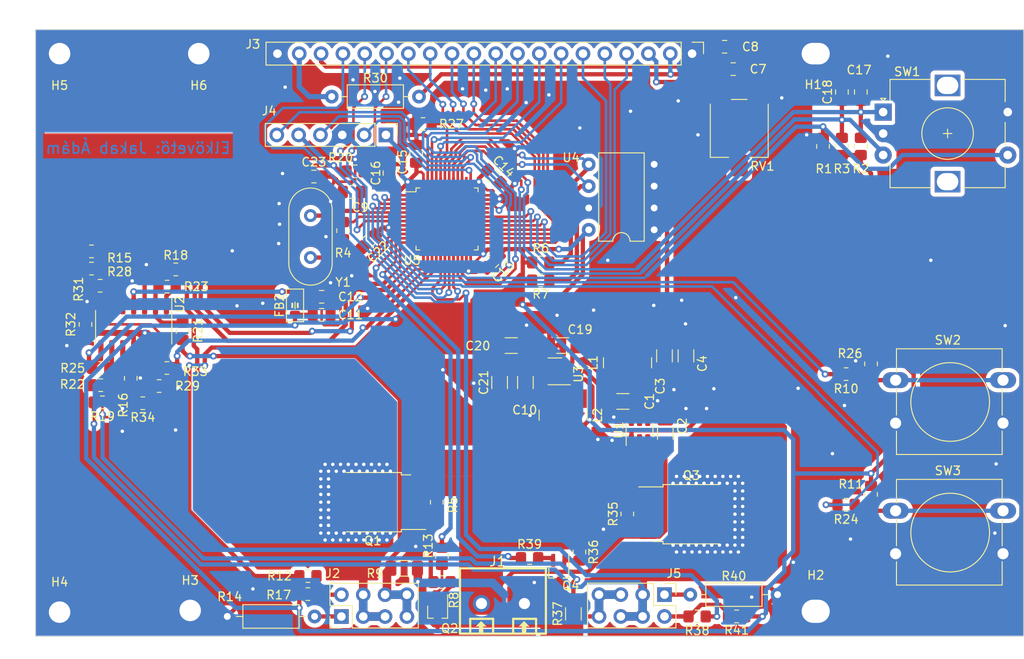
<source format=kicad_pcb>
(kicad_pcb (version 20221018) (generator pcbnew)
  (layers (0 "F.Cu" signal) (31 "B.Cu" signal) (34 "B.Paste" user) (35 "F.Paste" user) (36 "B.SilkS" user "B.Silkscreen") (37 "F.SilkS" user "F.Silkscreen") (38 "B.Mask" user) (39 "F.Mask" user) (44 "Edge.Cuts" user))
  (net 0 "")
  (net 1 "Net-(U1-BST)")
  (net 2 "Net-(U1-SW)")
  (net 3 "+24V")
  (net 4 "GND")
  (net 5 "+5V")
  (net 6 "/LCD_V0")
  (net 7 "/LCD_VOUT")
  (net 8 "/CRYSTAL_1")
  (net 9 "Net-(U3-BST)")
  (net 10 "Net-(U3-SW)")
  (net 11 "+3.3V")
  (net 12 "+3.3VA")
  (net 13 "/ENC_B")
  (net 14 "/ENC_A")
  (net 15 "Net-(C22-Pad2)")
  (net 16 "/NRST")
  (net 17 "/CH1_AMP_P")
  (net 18 "/CH1_AMP_N")
  (net 19 "Net-(J2-Pin_3)")
  (net 20 "Net-(J2-Pin_4)")
  (net 21 "/LCD_DI")
  (net 22 "/LCD_RW")
  (net 23 "/LCD_E")
  (net 24 "/LCD_D0")
  (net 25 "/LCD_D1")
  (net 26 "/LCD_D2")
  (net 27 "/LCD_D3")
  (net 28 "/LCD_D4")
  (net 29 "/LCD_D5")
  (net 30 "/LCD_D6")
  (net 31 "/LCD_D7")
  (net 32 "/LCD_CS1")
  (net 33 "/LCD_CS2")
  (net 34 "/LCD_RST")
  (net 35 "Net-(J3-Pin_19)")
  (net 36 "/SWCLK")
  (net 37 "/SWDIO")
  (net 38 "/SWO")
  (net 39 "/CH2_AMP_P")
  (net 40 "/CH2_AMP_N")
  (net 41 "Net-(J5-Pin_3)")
  (net 42 "Net-(J5-Pin_4)")
  (net 43 "Net-(Q1-G)")
  (net 44 "Net-(Q2-C)")
  (net 45 "Net-(Q2-B)")
  (net 46 "Net-(Q3-G)")
  (net 47 "Net-(Q4-C)")
  (net 48 "Net-(Q4-B)")
  (net 49 "/ENC_SW")
  (net 50 "/CRYSTAL_2")
  (net 51 "/i2c_SDA")
  (net 52 "/i2c_SCL")
  (net 53 "/CH1_TILT")
  (net 54 "/CH1_HEATER")
  (net 55 "GNDPWR")
  (net 56 "Net-(U2A-+)")
  (net 57 "Net-(U2B-+)")
  (net 58 "Net-(U2A--)")
  (net 59 "Net-(U2B--)")
  (net 60 "/CH1_THERMO")
  (net 61 "/CH2_THERMO")
  (net 62 "Net-(U5-BOOT0)")
  (net 63 "Net-(U2C-+)")
  (net 64 "Net-(U2D-+)")
  (net 65 "Net-(U2C--)")
  (net 66 "Net-(U2D--)")
  (net 67 "/CH2_TILT")
  (net 68 "/CH2_HEATER")
  (net 69 "/BTN_1")
  (net 70 "Net-(R10-Pad2)")
  (net 71 "/CH1_CURRENT")
  (net 72 "/CH2_CURRENT")
  (net 73 "Net-(R11-Pad1)")
  (net 74 "/BTN_2")
  (footprint "Resistor_SMD:R_1206_3216Metric_Pad1.30x1.75mm_HandSolder" (layer "F.Cu") (at 136.1 125.4 180)
    (fp_text reference "R9")
    (fp_text value "10m")
  )
  (footprint "Resistor_SMD:R_0805_2012Metric_Pad1.20x1.40mm_HandSolder" (layer "F.Cu") (at 190.44 116.8 90)
    (fp_text reference "R11")
    (fp_text value "10k")
  )
  (footprint "MountingHole:MountingHole_2.5mm_Pad_TopBottom" (layer "F.Cu") (at 111.2 130.3)
    (fp_text reference "H3")
    (fp_text value "MountingHole_Pad")
  )
  (footprint "forrasztos_library:MountingHoleOval_3.27x2.7mm" (layer "F.Cu") (at 184 130.4)
    (fp_text reference "H2")
    (fp_text value "MountingHole_Pad")
  )
  (footprint "forrasztos_library:MountingHoleOval_3.27x2.5mm" (layer "F.Cu") (at 184 65.5)
    (fp_text reference "H1")
    (fp_text value "MountingHole_Pad")
  )
  (footprint "Resistor_SMD:R_0805_2012Metric_Pad1.20x1.40mm_HandSolder" (layer "F.Cu") (at 184.85 76.3 90)
    (fp_text reference "R1")
    (fp_text value "10k")
  )
  (footprint "Capacitor_SMD:C_0805_2012Metric_Pad1.18x1.45mm_HandSolder" (layer "F.Cu") (at 174.4 67.3)
    (fp_text reference "C7")
    (fp_text value "100n")
  )
  (footprint "Connector_PinHeader_2.54mm:PinHeader_2x04_P2.54mm_Vertical" (layer "F.Cu") (at 128.8 131.01 90)
    (fp_text reference "J2")
    (fp_text value "Conn_02x04_Pin")
  )
  (footprint "Package_TO_SOT_SMD:SOT-323_SC-70_Handsoldering" (layer "F.Cu") (at 140 130.47 -90)
    (fp_text reference "Q2")
    (fp_text value "MMST2222A")
  )
  (footprint "Capacitor_SMD:C_0805_2012Metric_Pad1.18x1.45mm_HandSolder" (layer "F.Cu") (at 134.4 79.4 90)
    (fp_text reference "C16")
    (fp_text value "100n")
  )
  (footprint "Capacitor_SMD:C_0805_2012Metric_Pad1.18x1.45mm_HandSolder" (layer "F.Cu") (at 126.500001 93.8)
    (fp_text reference "C12")
    (fp_text value "100n")
  )
  (footprint "Capacitor_SMD:C_0805_2012Metric_Pad1.18x1.45mm_HandSolder" (layer "F.Cu") (at 126.5 95.900001)
    (fp_text reference "C11")
    (fp_text value "100n")
  )
  (footprint "Resistor_SMD:R_0805_2012Metric_Pad1.20x1.40mm_HandSolder" (layer "F.Cu") (at 129 86.1 90)
    (fp_text reference "R4")
    (fp_text value "10")
  )
  (footprint "Resistor_SMD:R_0805_2012Metric_Pad1.20x1.40mm_HandSolder" (layer "F.Cu") (at 130.4 79.2)
    (fp_text reference "R20")
    (fp_text value "10k")
  )
  (footprint "Resistor_SMD:R_0805_2012Metric_Pad1.20x1.40mm_HandSolder" (layer "F.Cu") (at 107.585 104.185)
    (fp_text reference "R29")
    (fp_text value "1k")
  )
  (footprint "Resistor_SMD:R_0805_2012Metric_Pad1.20x1.40mm_HandSolder" (layer "F.Cu") (at 187.05 76.3 90)
    (fp_text reference "R3")
    (fp_text value "10k")
  )
  (footprint "Package_SO:SOIC-14_3.9x8.7mm_P1.27mm" (layer "F.Cu") (at 104.625 97.34 -90)
    (fp_text reference "U2")
    (fp_text value "MCP6004")
  )
  (footprint "Capacitor_SMD:C_0805_2012Metric_Pad1.18x1.45mm_HandSolder" (layer "F.Cu") (at 173.4 64.7)
    (fp_text reference "C8")
    (fp_text value "100n")
  )
  (footprint "Package_TO_SOT_SMD:TSOT-23-6" (layer "F.Cu") (at 153.65 102.475 180)
    (fp_text reference "U3")
    (fp_text value "AP63203WU")
  )
  (footprint "Capacitor_SMD:C_0805_2012Metric_Pad1.18x1.45mm_HandSolder" (layer "F.Cu") (at 146.5 79.8 -45)
    (fp_text reference "C14")
    (fp_text value "100n")
  )
  (footprint "Resistor_SMD:R_0805_2012Metric_Pad1.20x1.40mm_HandSolder" (layer "F.Cu") (at 140.5 127)
    (fp_text reference "R8")
    (fp_text value "1k")
  )
  (footprint "forrasztos_library:TO-252-2-custom" (layer "F.Cu") (at 169.54 119.1)
    (fp_text reference "Q3")
    (fp_text value "AOD409")
  )
  (footprint "Inductor_SMD:L_TracoPower_TCK-047_5.2x5.8mm" (layer "F.Cu") (at 154.6125 107.575 -90)
    (fp_text reference "L2")
    (fp_text value "4.7u")
  )
  (footprint "Resistor_SMD:R_0805_2012Metric_Pad1.20x1.40mm_HandSolder" (layer "F.Cu") (at 139.9 117.7 -90)
    (fp_text reference "R5")
    (fp_text value "1k")
  )
  (footprint "Capacitor_SMD:C_1206_3216Metric_Pad1.33x1.80mm_HandSolder" (layer "F.Cu") (at 147.2125 103.775 90)
    (fp_text reference "C21")
    (fp_text value "22u")
  )
  (footprint "Package_QFP:LQFP-48_7x7mm_P0.5mm" (layer "F.Cu") (at 141.093 84.7375)
    (fp_text reference "U5")
    (fp_text value "STM32F103C8Tx")
  )
  (footprint "Capacitor_SMD:C_0805_2012Metric_Pad1.18x1.45mm_HandSolder" (layer "F.Cu") (at 189.25 69.9625 90)
    (fp_text reference "C17")
    (fp_text value "1n")
  )
  (footprint "Capacitor_SMD:C_0805_2012Metric_Pad1.18x1.45mm_HandSolder" (layer "F.Cu") (at 125.6 79.8)
    (fp_text reference "C23")
    (fp_text value "100n")
  )
  (footprint "Resistor_SMD:R_0805_2012Metric_Pad1.20x1.40mm_HandSolder" (layer "F.Cu") (at 105.685 106.185 180)
    (fp_text reference "R34")
    (fp_text value "1k")
  )
  (footprint "Resistor_SMD:R_0805_2012Metric_Pad1.20x1.40mm_HandSolder" (layer "F.Cu") (at 124.9 126.3)
    (fp_text reference "R12")
    (fp_text value "1k")
  )
  (footprint "Capacitor_SMD:C_0805_2012Metric_Pad1.18x1.45mm_HandSolder" (layer "F.Cu") (at 146.4 89.7 -135)
    (fp_text reference "C13")
    (fp_text value "100n")
  )
  (footprint "PCM_Ferrite_SMD_Handsoldering_AKL:Ferrite_0805_2012Metric" (layer "F.Cu") (at 123.4 94.8 -90)
    (fp_text reference "FB2")
    (fp_text value "FBMJ4516HS111-T" hide)
  )
  (footprint "Resistor_SMD:R_0805_2012Metric_Pad1.20x1.40mm_HandSolder" (layer "F.Cu") (at 99.715 88.515)
    (fp_text reference "R15")
    (fp_text value "1.5M")
  )
  (footprint "Resistor_SMD:R_0805_2012Metric_Pad1.20x1.40mm_HandSolder" (layer "F.Cu") (at 109.522107 90.615)
    (fp_text reference "R18")
    (fp_text value "5k")
  )
  (footprint "Resistor_SMD:R_0805_2012Metric_Pad1.20x1.40mm_HandSolder" (layer "F.Cu") (at 170.2 131 180)
    (fp_text reference "R38")
    (fp_text value "1k")
  )
  (footprint "Connector_PinHeader_2.54mm:PinHeader_2x04_P2.54mm_Vertical" (layer "F.Cu") (at 166.4 128.46 -90)
    (fp_text reference "J5")
    (fp_text value "Conn_02x04_Pin")
  )
  (footprint "Resistor_SMD:R_0805_2012Metric_Pad1.20x1.40mm_HandSolder" (layer "F.Cu") (at 108.485 102.085)
    (fp_text reference "R33")
    (fp_text value "10k")
  )
  (footprint "Connector_PinHeader_2.54mm:PinHeader_1x20_P2.54mm_Vertical" (layer "F.Cu") (at 169.615 65.5 -90)
    (fp_text reference "J3")
    (fp_text value "Conn_01x20_Pin")
  )
  (footprint "Resistor_SMD:R_0805_2012Metric_Pad1.20x1.40mm_HandSolder" (layer "F.Cu") (at 99.015 97.015 -90)
    (fp_text reference "R32")
    (fp_text value "1k")
  )
  (footprint "Resistor_SMD:R_0805_2012Metric_Pad1.20x1.40mm_HandSolder" (layer "F.Cu") (at 152 91.9)
    (fp_text reference "R7")
    (fp_text value "4k7")
  )
  (footprint "Connector_PinHeader_2.54mm:PinHeader_1x06_P2.54mm_Vertical" (layer "F.Cu") (at 133.981 74.9585 -90)
    (fp_text reference "J4")
    (fp_text value "Conn_01x06_Pin")
  )
  (footprint "Capacitor_SMD:C_1206_3216Metric_Pad1.33x1.80mm_HandSolder" (layer "F.Cu") (at 148.5625 99.475)
    (fp_text reference "C20")
    (fp_text value "22u")
  )
  (footprint "Resistor_SMD:R_0805_2012Metric_Pad1.20x1.40mm_HandSolder" (layer "F.Cu") (at 140.5 124 90)
    (fp_text reference "R13")
    (fp_text value "1k")
  )
  (footprint "Capacitor_SMD:C_0805_2012Metric_Pad1.18x1.45mm_HandSolder" (layer "F.Cu") (at 137.5 77.1625 90)
    (fp_text reference "C15")
    (fp_text value "100n")
  )
  (footprint "Resistor_SMD:R_0805_2012Metric_Pad1.20x1.40mm_HandSolder" (layer "F.Cu") (at 100.985 106.085 180)
    (fp_text reference "R19")
    (fp_text value "5k")
  )
  (footprint "Capacitor_SMD:C_1206_3216Metric_Pad1.33x1.80mm_HandSolder" (layer "F.Cu") (at 154.5625 99.475 180)
    (fp_text reference "C19")
    (fp_text value "10u")
  )
  (footprint "Resistor_THT:R_Axial_DIN0207_L6.3mm_D2.5mm_P10.16mm_Horizontal" (layer "F.Cu") (at 179.56 128.46 180)
    (fp_text reference "R40")
    (fp_text value "100k")
  )
  (footprint "Capacitor_SMD:C_1206_3216Metric_Pad1.33x1.80mm_HandSolder" (layer "F.Cu") (at 150.2125 103.775 90)
    (fp_text reference "C10")
    (fp_text value "10u")
  )
  (footprint "Capacitor_SMD:C_1206_3216Metric_Pad1.33x1.80mm_HandSolder" (layer "F.Cu") (at 166.5 109.675 90)
    (fp_text reference "C2")
    (fp_text value "10u")
  )
  (footprint "Resistor_SMD:R_0805_2012Metric_Pad1.20x1.40mm_HandSolder" (layer "F.Cu") (at 104.285 103.285 90)
    (fp_text reference "R16")
    (fp_text value "1.5M")
  )
  (footprint "Resistor_SMD:R_0805_2012Metric_Pad1.20x1.40mm_HandSolder" (layer "F.Cu") (at 100.785 102.085 180)
    (fp_text reference "R25")
    (fp_text value "1.5M")
  )
  (footprint "Resistor_SMD:R_0805_2012Metric_Pad1.20x1.40mm_HandSolder" (layer "F.Cu") (at 99.715 90.515 180)
    (fp_text reference "R28")
    (fp_text value "1k")
  )
  (footprint "Resistor_SMD:R_0805_2012Metric_Pad1.20x1.40mm_HandSolder" (layer "F.Cu") (at 100.715 92.515 180)
    (fp_text reference "R31")
    (fp_text value "10k")
  )
  (footprint "Resistor_THT:R_Axial_DIN0207_L6.3mm_D2.5mm_P10.16mm_Horizontal" (layer "F.Cu") (at 137.83 70.5 180)
    (fp_text reference "R30")
    (fp_text value "50")
  )
  (footprint "Button_Switch_THT:SW_PUSH-12mm" (layer "F.Cu") (at 193.3 103.5)
    (fp_text reference "SW2")
    (fp_text value "SW_Push")
  )
  (footprint "Resistor_SMD:R_1206_3216Metric_Pad1.30x1.75mm_HandSolder" (layer "F.Cu") (at 155.8 130.7 90)
    (fp_text reference "R37")
    (fp_text value "10m")
  )
  (footprint "Potentiometer_SMD:Potentiometer_ACP_CA6-VSMD_Vertical" (layer "F.Cu") (at 175.1 74.2 -90)
    (fp_text reference "RV1")
    (fp_text value "10k")
  )
  (footprint "Capacitor_SMD:C_0805_2012Metric_Pad1.18x1.45mm_HandSolder" (layer "F.Cu") (at 187.05 69.9625 90)
    (fp_text reference "C18")
    (fp_text value "1n")
  )
  (footprint "MountingHole:MountingHole_2.5mm_Pad_TopBottom" (layer "F.Cu") (at 96 65.5)
    (fp_text reference "H5")
    (fp_text value "MountingHole_Pad")
  )
  (footprint "Resistor_SMD:R_0805_2012Metric_Pad1.20x1.40mm_HandSolder" (layer "F.Cu") (at 100.785 104.085)
    (fp_text reference "R22")
    (fp_text value "5k")
  )
  (footprint "Resistor_SMD:R_0805_2012Metric_Pad1.20x1.40mm_HandSolder" (layer "F.Cu") (at 189.25 76.3 90)
    (fp_text reference "R2")
    (fp_text value "10k")
  )
  (footprint "Crystal:Crystal_HC49-U_Vertical" (layer "F.Cu") (at 125.2 84.35 -90)
    (fp_text reference "Y1")
    (fp_text value "ATS080B")
  )
  (footprint "Resistor_SMD:R_0805_2012Metric_Pad1.20x1.40mm_HandSolder" (layer "F.Cu") (at 156.5 123.5 -90)
    (fp_text reference "R36")
    (fp_text value "1k")
  )
  (footprint "Resistor_SMD:R_0805_2012Metric_Pad1.20x1.40mm_HandSolder" (layer "F.Cu") (at 138.299 73.6885)
    (fp_text reference "R27")
    (fp_text value "10k")
  )
  (footprint "Button_Switch_THT:SW_PUSH-12mm" (layer "F.Cu") (at 193.3 118.7)
    (fp_text reference "SW3")
    (fp_text value "SW_Push")
  )
  (footprint "Resistor_SMD:R_0805_2012Metric_Pad1.20x1.40mm_HandSolder" (layer "F.Cu") (at 162.075 119.075 90)
    (fp_text reference "R35")
    (fp_text value "1k")
  )
  (footprint "forrasztos_library:CONN-TH_2P-P5.00_L7.6-W10.0" (layer "F.Cu") (at 147.6 129.5)
    (fp_text reference "J1")
    (fp_text value "24V+-" hide)
  )
  (footprint "Capacitor_SMD:C_0805_2012Metric_Pad1.18x1.45mm_HandSolder" (layer "F.Cu") (at 132 87.3 -135)
    (fp_text reference "C22")
    (fp_text value "22p")
  )
  (footprint "MountingHole:MountingHole_2.5mm_Pad_TopBottom" (layer "F.Cu") (at 112.2 65.5)
    (fp_text reference "H6")
    (fp_text value "MountingHole_Pad")
  )
  (footprint "Package_DIP:DIP-8_W7.62mm" (layer "F.Cu") (at 165.2 86 180)
    (fp_text reference "U4")
    (fp_text value "24LC00")
  )
  (footprint "Capacitor_SMD:C_1206_3216Metric_Pad1.33x1.80mm_HandSolder" (layer "F.Cu") (at 161.5625 105.975)
    (fp_text reference "C1")
    (fp_text value "10u")
  )
  (footprint "Resistor_SMD:R_0805_2012Metric_Pad1.20x1.40mm_HandSolder" (layer "F.Cu") (at 152 89.8)
    (fp_text reference "R6")
    (fp_text value "4k7")
  )
  (footprint "Resistor_THT:R_Axial_DIN0207_L6.3mm_D2.5mm_P10.16mm_Horizontal" (layer "F.Cu") (at 115.52 131)
    (fp_text reference "R14")
    (fp_text value "100k")
  )
  (footprint "Capacitor_SMD:C_0805_2012Metric_Pad1.18x1.45mm_HandSolder" (layer "F.Cu") (at 130 81.6)
    (fp_text reference "C9")
    (fp_text value "22p")
  )
  (footprint "MountingHole:MountingHole_2.5mm_Pad_TopBottom" (layer "F.Cu") (at 96 130.5)
    (fp_text reference "H4")
    (fp_text value "MountingHole_Pad")
  )
  (footprint "Rotary_Encoder:RotaryEncoder_Alps_EC12E-Switch_Vertical_H20mm" (layer "F.Cu") (at 191.85 72.3)
    (fp_text reference "SW1")
    (fp_text value "RotaryEncoder_Switch")
  )
  (footprint "Resistor_SMD:R_0805_2012Metric_Pad1.20x1.40mm_HandSolder" (layer "F.Cu") (at 190.44 101.6 90)
    (fp_text reference "R26")
    (fp_text value "10k")
  )
  (footprint "Capacitor_SMD:C_1206_3216Metric_Pad1.33x1.80mm_HandSolder" (layer "F.Cu") (at 168.9 100.675 -90)
    (fp_text reference "C4")
    (fp_text value "22u")
  )
  (footprint "Resistor_SMD:R_0805_2012Metric_Pad1.20x1.40mm_HandSolder" (layer "F.Cu") (at 124.9 128.4 180)
    (fp_text reference "R17")
    (fp_text value "10k")
  )
  (footprint "Inductor_SMD:L_TracoPower_TCK-047_5.2x5.8mm" (layer "F.Cu") (at 162.1 101.475 90)
    (fp_text reference "L1")
    (fp_text value "4.7u")
  )
  (footprint "Resistor_SMD:R_0805_2012Metric_Pad1.20x1.40mm_HandSolder" (layer "F.Cu") (at 150.7 124.2 180)
    (fp_text reference "R39")
    (fp_text value "1k")
  )
  (footprint "Capacitor_SMD:C_1206_3216Metric_Pad1.33x1.80mm_HandSolder" (layer "F.Cu") (at 166.4 100.675 -90)
    (fp_text reference "C3")
    (fp_text value "22u")
  )
  (footprint "Resistor_SMD:R_0805_2012Metric_Pad1.20x1.40mm_HandSolder" (layer "F.Cu") (at 187.54 102.8)
    (fp_text reference "R10")
    (fp_text value "1k")
  )
  (footprint "Resistor_SMD:R_0805_2012Metric_Pad1.20x1.40mm_HandSolder" (layer "F.Cu") (at 187.54 118)
    (fp_text reference "R24")
    (fp_text value "1k")
  )
  (footprint "Package_TO_SOT_SMD:SOT-323_SC-70_Handsoldering" (layer "F.Cu") (at 154.1 125.8 -90)
    (fp_text reference "Q4")
    (fp_text value "MMST2222A")
  )
  (footprint "Resistor_SMD:R_0805_2012Metric_Pad1.20x1.40mm_HandSolder" (layer "F.Cu") (at 110.315 97.815 90)
    (fp_text reference "R21")
    (fp_text value "5k")
  )
  (footprint "Package_TO_SOT_SMD:TSOT-23-6" (layer "F.Cu") (at 163.5 109.3125 90)
    (fp_text reference "U1")
    (fp_text value "AP63205WU")
  )
  (footprint "Resistor_SMD:R_0805_2012Metric_Pad1.20x1.40mm_HandSolder" (layer "F.Cu") (at 108.515 92.615)
    (fp_text reference "R23")
    (fp_text value "1.5M")
  )
  (footprint "Resistor_SMD:R_0805_2012Metric_Pad1.20x1.40mm_HandSolder" (layer "F.Cu") (at 174.8 131)
    (fp_text reference "R41")
    (fp_text value "10k")
  )
  (footprint "forrasztos_library:TO-252-2-custom" (layer "F.Cu") (at 132.46 117.7 180)
    (fp_text reference "Q1")
    (fp_text value "AOD409")
  )
  (footprint "NetTie:NetTie-2_SMD_Pad0.5mm" (layer "B.Cu") (at 147.75 128.95 90)
    (fp_text reference "NT1" hide)
    (fp_text value "NetTie_2" hide)
  )
  (gr_line (start 93.2 62.7) (end 208.2 62.7) (stroke (width 0.1)) (layer "Edge.Cuts"))
  (gr_line (start 93.2 62.7) (end 93.2 133.3) (stroke (width 0.1)) (layer "Edge.Cuts"))
  (gr_line (start 208.2 133.3) (end 208.2 62.7) (stroke (width 0.1)) (layer "Edge.Cuts"))
  (gr_line (start 93.2 133.3) (end 208.2 133.3) (stroke (width 0.1)) (layer "Edge.Cuts"))
  (gr_text "SEM forrasztoállomás\nRev.A\n" (at 94.45 74.3) (layer "F.Cu") (effects (font (size 1.3 1.3) (thickness 0.3) bold) (justify left bottom)))
  (gr_text "Elkövető: Jakab Ádám" (at 116 77.25) (layer "B.Cu") (effects (font (size 1.3 1.3) (thickness 0.2) bold) (justify left bottom mirror)))
  (segment (start 162.562499 108.175) (end 162.562499 107.537499) (width 0.5) (layer "F.Cu") (net 1))
  (segment (start 161.2 107.175) (end 160 105.975) (width 0.5) (layer "F.Cu") (net 1))
  (segment (start 162.2 107.175) (end 161.2 107.175) (width 0.5) (layer "F.Cu") (net 1))
  (segment (start 162.562499 107.537499) (end 162.2 107.175) (width 0.5) (layer "F.Cu") (net 1))
  (segment (start 163.512499 108.175) (end 163.512499 106.362499) (width 0.5) (layer "F.Cu") (net 2))
  (segment (start 163.125 104.425) (end 162.1 103.4) (width 0.5) (layer "F.Cu") (net 2))
  (segment (start 163.125 105.975) (end 163.125 104.425) (width 0.5) (layer "F.Cu") (net 2))
  (segment (start 163.512499 106.362499) (end 163.125 105.975) (width 0.5) (layer "F.Cu") (net 2))
  (segment (start 164.5 111.2375) (end 163.6375 111.2375) (width 0.5) (layer "F.Cu") (net 3))
  (segment (start 164.82 121.7) (end 164.5 121.38) (width 0.5) (layer "F.Cu") (net 3))
  (segment (start 161.6 121.7) (end 162.7 121.7) (width 0.5) (layer "F.Cu") (net 3))
  (segment (start 166.5 111.2375) (end 164.5 111.2375) (width 0.5) (layer "F.Cu") (net 3))
  (segment (start 145.1 115.42) (end 139.82 115.42) (width 0.5) (layer "F.Cu") (net 3))
  (segment (start 145.1 129.5) (end 145.1 115.42) (width 0.5) (layer "F.Cu") (net 3))
  (segment (start 166.5 116.1) (end 166.5 121) (width 0.5) (layer "F.Cu") (net 3))
  (segment (start 165.8 121.7) (end 164.82 121.7) (width 0.5) (layer "F.Cu") (net 3))
  (segment (start 145.1 115.42) (end 166.48 115.42) (width 0.5) (layer "F.Cu") (net 3))
  (segment (start 166.5 121) (end 165.8 121.7) (width 0.5) (layer "F.Cu") (net 3))
  (segment (start 139.82 115.42) (end 139.9 115.5) (width 0.5) (layer "F.Cu") (net 3))
  (segment (start 164.462499 110.45) (end 164.462499 111.199999) (width 0.5) (layer "F.Cu") (net 3))
  (segment (start 163.512499 111.112499) (end 163.512499 110.45) (width 0.5) (layer "F.Cu") (net 3))
  (segment (start 164.5 121.38) (end 164.18 121.7) (width 0.5) (layer "F.Cu") (net 3))
  (segment (start 145.1 129.5) (end 148.8 125.8) (width 0.5) (layer "F.Cu") (net 3))
  (segment (start 163.6375 111.2375) (end 163.512499 111.112499) (width 0.5) (layer "F.Cu") (net 3))
  (segment (start 157.5 125.8) (end 161.6 121.7) (width 0.5) (layer "F.Cu") (net 3))
  (segment (start 166.5 116.1) (end 166.5 111.2375) (width 0.5) (layer "F.Cu") (net 3))
  (segment (start 164.462499 111.199999) (end 164.5 111.2375) (width 0.5) (layer "F.Cu") (net 3))
  (segment (start 139.9 115.5) (end 139.9 116.7) (width 0.5) (layer "F.Cu") (net 3))
  (segment (start 166.48 115.42) (end 166.5 115.4) (width 0.5) (layer "F.Cu") (net 3))
  (segment (start 164.18 121.7) (end 162.7 121.7) (width 0.5) (layer "F.Cu") (net 3))
  (segment (start 166.5 115.4) (end 166.5 116.1) (width 0.5) (layer "F.Cu") (net 3))
  (segment (start 148.8 125.8) (end 157.5 125.8) (width 0.5) (layer "F.Cu") (net 3))
  (segment (start 137.5 115.42) (end 139.82 115.42) (width 0.5) (layer "F.Cu") (net 3))
  (segment (start 162.075 121.7) (end 162.075 120.075) (width 0.5) (layer "F.Cu") (net 3))
  (segment (start 203.3 108.1) (end 203.7 108.5) (width 0.5) (layer "F.Cu") (net 4))
  (segment (start 193.5 69.25) (end 193.5 74.8) (width 0.5) (layer "F.Cu") (net 4))
  (segment (start 203.3 74.8) (end 203.3 108.1) (width 0.5) (layer "F.Cu") (net 4))
  (segment (start 140.6 102.3) (end 147.125 102.3) (width 0.5) (layer "F.Cu") (net 4))
  (segment (start 139.0125 85.4875) (end 139.916959 84.583041) (width 0.3) (layer "F.Cu") (net 4))
  (segment (start 128.901 73.401) (end 128.7 73.2) (width 0.5) (layer "F.Cu") (net 4))
  (segment (start 166.5 106) (end 166.5 108.1125) (width 0.5) (layer "F.Cu") (net 4))
  (segment (start 139.916959 83.339582) (end 139.916959 82.4875) (width 0.3) (layer "F.Cu") (net 4))
  (segment (start 186.2 63.3) (end 181.5 63.3) (width 0.5) (layer "F.Cu") (net 4))
  (segment (start 168.9 106.8) (end 168.9 102.2375) (width 0.5) (layer "F.Cu") (net 4))
  (segment (start 158.525 98.075) (end 158.5 98.075) (width 0.5) (layer "F.Cu") (net 4))
  (segment (start 181.5 63.3) (end 114.4 63.3) (width 0.5) (layer "F.Cu") (net 4))
  (segment (start 136.14 76.8635) (end 136.14 74.9585) (width 0.5) (layer "F.Cu") (net 4))
  (segment (start 147.6125 100.975) (end 147.2125 101.375) (width 0.5) (layer "F.Cu") (net 4))
  (segment (start 168.9 102.2375) (end 168.9 103.4) (width 0.5) (layer "F.Cu") (net 4))
  (segment (start 133.5 87.7) (end 133.5 87.332754) (width 0.5) (layer "F.Cu") (net 4))
  (segment (start 111.2 130.3) (end 108.8 132.7) (width 0.5) (layer "F.Cu") (net 4))
  (segment (start 181.8 63.3) (end 181.5 63.3) (width 0.5) (layer "F.Cu") (net 4))
  (segment (start 128.9625 81.6) (end 126.8 81.6) (width 0.5) (layer "F.Cu") (net 4))
  (segment (start 134.4 78.3625) (end 134.4 77.1555) (width 0.5) (layer "F.Cu") (net 4))
  (segment (start 135.886 77.1175) (end 136.14 76.8635) (width 0.5) (layer "F.Cu") (net 4))
  (segment (start 189.25 68.925) (end 193.175 68.925) (width 0.5) (layer "F.Cu") (net 4))
  (segment (start 128.7 73.2) (end 119.9 73.2) (width 0.5) (layer "F.Cu") (net 4))
  (segment (start 104.285 104.285) (end 104.285 105.785) (width 0.5) (layer "F.Cu") (net 4))
  (segment (start 136.9305 85.4875) (end 139.0125 85.4875) (width 0.3) (layer "F.Cu") (net 4))
  (segment (start 137.5 76.125) (end 137.537 76.088) (width 0.5) (layer "F.Cu") (net 4))
  (segment (start 166.4 102.2375) (end 165.9375 101.775) (width 0.5) (layer "F.Cu") (net 4))
  (segment (start 105.585 102.985) (end 104.285 104.285) (width 0.5) (layer "F.Cu") (net 4))
  (segment (start 128.3 90.6) (end 128.9 90) (width 0.5) (layer "F.Cu") (net 4))
  (segment (start 96 65.5) (end 98.2 63.3) (width 0.5) (layer "F.Cu") (net 4))
  (segment (start 105.585 101.674949) (end 105.585 102.985) (width 0.5) (layer "F.Cu") (net 4))
  (segment (start 130.4 80) (end 130.4 77.8) (width 0.3) (layer "F.Cu") (net 4))
  (segment (start 151.5625 99.475) (end 151.5625 100.975) (width 0.5) (layer "F.Cu") (net 4))
  (segment (start 182.06 128.46) (end 184 130.4) (width 0.5) (layer "F.Cu") (net 4))
  (segment (start 127.5 90.6) (end 128.3 90.6) (width 0.5) (layer "F.Cu") (net 4))
  (segment (start 124.4 82.8) (end 123.6 83.6) (width 0.5) (layer "F.Cu") (net 4))
  (segment (start 105.925 98.005) (end 104.625 98.005) (width 0.5) (layer "F.Cu") (net 4))
  (segment (start 98.2 63.3) (end 110 63.3) (width 0.5) (layer "F.Cu") (net 4))
  (segment (start 158.5 101.1) (end 158.5 98.075) (width 0.5) (layer "F.Cu") (net 4))
  (segment (start 134.4 77.1555) (end 134.362 77.1175) (width 0.5) (layer "F.Cu") (net 4))
  (segment (start 207.95 131.95) (end 207.95 63.95) (width 0.5) (layer "F.Cu") (net 4))
  (segment (start 138.843 82.343) (end 138.9875 82.4875) (width 0.3) (layer "F.Cu") (net 4))
  (segment (start 128.9 90) (end 131.2 90) (width 0.5) (layer "F.Cu") (net 4))
  (segment (start 119.9 86.6) (end 119.9 73.2) (width 0.5) (layer "F.Cu") (net 4))
  (segment (start 138.843 75.2485) (end 138.553 74.9585) (width 0.3) (layer "F.Cu") (net 4))
  (segment (start 108.8 132.7) (end 98.2 132.7) (width 0.5) (layer "F.Cu") (net 4))
  (segment (start 207.95 63.95) (end 207.3 63.3) (width 0.5) (layer "F.Cu") (net 4))
  (segment (start 164.6 106.7) (end 168.8 106.7) (width 0.5) (layer "F.Cu") (net 4))
  (segment (start 134.3 85.737) (end 134.5495 85.4875) (width 0.3) (layer "F.Cu") (net 4))
  (segment (start 139.916959 82.4875) (end 145.2555 82.4875) (width 0.3) (layer "F.Cu") (net 4))
  (segment (start 171.3 106.8) (end 179.7 106.8) (width 0.5) (layer "F.Cu") (net 4))
  (segment (start 128.3 80.4) (end 130 80.4) (width 0.3) (layer "F.Cu") (net 4))
  (segment (start 153.9 99.475) (end 153 99.475) (width 0.5) (layer "F.Cu") (net 4))
  (segment (start 153 99.475) (end 151.5625 99.475) (width 0.5) (layer "F.Cu") (net 4))
  (segment (start 97.215 88.5) (end 97.215 86.785) (width 0.5) (layer "F.Cu") (net 4))
  (segment (start 147.2 82.4) (end 147.1125 82.4875) (width 0.3) (layer "F.Cu") (net 4))
  (segment (start 127.7 79.8) (end 126.6375 79.8) (width 0.5) (layer "F.Cu") (net 4))
  (segment (start 97.215 97.615) (end 97.215 88.5) (width 0.5) (layer "F.Cu") (net 4))
  (segment (start 193.3 108.5) (end 181.4 108.5) (width 0.5) (layer "F.Cu") (net 4))
  (segment (start 93.8 128.3) (end 93.8 67.7) (width 0.5) (layer "F.Cu") (net 4))
  (segment (start 164.462499 106.837501) (end 164.6 106.7) (width 0.5) (layer "F.Cu") (net 4))
  (segment (start 119.9 88.3) (end 119.9 86.6) (width 0.5) (layer "F.Cu") (net 4))
  (segment (start 119.835 86.665) (end 119.9 86.6) (width 0.5) (layer "F.Cu") (net 4))
  (segment (start 119.9 77.6645) (end 130.2645 77.6645) (width 0.5) (layer "F.Cu") (net 4))
  (segment (start 203.7 108.5) (end 205.8 108.5) (width 0.5) (layer "F.Cu") (net 4))
  (segment (start 166.4 102.2375) (end 168.9 102.2375) (width 0.5) (layer "F.Cu") (net 4))
  (segment (start 186.3 132.7) (end 207.2 132.7) (width 0.5) (layer "F.Cu") (net 4))
  (segment (start 123.6 90) (end 124.4 90.8) (width 0.5) (layer "F.Cu") (net 4))
  (segment (start 97.615 98.015) (end 97.215 97.615) (width 0.5) (layer "F.Cu") (net 4))
  (segment (start 170.415 64.7) (end 169.615 65.5) (width 0.5) (layer "F.Cu") (net 4))
  (segment (start 143.343 88.9) (end 143.343 86.765623) (width 0.3) (layer "F.Cu") (net 4))
  (segment (start 136.1515 73.6885) (end 137.299 73.6885) (width 0.5) (layer "F.Cu") (net 4))
  (segment (start 179.56 128.46) (end 182.06 128.46) (width 0.5) (layer "F.Cu") (net 4))
  (segment (start 128.901 74.9585) (end 128.901 73.401) (width 0.5) (layer "F.Cu") (net 4))
  (segment (start 165.2 91.4) (end 158.525 98.075) (width 0.5) (layer "F.Cu") (net 4))
  (segment (start 123.762499 92.162499) (end 119.9 88.3) (width 0.5) (layer "F.Cu") (net 4))
  (segment (start 134.362 77.1175) (end 135.886 77.1175) (width 0.5) (layer "F.Cu") (net 4))
  (segment (start 130 80.4) (end 130.4 80) (width 0.3) (layer "F.Cu") (net 4))
  (segment (start 155.3 98.075) (end 153.9 99.475) (width 0.5) (layer "F.Cu") (net 4))
  (segment (start 181.4 108.5) (end 181.4 124.7) (width 0.5) (layer "F.Cu") (net 4))
  (segment (start 151.3875 100.975) (end 147.6125 100.975) (width 0.5) (layer "F.Cu") (net 4))
  (segment (start 143.343 86.765623) (end 139.916959 83.339582) (width 0.3) (layer "F.Cu") (net 4))
  (segment (start 104.615 98.015) (end 99.015 98.015) (width 0.5) (layer "F.Cu") (net 4))
  (segment (start 184 65.5) (end 186.2 63.3) (width 0.5) (layer "F.Cu") (net 4))
  (segment (start 133.563 85.737) (end 132.733623 86.566377) (width 0.5) (layer "F.Cu") (net 4))
  (segment (start 137.537 76.088) (end 137.537 74.9585) (width 0.5) (layer "F.Cu") (net 4))
  (segment (start 193.175 68.925) (end 193.5 69.25) (width 0.5) (layer "F.Cu") (net 4))
  (segment (start 97.215 86.785) (end 97.335 86.665) (width 0.5) (layer "F.Cu") (net 4))
  (segment (start 126.8 81.6) (end 125.6 82.8) (width 0.5) (layer "F.Cu") (net 4))
  (segment (start 159.175 101.775) (end 158.5 101.1) (width 0.5) (layer "F.Cu") (net 4))
  (segment (start 152.1125 101.525) (end 151.5625 100.975) (width 0.5) (layer "F.Cu") (net 4))
  (segment (start 123.8 92.162499) (end 127.537501 92.162499) (width 0.5) (layer "F.Cu") (net 4))
  (segment (start 136.14 73.7) (end 136.1515 73.6885) (width 0.5) (layer "F.Cu") (net 4))
  (segment (start 104.625 99.815) (end 104.625 98.005) (width 0.5) (layer "F.Cu") (net 4))
  (segment (start 147.233623 80.533623) (end 148.15 81.45) (width 0.5) (layer "F.Cu") (net 4))
  (segment (start 104.625 99.815) (end 104.625 100.714949) (width 0.5) (layer "F.Cu") (net 4))
  (segment (start 98.2 132.7) (end 96 130.5) (width 0.5) (layer "F.Cu") (net 4))
  (segment (start 138.553 74.9585) (end 137.537 74.9585) (width 0.3) (layer "F.Cu") (net 4))
  (segment (start 115.52 131) (end 111.9 131) (width 0.5) (layer "F.Cu") (net 4))
  (segment (start 97.335 86.665) (end 119.835 86.665) (width 0.5) (layer "F.Cu") (net 4))
  (segment (start 121.355 67.045) (end 121.355 65.5) (width 0.5) (layer "F.Cu") (net 4))
  (segment (start 130.4 77.8) (end 131.0825 77.1175) (width 0.5) (layer "F.Cu") (net 4))
  (segment (start 158.5 98.075) (end 157.1 98.075) (width 0.5) (layer "F.Cu") (net 4))
  (segment (start 127.5375 95.899999) (end 127.537502 93.8) (width 0.5) (layer "F.Cu") (net 4))
  (segment (start 123.8 92.162499) (end 123.762499 92.162499) (width 0.5) (layer "F.Cu") (net 4))
  (segment (start 157.58 83.46) (end 165.2 83.46) (width 0.5) (layer "F.Cu") (net 4))
  (segment (start 128.1 80.2) (end 127.7 79.8) (width 0.5) (layer "F.Cu") (net 4))
  (segment (start 128.1 80.2) (end 128.3 80.4) (width 0.3) (layer "F.Cu") (net 4))
  (segment (start 184 65.5) (end 181.8 63.3) (width 0.5) (layer "F.Cu") (net 4))
  (segment (start 127.3 90.8) (end 127.5 90.6) (width 0.5) (layer "F.Cu") (net 4))
  (segment (start 104.625 98.005) (end 104.615 98.015) (width 0.5) (layer "F.Cu") (net 4))
  (segment (start 127.537501 90.637501) (end 127.5 90.6) (width 0.5) (layer "F.Cu") (net 4))
  (segment (start 128.1 80.2) (end 128.9625 81.0625) (width 0.5) (layer "F.Cu") (net 4))
  (segment (start 207.3 63.3) (end 186.2 63.3) (width 0.5) (layer "F.Cu") (net 4))
  (segment (start 143.343 90.543) (end 143.6 90.8) (width 0.3) (layer "F.Cu") (net 4))
  (segment (start 138.843 80.575) (end 138.843 75.2485) (width 0.3) (layer "F.Cu") (net 4))
  (segment (start 104.685 106.185) (end 104.265 106.605) (width 0.5) (layer "F.Cu") (net 4))
  (segment (start 130.2645 77.6645) (end 130.4 77.8) (width 0.5) (layer "F.Cu") (net 4))
  (segment (start 103.525 106.605) (end 103.325 106.805) (width 0.5) (layer "F.Cu") (net 4))
  (segment (start 145.666377 90.433623) (end 145.3 90.8) (width 0.5) (layer "F.Cu") (net 4))
  (segment (start 147.1125 82.4875) (end 145.2555 82.4875) (width 0.3) (layer "F.Cu") (net 4))
  (segment (start 104.265 106.605) (end 103.525 106.605) (width 0.5) (layer "F.Cu") (net 4))
  (segment (start 165.2 86) (end 165.2 91.4) (width 0.5) (layer "F.Cu") (net 4))
  (segment (start 123.6 83.6) (end 123.6 90) (width 0.5) (layer "F.Cu") (net 4))
  (segment (start 151.5625 99.475) (end 150.125 99.475) (width 0.5) (layer "F.Cu") (net 4))
  (segment (start 151.5625 100.975) (end 151.3875 100.975) (width 0.5) (layer "F.Cu") (net 4))
  (segment (start 104.285 105.785) (end 104.685 106.185) (width 0.5) (layer "F.Cu") (net 4))
  (segment (start 127.537501 92.162499) (end 127.537501 90.637501) (width 0.5) (layer "F.Cu") (net 4))
  (segment (start 147.2125 101.375) (end 147.2125 102.2125) (width 0.5) (layer "F.Cu") (net 4))
  (segment (start 139.916959 84.583041) (end 139.916959 83.339582) (width 0.3) (layer "F.Cu") (net 4))
  (segment (start 111.9 131) (end 111.2 130.3) (width 0.5) (layer "F.Cu") (net 4))
  (segment (start 164.462499 108.175) (end 164.462499 106.837501) (width 0.5) (layer "F.Cu") (net 4))
  (segment (start 172.3625 64.7) (end 170.415 64.7) (width 0.5) (layer "F.Cu") (net 4))
  (segment (start 207.2 132.7) (end 207.95 131.95) (width 0.5) (layer "F.Cu") (net 4))
  (segment (start 143.343 88.9) (end 143.343 90.543) (width 0.3) (layer "F.Cu") (net 4))
  (segment (start 96 130.5) (end 93.8 128.3) (width 0.5) (layer "F.Cu") (net 4))
  (segment (start 124.4 90.8) (end 127.3 90.8) (width 0.5) (layer "F.Cu") (net 4))
  (segment (start 134.5495 85.4875) (end 136.9305 85.4875) (width 0.3) (layer "F.Cu") (net 4))
  (segment (start 97.23 88.515) (end 97.215 88.5) (width 0.5) (layer "F.Cu") (net 4))
  (segment (start 119.9 73.2) (end 119.9 68.5) (width 0.5) (layer "F.Cu") (net 4))
  (segment (start 127.537501 92.162499) (end 127.537501 93.8) (width 0.5) (layer "F.Cu") (net 4))
  (segment (start 131.0825 77.1175) (end 134.362 77.1175) (width 0.5) (layer "F.Cu") (net 4))
  (segment (start 138.9875 82.4875) (end 139.916959 82.4875) (width 0.3) (layer "F.Cu") (net 4))
  (segment (start 166.4 102.2375) (end 166.4 105.9) (width 0.5) (layer "F.Cu") (net 4))
  (segment (start 147.125 102.3) (end 147.2125 102.2125) (width 0.5) (layer "F.Cu") (net 4))
  (segment (start 99.015 98.015) (end 97.615 98.015) (width 0.5) (layer "F.Cu") (net 4))
  (segment (start 145.3 90.8) (end 143.6 90.8) (width 0.5) (layer "F.Cu") (net 4))
  (segment (start 165.9375 101.775) (end 159.175 101.775) (width 0.5) (layer "F.Cu") (net 4))
  (segment (start 128.9625 81.0625) (end 128.9625 81.6) (width 0.5) (layer "F.Cu") (net 4))
  (segment (start 193.5 74.8) (end 191.85 74.8) (width 0.5) (layer "F.Cu") (net 4))
  (segment (start 187.05 68.925) (end 189.25 68.925) (width 0.5) (layer "F.Cu") (net 4))
  (segment (start 136.14 74.9585) (end 136.14 73.7) (width 0.5) (layer "F.Cu") (net 4))
  (segment (start 184 130.4) (end 186.3 132.7) (width 0.5) (layer "F.Cu") (net 4))
  (segment (start 152.5125 101.525) (end 152.1125 101.525) (width 0.5) (layer "F.Cu") (net 4))
  (segment (start 168.8 106.7) (end 168.9 106.8) (width 0.5) (layer "F.Cu") (net 4))
  (segment (start 133.5 87.332754) (end 132.733623 86.566377) (width 0.5) (layer "F.Cu") (net 4))
  (segment (start 157.1 98.075) (end 155.3 98.075) (width 0.5) (layer "F.Cu") (net 4))
  (segment (start 136.14 74.9585) (end 137.537 74.9585) (width 0.5) (layer "F.Cu") (net 4))
  (segment (start 119.9 68.5) (end 121.355 67.045) (width 0.5) (layer "F.Cu") (net 4))
  (segment (start 166.4 105.9) (end 166.5 106) (width 0.5) (layer "F.Cu") (net 4))
  (segment (start 206.35 72.3) (end 203.85 74.8) (width 0.5) (layer "F.Cu") (net 4))
  (segment (start 131.2 90) (end 133.5 87.7) (width 0.5) (layer "F.Cu") (net 4))
  (segment (start 138.843 80.575) (end 138.843 82.343) (width 0.3) (layer "F.Cu") (net 4))
  (segment (start 93.8 67.7) (end 96 65.5) (width 0.5) (layer "F.Cu") (net 4))
  (segment (start 104.625 100.714949) (end 105.585 101.674949) (width 0.5) (layer "F.Cu") (net 4))
  (segment (start 98.715 88.515) (end 97.23 88.515) (width 0.5) (layer "F.Cu") (net 4))
  (segment (start 148.987083 80.612917) (end 147.2 82.4) (width 0.5) (layer "F.Cu") (net 4))
  (segment (start 179.7 106.8) (end 181.4 108.5) (width 0.5) (layer "F.Cu") (net 4))
  (segment (start 134.3 85.737) (end 133.563 85.737) (width 0.5) (layer "F.Cu") (net 4))
  (segment (start 203.85 74.8) (end 193.5 74.8) (width 0.5) (layer "F.Cu") (net 4))
  (segment (start 125.6 82.8) (end 124.4 82.8) (width 0.5) (layer "F.Cu") (net 4))
  (segment (start 110 63.3) (end 114.4 63.3) (width 0.5) (layer "F.Cu") (net 4))
  (via (at 205 113.25) (size 0.8) (drill 0.4) (layers "F.Cu" "B.Cu") (net 4))
  (via (at 167.5 104.6) (size 0.8) (drill 0.4) (layers "F.Cu" "B.Cu") (net 4))
  (via (at 132.7 69.9) (size 0.8) (drill 0.4) (layers "F.Cu" "B.Cu") (net 4))
  (via (at 168.9 106.8) (size 0.8) (drill 0.4) (layers "F.Cu" "B.Cu") (net 4))
  (via (at 106.1 90.05) (size 0.8) (drill 0.4) (layers "F.Cu" "B.Cu") (net 4))
  (via (at 174.7 93.9) (size 0.8) (drill 0.4) (layers "F.Cu" "B.Cu") (net 4))
  (via (at 135.45 71.15) (size 0.8) (drill 0.4) (layers "F.Cu" "B.Cu") (net 4))
  (via (at 116.1 88.45) (size 0.8) (drill 0.4) (layers "F.Cu" "B.Cu") (net 4))
  (via (at 103.325 106.805) (size 0.8) (drill 0.4) (layers "F.Cu" "B.Cu") (net 4))
  (via (at 159.3 120.85) (size 0.8) (drill 0.4) (layers "F.Cu" "B.Cu") (net 4))
  (via (at 144.2 103.85) (size 0.8) (drill 0.4) (layers "F.Cu" "B.Cu") (net 4))
  (via (at 109.5 109.3) (size 0.8) (drill 0.4) (layers "F.Cu" "B.Cu") (net 4))
  (via (at 206.05 97.15) (size 0.8) (drill 0.4) (layers "F.Cu" "B.Cu") (net 4))
  (via (at 176.55 128.75) (size 0.8) (drill 0.4) (layers "F.Cu" "B.Cu") (net 4))
  (via (at 127.55 82.7) (size 0.8) (drill 0.4) (layers "F.Cu" "B.Cu") (net 4))
  (via (at 188.05 122) (size 0.8) (drill 0.4) (layers "F.Cu" "B.Cu") (net 4))
  (via (at 105.4 103.25) (size 0.8) (drill 0.4) (layers "F.Cu" "B.Cu") (net 4))
  (via (at 171.3 106.8) (size 0.8) (drill 0.4) (layers "F.Cu" "B.Cu") (net 4))
  (via (at 130.15 68.55) (size 0.8) (drill 0.4) (layers "F.Cu" "B.Cu") (net 4))
  (via (at 104.45 91.95) (size 0.8) (drill 0.4) (layers "F.Cu" "B.Cu") (net 4))
  (via (at 121.55 82.95) (size 0.8) (drill 0.4) (layers "F.Cu" "B.Cu") (net 4))
  (via (at 172.15 104.5) (size 0.8) (drill 0.4) (layers "F.Cu" "B.Cu") (net 4))
  (via (at 150.3 71.2) (size 0.8) (drill 0.4) (layers "F.Cu" "B.Cu") (net 4))
  (via (at 131.85 95.15) (size 0.8) (drill 0.4) (layers "F.Cu" "B.Cu") (net 4))
  (via (at 96.841963 99.481698) (size 0.8) (drill 0.4) (layers "F.Cu" "B.Cu") (net 4))
  (via (at 130 91.35) (size 0.8) (drill 0.4) (layers "F.Cu" "B.Cu") (net 4))
  (via (at 181.95 104.45) (size 0.8) (drill 0.4) (layers "F.Cu" "B.Cu") (net 4))
  (via (at 168 71) (size 0.8) (drill 0.4) (layers "F.Cu" "B.Cu") (net 4))
  (via (at 147.2 82.4) (size 0.8) (drill 0.4) (layers "F.Cu" "B.Cu") (net 4))
  (via (at 156.55 74.15) (size 0.8) (drill 0.4) (layers "F.Cu" "B.Cu") (net 4))
  (via (at 185.95 112.05) (size 0.8) (drill 0.4) (layers "F.Cu" "B.Cu") (net 4))
  (via (at 160.3 110.5) (size 0.8) (drill 0.4) (layers "F.Cu" "B.Cu") (net 4))
  (via (at 158.65 110.4) (size 0.8) (drill 0.4) (layers "F.Cu" "B.Cu") (net 4))
  (via (at 165.6 105.9) (size 0.8) (drill 0.4) (layers "F.Cu" "B.Cu") (net 4))
  (via (at 121.6 85.35) (size 0.8) (drill 0.4) (layers "F.Cu" "B.Cu") (net 4))
  (via (at 99.2 94.35) (size 0.8) (drill 0.4) (layers "F.Cu" "B.Cu") (net 4))
  (via (at 168.4 94.2) (size 0.8) (drill 0.4) (layers "F.Cu" "B.Cu") (net 4))
  (via (at 121.5 87.6) (size 0.8) (drill 0.4) (layers "F.Cu" "B.Cu") (net 4))
  (via (at 116.65 94.85) (size 0.8) (drill 0.4) (layers "F.Cu" "B.Cu") (net 4))
  (via (at 118.5 127.8) (size 0.8) (drill 0.4) (layers "F.Cu" "B.Cu") (net 4))
  (via (at 153.9 95.95) (size 0.8) (drill 0.4) (layers "F.Cu" "B.Cu") (net 4))
  (via (at 151.25 127.05) (size 0.8) (drill 0.4) (layers "F.Cu" "B.Cu") (net 4))
  (via (at 150.35 97.1) (size 0.8) (drill 0.4) (layers "F.Cu" "B.Cu") (net 4))
  (via (at 188.65 101.25) (size 0.8) (drill 0.4) (layers "F.Cu" "B.Cu") (net 4))
  (via (at 181.4 124.7) (size 0.8) (drill 0.4) (layers "F.Cu" "B.Cu") (net 4))
  (via (at 134.3 85.737) (size 0.8) (drill 0.4) (layers "F.Cu" "B.Cu") (net 4))
  (via (at 204.85 121.3) (size 0.8) (drill 0.4) (layers "F.Cu" "B.Cu") (net 4))
  (via (at 103.3 109.45) (size 0.8) (drill 0.4) (layers "F.Cu" "B.Cu") (net 4))
  (via (at 152.95 70.3) (size 0.8) (drill 0.4) (layers "F.Cu" "B.Cu") (net 4))
  (via (at 168.85 96.95) (size 0.8) (drill 0.4) (layers "F.Cu" "B.Cu") (net 4))
  (via (at 160.5 107.8) (size 0.8) (drill 0.4) (layers "F.Cu" "B.Cu") (net 4))
  (via (at 197.4 89.55) (size 0.8) (drill 0.4) (layers "F.Cu" "B.Cu") (net 4))
  (via (at 109.7845 104.4) (size 0.8) (drill 0.4) (layers "F.Cu" "B.Cu") (net 4))
  (via (at 148.95 76.5495) (size 0.8) (drill 0.4) (layers "F.Cu" "B.Cu") (net 4))
  (via (at 148.987083 80.612917) (size 0.8) (drill 0.4) (layers "F.Cu" "B.Cu") (net 4))
  (via (at 165.15 94.8) (size 0.8) (drill 0.4) (layers "F.Cu" "B.Cu") (net 4))
  (via (at 170.3 74.95) (size 0.8) (drill 0.4) (layers "F.Cu" "B.Cu") (net 4))
  (via (at 122.25 69.4) (size 0.8) (drill 0.4) (layers "F.Cu" "B.Cu") (net 4))
  (via (at 162.45 72.2) (size 0.8) (drill 0.4) (layers "F.Cu" "B.Cu") (net 4))
  (via (at 182.95 74.95) (size 0.8) (drill 0.4) (layers "F.Cu" "B.Cu") (net 4))
  (via (at 180.05 70.65) (size 0.8) (drill 0.4) (layers "F.Cu" "B.Cu") (net 4))
  (via (at 130.4 77.8) (size 0.8) (drill 0.4) (layers "F.Cu" "B.Cu") (net 4))
  (via (at 137.45 122.85) (size 0.8) (drill 0.4) (layers "F.Cu" "B.Cu") (net 4))
  (via (at 192.394226 65.793532) (size 0.8) (drill 0.4) (layers "F.Cu" "B.Cu") (net 4))
  (via (at 150.75 107.6) (size 0.8) (drill 0.4) (layers "F.Cu" "B.Cu") (net 4))
  (via (at 187.35 106.45) (size 0.8) (drill 0.4) (layers "F.Cu" "B.Cu") (net 4))
  (via (at 121.95 79.45) (size 0.8) (drill 0.4) (layers "F.Cu" "B.Cu") (net 4))
  (via (at 148.1 69.6) (size 0.8) (drill 0.4) (layers "F.Cu" "B.Cu") (net 4))
  (via (at 145.6 69.75) (size 0.8) (drill 0.4) (layers "F.Cu" "B.Cu") (net 4))
  (via (at 105.925 98.005) (size 0.8) (drill 0.4) (layers "F.Cu" "B.Cu") (net 4))
  (via (at 143.6 90.8) (size 0.8) (drill 0.4) (layers "F.Cu" "B.Cu") (net 4))
  (via (at 135.6 68.35) (size 0.8) (drill 0.4) (layers "F.Cu" "B.Cu") (net 4))
  (via (at 119.65 94.55) (size 0.8) (drill 0.4) (layers "F.Cu" "B.Cu") (net 4))
  (via (at 127.537501 92.162499) (size 0.8) (drill 0.4) (layers "F.Cu" "B.Cu") (net 4))
  (via (at 127 86.8) (size 0.8) (drill 0.4) (layers "F.Cu" "B.Cu") (net 4))
  (via (at 142.9 69.6) (size 0.8) (drill 0.4) (layers "F.Cu" "B.Cu") (net 4))
  (via (at 159.8 89.55) (size 0.8) (drill 0.4) (layers "F.Cu" "B.Cu") (net 4))
  (via (at 158.15 95.35) (size 0.8) (drill 0.4) (layers "F.Cu" "B.Cu") (net 4))
  (via (at 140.6 102.3) (size 0.8) (drill 0.4) (layers "F.Cu" "B.Cu") (net 4))
  (segment (start 159 77.75) (end 159 83.1) (width 0.5) (layer "B.Cu") (net 4))
  (segment (start 96 65.5) (end 93.8 67.7) (width 0.5) (layer "B.Cu") (net 4))
  (segment (start 193.5 71.2) (end 193 70.7) (width 0.5) (layer "B.Cu") (net 4))
  (segment (start 134.3 86.463277) (end 134.3 85.737) (width 0.5) (layer "B.Cu") (net 4))
  (segment (start 181.4 124.7) (end 192.3 124.7) (width 0.5) (layer "B.Cu") (net 4))
  (segment (start 181.6 63.3) (end 98.2 63.3) (width 0.5) (layer "B.Cu") (net 4))
  (segment (start 134.7 81.7) (end 134.7 85.337) (width 0.5) (layer "B.Cu") (net 4))
  (segment (start 133 81.3) (end 134.3 81.3) (width 0.5) (layer "B.Cu") (net 4))
  (segment (start 111.9 131) (end 111.2 130.3) (width 0.5) (layer "B.Cu") (net 4))
  (segment (start 98.2 132.7) (end 108.8 132.7) (width 0.5) (layer "B.Cu") (net 4))
  (segment (start 184 65.5) (end 181.8 63.3) (width 0.5) (layer "B.Cu") (net 4))
  (segment (start 165.2 78.38) (end 165.2 76.9) (width 0.5) (layer "B.Cu") (net 4))
  (segment (start 140.6 102.3) (end 140.6 117.1) (width 0.5) (layer "B.Cu") (net 4))
  (segment (start 130.4 77.8) (end 130.4 78.7) (width 0.5) (layer "B.Cu") (net 4))
  (segment (start 134.45 123.25) (end 112.71985 123.25) (width 0.5) (layer "B.Cu") (net 4))
  (segment (start 130.85 76.447918) (end 129.360582 74.9585) (width 0.5) (layer "B.Cu") (net 4))
  (segment (start 153.42 79.3) (end 157.58 83.46) (width 0.5) (layer "B.Cu") (net 4))
  (segment (start 147.9 130.2) (end 149.4 130.2) (width 0.5) (layer "B.Cu") (net 4))
  (segment (start 193.3 108.5) (end 193.3 114.1) (width 0.5) (layer "B.Cu") (net 4))
  (segment (start 147.2 82.4) (end 146.3 83.3) (width 0.5) (layer "B.Cu") (net 4))
  (segment (start 105.925 104.205) (end 105.925 98.005) (width 0.5) (layer "B.Cu") (net 4))
  (segment (start 171.3 106.8) (end 168.9 106.8) (width 0.5) (layer "B.Cu") (net 4))
  (segment (start 146.3 83.3) (end 146.3 89.9) (width 0.5) (layer "B.Cu") (net 4))
  (segment (start 158.64 83.46) (end 157.58 83.46) (width 0.5) (layer "B.Cu") (net 4))
  (segment (start 158.15 76.9) (end 159 77.75) (width 0.5) (layer "B.Cu") (net 4))
  (segment (start 93.8 128.3) (end 96 130.5) (width 0.5) (layer "B.Cu") (net 4))
  (segment (start 148.987083 76.812917) (end 149.4 76.4) (width 0.5) (layer "B.Cu") (net 4))
  (segment (start 205.8 108.5) (end 193.3 108.5) (width 0.5) (layer "B.Cu") (net 4))
  (segment (start 130.4 78.7) (end 133 81.3) (width 0.5) (layer "B.Cu") (net 4))
  (segment (start 140.6 117.1) (end 134.45 123.25) (width 0.5) (layer "B.Cu") (net 4))
  (segment (start 149.4 76.4) (end 150.2 76.4) (width 0.5) (layer "B.Cu") (net 4))
  (segment (start 147.75 130.05) (end 147.9 130.2) (width 0.5) (layer "B.Cu") (net 4))
  (segment (start 96 130.5) (end 98.2 132.7) (width 0.5) (layer "B.Cu") (net 4))
  (segment (start 140.6 100.697918) (end 140.6 102.3) (width 0.5) (layer "B.Cu") (net 4))
  (segment (start 130.85 77.35) (end 130.85 76.447918) (width 0.5) (layer "B.Cu") (net 4))
  (segment (start 186.2 63.3) (end 184 65.5) (width 0.5) (layer "B.Cu") (net 4))
  (segment (start 129.360582 74.9585) (end 128.901 74.9585) (width 0.5) (layer "B.Cu") (net 4))
  (segment (start 184 130.4) (end 186.3 132.7) (width 0.5) (layer "B.Cu") (net 4))
  (segment (start 207.95 63.95) (end 207.3 63.3) (width 0.5) (layer "B.Cu") (net 4))
  (segment (start 184 130.4) (end 182.06 128.46) (width 0.5) (layer "B.Cu") (net 4))
  (segment (start 182.06 128.46) (end 179.56 128.46) (width 0.5) (layer "B.Cu") (net 4))
  (segment (start 150.7 76.9) (end 158.15 76.9) (width 0.5) (layer "B.Cu") (net 4))
  (segment (start 186.2 63.3) (end 181.6 63.3) (width 0.5) (layer "B.Cu") (net 4))
  (segment (start 102 107.9) (end 103.095 106.805) (width 0.5) (layer "B.Cu") (net 4))
  (segment (start 115.52 131) (end 111.9 131) (width 0.5) (layer "B.Cu") (net 4))
  (segment (start 166.71005 86) (end 165.2 86) (width 0.5) (layer "B.Cu") (net 4))
  (segment (start 98.2 63.3) (end 96 65.5) (width 0.5) (layer "B.Cu") (net 4))
  (segment (start 103.095 106.805) (end 103.325 106.805) (width 0.5) (layer "B.Cu") (net 4))
  (segment (start 138.636723 90.8) (end 134.3 86.463277) (width 0.5) (layer "B.Cu") (net 4))
  (segment (start 192.4 74.8) (end 193.5 73.7) (width 0.5) (layer "B.Cu") (net 4))
  (segment (start 147.75 129.45) (end 147.75 130.05) (width 0.5) (layer "B.Cu") (net 4))
  (segment (start 143.6 90.8) (end 138.636723 90.8) (width 0.5) (layer "B.Cu") (net 4))
  (segment (start 193 70.7) (end 182.01005 70.7) (width 0.5) (layer "B.Cu") (net 4))
  (segment (start 191 116.4) (end 191 121.4) (width 0.5) (layer "B.Cu") (net 4))
  (segment (start 191.85 74.8) (end 192.4 74.8) (width 0.5) (layer "B.Cu") (net 4))
  (segment (start 191 121.4) (end 193.3 123.7) (width 0.5) (layer "B.Cu") (net 4))
  (segment (start 108.8 132.7) (end 111.2 130.3) (width 0.5) (layer "B.Cu") (net 4))
  (segment (start 102 112.53015) (end 102 107.9) (width 0.5) (layer "B.Cu") (net 4))
  (segment (start 149.4 130.2) (end 150.1 129.5) (width 0.5) (layer "B.Cu") (net 4))
  (segment (start 205.8 123.7) (end 193.3 123.7) (width 0.5) (layer "B.Cu") (net 4))
  (segment (start 134.3 81.3) (end 134.7 81.7) (width 0.5) (layer "B.Cu") (net 4))
  (segment (start 132.064581 92.162499) (end 140.6 100.697918) (width 0.5) (layer "B.Cu") (net 4))
  (segment (start 193.5 73.7) (end 193.5 71.2) (width 0.5) (layer "B.Cu") (net 4))
  (segment (start 145.4 90.8) (end 143.6 90.8) (width 0.5) (layer "B.Cu") (net 4))
  (segment (start 130.4 77.8) (end 130.85 77.35) (width 0.5) (layer "B.Cu") (net 4))
  (segment (start 150.2 76.4) (end 150.7 76.9) (width 0.5) (layer "B.Cu") (net 4))
  (segment (start 207.95 131.95) (end 207.95 63.95) (width 0.5) (layer "B.Cu") (net 4))
  (segment (start 148.987083 80.612917) (end 148.987083 79.3) (width 0.5) (layer "B.Cu") (net 4))
  (segment (start 127.537501 92.162499) (end 132.064581 92.162499) (width 0.5) (layer "B.Cu") (net 4))
  (segment (start 148.987083 79.3) (end 153.42 79.3) (width 0.5) (layer "B.Cu") (net 4))
  (segment (start 186.3 132.7) (end 207.2 132.7) (width 0.5) (layer "B.Cu") (net 4))
  (segment (start 103.325 106.805) (end 105.925 104.205) (width 0.5) (layer "B.Cu") (net 4))
  (segment (start 165.2 86) (end 165.2 78.38) (width 0.5) (layer "B.Cu") (net 4))
  (segment (start 181.8 63.3) (end 181.6 63.3) (width 0.5) (layer "B.Cu") (net 4))
  (segment (start 165.2 76.9) (end 169.615 72.485) (width 0.5) (layer "B.Cu") (net 4))
  (segment (start 159 83.1) (end 158.64 83.46) (width 0.5) (layer "B.Cu") (net 4))
  (segment (start 192.3 124.7) (end 193.3 123.7) (width 0.5) (layer "B.Cu") (net 4))
  (segment (start 182.01005 70.7) (end 166.71005 86) (width 0.5) (layer "B.Cu") (net 4))
  (segment (start 134.7 85.337) (end 134.3 85.737) (width 0.5) (layer "B.Cu") (net 4))
  (segment (start 93.8 67.7) (end 93.8 128.3) (width 0.5) (layer "B.Cu") (net 4))
  (segment (start 193.3 114.1) (end 191 116.4) (width 0.5) (layer "B.Cu") (net 4))
  (segment (start 169.615 72.485) (end 169.615 65.5) (width 0.5) (layer "B.Cu") (net 4))
  (segment (start 146.3 89.9) (end 145.4 90.8) (width 0.5) (layer "B.Cu") (net 4))
  (segment (start 207.2 132.7) (end 207.95 131.95) (width 0.5) (layer "B.Cu") (net 4))
  (segment (start 112.71985 123.25) (end 102 112.53015) (width 0.5) (layer "B.Cu") (net 4))
  (segment (start 148.987083 79.3) (end 148.987083 76.812917) (width 0.5) (layer "B.Cu") (net 4))
  (segment (start 207.3 63.3) (end 186.2 63.3) (width 0.5) (layer "B.Cu") (net 4))
  (segment (start 169.7 67.9) (end 171.675 69.875) (width 0.5) (layer "F.Cu") (net 5))
  (segment (start 170.4 100) (end 169.5125 99.1125) (width 0.5) (layer "F.Cu") (net 5))
  (segment (start 166.7 98.8125) (end 166.4 99.1125) (width 0.5) (layer "F.Cu") (net 5))
  (segment (start 162.562499 109.375001) (end 162.6 109.3375) (width 0.5) (layer "F.Cu") (net 5))
  (segment (start 155.68125 101.425) (end 155.68125 99.99375) (width 0.5) (layer "F.Cu") (net 5))
  (segment (start 140.43 67.9) (end 137.83 70.5) (width 0.5) (layer "F.Cu") (net 5))
  (segment (start 167.1 67.9) (end 164.5 67.9) (width 0.5) (layer "F.Cu") (net 5))
  (segment (start 155.58125 101.525) (end 154.9125 101.525) (width 0.5) (layer "F.Cu") (net 5))
  (segment (start 155.58125 101.525) (end 155.68125 101.425) (width 0.5) (layer "F.Cu") (net 5))
  (segment (start 162.562499 110.45) (end 162.562499 109.375001) (width 0.5) (layer "F.Cu") (net 5))
  (segment (start 167.1 67.9) (end 169.7 67.9) (width 0.5) (layer "F.Cu") (net 5))
  (segment (start 154.9125 102.475) (end 155.31875 102.475) (width 0.5) (layer "F.Cu") (net 5))
  (segment (start 171.675 69.875) (end 172.8 69.875) (width 0.5) (layer "F.Cu") (net 5))
  (segment (start 162.6 109.3375) (end 160.2625 109.3375) (width 0.5) (layer "F.Cu") (net 5))
  (segment (start 168.9625 109.3375) (end 170.4 107.9) (width 0.5) (layer "F.Cu") (net 5))
  (segment (start 164.5 69.226041) (end 166.7 71.426041) (width 0.5) (layer "F.Cu") (net 5))
  (segment (start 158.7125 103.98505) (end 157.202449 102.475) (width 0.5) (layer "F.Cu") (net 5))
  (segment (start 155.58125 102.2125) (end 155.58125 101.525) (width 0.5) (layer "F.Cu") (net 5))
  (segment (start 157.202449 102.475) (end 154.7875 102.475) (width 0.5) (layer "F.Cu") (net 5))
  (segment (start 172.8 69.875) (end 172.875 69.8) (width 0.5) (layer "F.Cu") (net 5))
  (segment (start 172.95 69.875) (end 172.95 67.7125) (width 0.5) (layer "F.Cu") (net 5))
  (segment (start 169.5125 99.1125) (end 168.9 99.1125) (width 0.5) (layer "F.Cu") (net 5))
  (segment (start 166.7 71.426041) (end 166.7 98.8125) (width 0.5) (layer "F.Cu") (net 5))
  (segment (start 155.31875 102.475) (end 155.58125 102.2125) (width 0.5) (layer "F.Cu") (net 5))
  (segment (start 160.2625 109.3375) (end 158.7125 107.7875) (width 0.5) (layer "F.Cu") (net 5))
  (segment (start 158.7125 107.7875) (end 158.7125 103.98505) (width 0.5) (layer "F.Cu") (net 5))
  (segment (start 168.9 99.1125) (end 166.4 99.1125) (width 0.5) (layer "F.Cu") (net 5))
  (segment (start 166.4 99.1125) (end 162.5375 99.1125) (width 0.5) (layer "F.Cu") (net 5))
  (segment (start 170.4 107.9) (end 170.4 100) (width 0.5) (layer "F.Cu") (net 5))
  (segment (start 164.5 67.9) (end 164.5 69.226041) (width 0.5) (layer "F.Cu") (net 5))
  (segment (start 162.6 109.3375) (end 168.9625 109.3375) (width 0.5) (layer "F.Cu") (net 5))
  (segment (start 162.5375 99.1125) (end 162.1 99.55) (width 0.5) (layer "F.Cu") (net 5))
  (segment (start 155.68125 99.99375) (end 156.1625 99.5125) (width 0.5) (layer "F.Cu") (net 5))
  (segment (start 172.95 67.7125) (end 173.3625 67.3) (width 0.5) (layer "F.Cu") (net 5))
  (segment (start 164.5 67.9) (end 140.43 67.9) (width 0.5) (layer "F.Cu") (net 5))
  (via (at 167.1 67.9) (size 0.8) (drill 0.4) (layers "F.Cu" "B.Cu") (net 5))
  (segment (start 167.075 67.875) (end 167.1 67.9) (width 0.5) (layer "B.Cu") (net 5))
  (segment (start 167.075 65.5) (end 167.075 67.875) (width 0.5) (layer "B.Cu") (net 5))
  (segment (start 165.45 68.8) (end 168.6 68.8) (width 0.5) (layer "F.Cu") (net 6))
  (segment (start 175.1 67.6375) (end 175.1 71.7) (width 0.5) (layer "F.Cu") (net 6))
  (segment (start 168.6 68.8) (end 171.5 71.7) (width 0.5) (layer "F.Cu") (net 6))
  (segment (start 175.1 71.7) (end 175.1 78.525) (width 0.5) (layer "F.Cu") (net 6))
  (segment (start 175.4375 67.3) (end 175.1 67.6375) (width 0.5) (layer "F.Cu") (net 6))
  (segment (start 171.5 71.7) (end 175.1 71.7) (width 0.5) (layer "F.Cu") (net 6))
  (via (at 165.45 68.8) (size 0.8) (drill 0.4) (layers "F.Cu" "B.Cu") (net 6))
  (segment (start 165.45 68.8) (end 165.45 66.415) (width 0.5) (layer "B.Cu") (net 6))
  (segment (start 165.45 66.415) (end 164.535 65.5) (width 0.5) (layer "B.Cu") (net 6))
  (segment (start 127 67) (end 126.435 66.435) (width 0.5) (layer "F.Cu") (net 7))
  (segment (start 177.25 66.15) (end 177.1 66) (width 0.5) (layer "F.Cu") (net 7))
  (segment (start 177.1 66) (end 172.2 66) (width 0.5) (layer "F.Cu") (net 7))
  (segment (start 177.25 69.875) (end 177.25 66.15) (width 0.5) (layer "F.Cu") (net 7))
  (segment (start 177.25 66.15) (end 175.8 64.7) (width 0.5) (layer "F.Cu") (net 7))
  (segment (start 126.435 66.435) (end 126.435 65.5) (width 0.5) (layer "F.Cu") (net 7))
  (segment (start 175.8 64.7) (end 174.4375 64.7) (width 0.5) (layer "F.Cu") (net 7))
  (segment (start 171.2 67) (end 127 67) (width 0.5) (layer "F.Cu") (net 7))
  (segment (start 172.2 66) (end 171.2 67) (width 0.5) (layer "F.Cu") (net 7))
  (segment (start 131 83.8) (end 131.0375 83.7625) (width 0.5) (layer "F.Cu") (net 8))
  (segment (start 128.1 83.8) (end 131 83.8) (width 0.5) (layer "F.Cu") (net 8))
  (segment (start 127.55 84.35) (end 128.1 83.8) (width 0.5) (layer "F.Cu") (net 8))
  (segment (start 131.0375 83.7625) (end 131.0375 81.6) (width 0.5) (layer "F.Cu") (net 8))
  (segment (start 136.9305 83.9875) (end 131.2625 83.9875) (width 0.3) (layer "F.Cu") (net 8))
  (segment (start 131.2625 83.9875) (end 131.0375 83.7625) (width 0.3) (layer "F.Cu") (net 8))
  (segment (start 125.2 84.35) (end 127.55 84.35) (width 0.5) (layer "F.Cu") (net 8))
  (segment (start 150.2125 104.275) (end 150.2125 105.3375) (width 0.5) (layer "F.Cu") (net 9))
  (segment (start 152.5125 103.425) (end 151.0625 103.425) (width 0.5) (layer "F.Cu") (net 9))
  (segment (start 151.0625 103.425) (end 150.2125 104.275) (width 0.5) (layer "F.Cu") (net 9))
  (segment (start 148.975 102.2125) (end 148.7125 102.475) (width 0.5) (layer "F.Cu") (net 10))
  (segment (start 152.5125 102.475) (end 153.3125 102.475) (width 0.3) (layer "F.Cu") (net 10))
  (segment (start 149.0125 106.575) (end 153.6875 106.575) (width 0.5) (layer "F.Cu") (net 10))
  (segment (start 153.675 104.7125) (end 154.6125 105.65) (width 0.3) (layer "F.Cu") (net 10))
  (segment (start 150.2125 102.2125) (end 148.975 102.2125) (width 0.5) (layer "F.Cu") (net 10))
  (segment (start 148.7125 106.275) (end 149.0125 106.575) (width 0.5) (layer "F.Cu") (net 10))
  (segment (start 150.95 102.2125) (end 150.2125 102.2125) (width 0.5) (layer "F.Cu") (net 10))
  (segment (start 152.6375 102.475) (end 151.2125 102.475) (width 0.5) (layer "F.Cu") (net 10))
  (segment (start 153.3125 102.475) (end 153.675 102.8375) (width 0.3) (layer "F.Cu") (net 10))
  (segment (start 153.675 102.8375) (end 153.675 104.7125) (width 0.3) (layer "F.Cu") (net 10))
  (segment (start 148.7125 102.475) (end 148.7125 106.275) (width 0.5) (layer "F.Cu") (net 10))
  (segment (start 151.2125 102.475) (end 150.95 102.2125) (width 0.5) (layer "F.Cu") (net 10))
  (segment (start 153.6875 106.575) (end 154.6125 105.65) (width 0.5) (layer "F.Cu") (net 10))
  (segment (start 146.4 81.9875) (end 146.5 81.8875) (width 0.3) (layer "F.Cu") (net 11))
  (segment (start 177.8 131) (end 175.8 131) (width 0.5) (layer "F.Cu") (net 11))
  (segment (start 134.6895 81.6895) (end 135.378 81.6895) (width 0.5) (layer "F.Cu") (net 11))
  (segment (start 143.775 106.675) (end 147.2125 106.675) (width 0.5) (layer "F.Cu") (net 11))
  (segment (start 149.9 91.9) (end 151 91.9) (width 0.5) (layer "F.Cu") (net 11))
  (segment (start 154.6125 109.5) (end 156.2875 109.5) (width 0.5) (layer "F.Cu") (net 11))
  (segment (start 145.7805 81.4) (end 144.8 80.4195) (width 0.3) (layer "F.Cu") (net 11))
  (segment (start 144 90.1) (end 143.843 89.943) (width 0.3) (layer "F.Cu") (net 11))
  (segment (start 136.521 80.5465) (end 135.378 81.6895) (width 0.5) (layer "F.Cu") (net 11))
  (segment (start 156.9 91.189949) (end 156.9 86.68) (width 0.5) (layer "F.Cu") (net 11))
  (segment (start 144.5 89.9) (end 144.3 90.1) (width 0.3) (layer "F.Cu") (net 11))
  (segment (start 135.803 81.9875) (end 135.505 81.6895) (width 0.3) (layer "F.Cu") (net 11))
  (segment (start 123.4 97.1) (end 123.4 95.8625) (width 0.5) (layer "F.Cu") (net 11))
  (segment (start 145.2555 81.9875) (end 146.4 81.9875) (width 0.3) (layer "F.Cu") (net 11))
  (segment (start 137.537 79.2765) (end 137.537 78.237) (width 0.5) (layer "F.Cu") (net 11))
  (segment (start 136.8 94.7) (end 139.7 94.7) (width 0.5) (layer "F.Cu") (net 11))
  (segment (start 146.5 81.5) (end 146.4 81.4) (width 0.3) (layer "F.Cu") (net 11))
  (segment (start 149.9 88.25) (end 151 88.25) (width 0.5) (layer "F.Cu") (net 11))
  (segment (start 138.343 80.575) (end 138.343 79.511) (width 0.3) (layer "F.Cu") (net 11))
  (segment (start 134.362 81.362) (end 134.6895 81.6895) (width 0.5) (layer "F.Cu") (net 11))
  (segment (start 153.389949 94.7) (end 156.9 91.189949) (width 0.5) (layer "F.Cu") (net 11))
  (segment (start 190.44 100.6) (end 190.44 79.44) (width 0.5) (layer "F.Cu") (net 11))
  (segment (start 151 89.8) (end 149.907647 89.8) (width 0.5) (layer "F.Cu") (net 11))
  (segment (start 158.0125 104.275) (end 158.0125 107.775) (width 0.5) (layer "F.Cu") (net 11))
  (segment (start 193.2 100.6) (end 190.44 100.6) (width 0.5) (layer "F.Cu") (net 11))
  (segment (start 143.843 89.943) (end 143.843 88.9) (width 0.3) (layer "F.Cu") (net 11))
  (segment (start 147.2125 105.3375) (end 147.2125 106.675) (width 0.5) (layer "F.Cu") (net 11))
  (segment (start 135.505 81.6895) (end 135.378 81.6895) (width 0.3) (layer "F.Cu") (net 11))
  (segment (start 149.9 88.25) (end 149.907647 88.257647) (width 0.5) (layer "F.Cu") (net 11))
  (segment (start 133.4375 80.4375) (end 132.2 79.2) (width 0.5) (layer "F.Cu") (net 11))
  (segment (start 147.133623 88.966377) (end 147.85 88.25) (width 0.5) (layer "F.Cu") (net 11))
  (segment (start 190.44 114.36) (end 190.44 115.8) (width 0.5) (layer "F.Cu") (net 11))
  (segment (start 139.7 94.7) (end 149.9 94.7) (width 0.5) (layer "F.Cu") (net 11))
  (segment (start 138.0125 81.9875) (end 138.343 81.657) (width 0.3) (layer "F.Cu") (net 11))
  (segment (start 135.803 81.9875) (end 136.9305 81.9875) (width 0.3) (layer "F.Cu") (net 11))
  (segment (start 137.537 79.2765) (end 137.537 79.4035) (width 0.5) (layer "F.Cu") (net 11))
  (segment (start 140.25 103.15) (end 143.775 106.675) (width 0.5) (layer "F.Cu") (net 11))
  (segment (start 190.44 114.36) (end 195.4 109.4) (width 0.5) (layer "F.Cu") (net 11))
  (segment (start 147.85 88.25) (end 149.9 88.25) (width 0.5) (layer "F.Cu") (net 11))
  (segment (start 144.8 80.4195) (end 144.8 80.032754) (width 0.5) (layer "F.Cu") (net 11))
  (segment (start 190.44 79.44) (end 189.25 78.25) (width 0.5) (layer "F.Cu") (net 11))
  (segment (start 138.1085 79.2765) (end 137.537 79.2765) (width 0.3) (layer "F.Cu") (net 11))
  (segment (start 149.9 94.7) (end 153.389949 94.7) (width 0.5) (layer "F.Cu") (net 11))
  (segment (start 125.4625 95.900001) (end 123.4375 95.9) (width 0.5) (layer "F.Cu") (net 11))
  (segment (start 149.907647 88.257647) (end 149.907647 89.8) (width 0.5) (layer "F.Cu") (net 11))
  (segment (start 144.3 90.1) (end 144 90.1) (width 0.3) (layer "F.Cu") (net 11))
  (segment (start 154.1 88.25) (end 153.15 88.25) (width 0.5) (layer "F.Cu") (net 11))
  (segment (start 144.5 89.6) (end 144.5 89.9) (width 0.3) (layer "F.Cu") (net 11))
  (segment (start 150.122551 108.675) (end 153.7875 108.675) (width 0.5) (layer "F.Cu") (net 11))
  (segment (start 195.4 102.8) (end 193.2 100.6) (width 0.5) (layer "F.Cu") (net 11))
  (segment (start 158.0125 107.775) (end 157.7 108.0875) (width 0.5) (layer "F.Cu") (net 11))
  (segment (start 137.537 78.237) (end 137.5 78.2) (width 0.5) (layer "F.Cu") (net 11))
  (segment (start 134.362 80.484) (end 134.362 81.362) (width 0.5) (layer "F.Cu") (net 11))
  (segment (start 189.25 77.3) (end 187.05 77.3) (width 0.5) (layer "F.Cu") (net 11))
  (segment (start 136.9305 81.9875) (end 138.0125 81.9875) (width 0.3) (layer "F.Cu") (net 11))
  (segment (start 157.1625 103.425) (end 158.0125 104.275) (width 0.5) (layer "F.Cu") (net 11))
  (segment (start 149.907647 91.892353) (end 149.9 91.9) (width 0.5) (layer "F.Cu") (net 11))
  (segment (start 139.7 100.501376) (end 139.7 94.7) (width 0.5) (layer "F.Cu") (net 11))
  (segment (start 136.521 80.4195) (end 136.521 80.5465) (width 0.5) (layer "F.Cu") (net 11))
  (segment (start 148.12255 106.675) (end 150.122551 108.675) (width 0.5) (layer "F.Cu") (net 11))
  (segment (start 140.247918 103.15) (end 140.25 103.15) (width 0.5) (layer "F.Cu") (net 11))
  (segment (start 144.8 80.032754) (end 145.766377 79.066377) (width 0.5) (layer "F.Cu") (net 11))
  (segment (start 146.4 81.4) (end 145.7805 81.4) (width 0.3) (layer "F.Cu") (net 11))
  (segment (start 139.7 102.602082) (end 140.247918 103.15) (width 0.5) (layer "F.Cu") (net 11))
  (segment (start 123.4375 95.9) (end 123.4 95.8625) (width 0.5) (layer "F.Cu") (net 11))
  (segment (start 145.3 88.8) (end 144.5 89.6) (width 0.3) (layer "F.Cu") (net 11))
  (segment (start 135.1 96.4) (end 136.8 94.7) (width 0.5) (layer "F.Cu") (net 11))
  (segment (start 153.7875 108.675) (end 154.6125 109.5) (width 0.5) (layer "F.Cu") (net 11))
  (segment (start 149.9 91.9) (end 149.9 94.7) (width 0.5) (layer "F.Cu") (net 11))
  (segment (start 138.343 79.511) (end 138.1085 79.2765) (width 0.3) (layer "F.Cu") (net 11))
  (segment (start 145.8 88.3) (end 146.467246 88.3) (width 0.5) (layer "F.Cu") (net 11))
  (segment (start 139.7 100.501376) (end 139.7 102.602082) (width 0.5) (layer "F.Cu") (net 11))
  (segment (start 156.9 86.68) (end 157.58 86) (width 0.5) (layer "F.Cu") (net 11))
  (segment (start 123.9 128.4) (end 123.9 130) (width 0.5) (layer "F.Cu") (net 11))
  (segment (start 157.1625 103.425) (end 154.7875 103.425) (width 0.5) (layer "F.Cu") (net 11))
  (segment (start 195.4 109.4) (end 195.4 102.8) (width 0.5) (layer "F.Cu") (net 11))
  (segment (start 134.4 80.4375) (end 133.4375 80.4375) (width 0.5) (layer "F.Cu") (net 11))
  (segment (start 153.15 88.25) (end 152.25 88.25) (width 0.5) (layer "F.Cu") (net 11))
  (segment (start 146.467246 88.3) (end 147.133623 88.966377) (width 0.5) (layer "F.Cu") (net 11))
  (segment (start 137.537 79.4035) (end 136.521 80.4195) (width 0.5) (layer "F.Cu") (net 11))
  (segment (start 157.7 108.0875) (end 157.7 108.1) (width 0.5) (layer "F.Cu") (net 11))
  (segment (start 145.3 88.8) (end 145.8 88.3) (width 0.5) (layer "F.Cu") (net 11))
  (segment (start 157.7 108.1) (end 157.6875 108.1) (width 0.5) (layer "F.Cu") (net 11))
  (segment (start 147.2125 106.675) (end 148.12255 106.675) (width 0.5) (layer "F.Cu") (net 11))
  (segment (start 149.907647 89.8) (end 149.907647 91.892353) (width 0.5) (layer "F.Cu") (net 11))
  (segment (start 151 88.25) (end 152.25 88.25) (width 0.5) (layer "F.Cu") (net 11))
  (segment (start 187.05 77.3) (end 184.85 77.3) (width 0.5) (layer "F.Cu") (net 11))
  (segment (start 147 99.475) (end 139.7 99.475) (width 0.5) (layer "F.Cu") (net 11))
  (segment (start 132.2 79.2) (end 131.4 79.2) (width 0.5) (layer "F.Cu") (net 11))
  (segment (start 146.5 81.8875) (end 146.5 81.5) (width 0.3) (layer "F.Cu") (net 11))
  (segment (start 157.6875 108.1) (end 156.2875 109.5) (width 0.5) (layer "F.Cu") (net 11))
  (segment (start 138.343 81.657) (end 138.343 80.575) (width 0.3) (layer "F.Cu") (net 11))
  (segment (start 189.25 78.25) (end 189.25 77.3) (width 0.5) (layer "F.Cu") (net 11))
  (via (at 136.521 80.4195) (size 0.8) (drill 0.4) (layers "F.Cu" "B.Cu") (net 11))
  (via (at 145.3 88.8) (size 0.8) (drill 0.4) (layers "F.Cu" "B.Cu") (net 11))
  (via (at 123.9 130) (size 0.8) (drill 0.4) (layers "F.Cu" "B.Cu") (net 11))
  (via (at 149.9 94.7) (size 0.8) (drill 0.4) (layers "F.Cu" "B.Cu") (net 11))
  (via (at 144.8 80.4195) (size 0.8) (drill 0.4) (layers "F.Cu" "B.Cu") (net 11))
  (via (at 177.8 131) (size 0.8) (drill 0.4) (layers "F.Cu" "B.Cu") (net 11))
  (via (at 154.1 88.25) (size 0.8) (drill 0.4) (layers "F.Cu" "B.Cu") (net 11))
  (via (at 123.4 97.1) (size 0.8) (drill 0.4) (layers "F.Cu" "B.Cu") (net 11))
  (via (at 157.7 108.1) (size 0.8) (drill 0.4) (layers "F.Cu" "B.Cu") (net 11))
  (via (at 190.44 114.36) (size 0.8) (drill 0.4) (layers "F.Cu" "B.Cu") (net 11))
  (via (at 135.1 96.4) (size 0.8) (drill 0.4) (layers "F.Cu" "B.Cu") (net 11))
  (segment (start 180.35 124.45) (end 180.35 125.75) (width 0.5) (layer "B.Cu") (net 11))
  (segment (start 133.981 75.099921) (end 135.886 77.004921) (width 0.5) (layer "B.Cu") (net 11))
  (segment (start 155.33 88.25) (end 157.58 86) (width 0.5) (layer "B.Cu") (net 11))
  (segment (start 116.5 130) (end 123.9 130) (width 0.5) (layer "B.Cu") (net 11))
  (segment (start 178.2 130.6) (end 177.8 131) (width 0.5) (layer "B.Cu") (net 11))
  (segment (start 181.4 114.6) (end 181.4 123.4) (width 0.5) (layer "B.Cu") (net 11))
  (segment (start 177.8 131) (end 176.1 132.7) (width 0.5) (layer "B.Cu") (net 11))
  (segment (start 135.1 96.4) (end 129.6 96.4) (width 0.5) (layer "B.Cu") (net 11))
  (segment (start 135.886 77.004921) (end 135.886 79.7845) (width 0.5) (layer "B.Cu") (net 11))
  (segment (start 99.1 103.627918) (end 99.1 112.6) (width 0.5) (layer "B.Cu") (net 11))
  (segment (start 123.7 96.8) (end 123.4 97.1) (width 0.5) (layer "B.Cu") (net 11))
  (segment (start 144.8 80.4195) (end 136.521 80.4195) (width 0.5) (layer "B.Cu") (net 11))
  (segment (start 157.7 102.5) (end 157.7 108.1) (width 0.5) (layer "B.Cu") (net 11))
  (segment (start 123.345 97.155) (end 105.572918 97.155) (width 0.5) (layer "B.Cu") (net 11))
  (segment (start 181.4 123.4) (end 180.35 124.45) (width 0.5) (layer "B.Cu") (net 11))
  (segment (start 145.3 88.8) (end 137.626673 88.8) (width 0.5) (layer "B.Cu") (net 11))
  (segment (start 129.6 96.4) (end 129.2 96.8) (width 0.5) (layer "B.Cu") (net 11))
  (segment (start 144.8 80.4195) (end 145.3 80.9195) (width 0.5) (layer "B.Cu") (net 11))
  (segment (start 145.3 80.9195) (end 145.3 88.8) (width 0.5) (layer "B.Cu") (net 11))
  (segment (start 178.2 127.9) (end 178.2 130.6) (width 0.5) (layer "B.Cu") (net 11))
  (segment (start 135.886 79.7845) (end 136.521 80.4195) (width 0.5) (layer "B.Cu") (net 11))
  (segment (start 154.1 88.25) (end 155.33 88.25) (width 0.5) (layer "B.Cu") (net 11))
  (segment (start 176.1 132.7) (end 124.1 132.7) (width 0.5) (layer "B.Cu") (net 11))
  (segment (start 123.9 132.5) (end 123.9 130) (width 0.5) (layer "B.Cu") (net 11))
  (segment (start 157.7 108.1) (end 158.9 109.3) (width 0.5) (layer "B.Cu") (net 11))
  (segment (start 99.1 112.6) (end 116.5 130) (width 0.5) (layer "B.Cu") (net 11))
  (segment (start 158.9 109.3) (end 180.3 109.3) (width 0.5) (layer "B.Cu") (net 11))
  (segment (start 129.2 96.8) (end 123.7 96.8) (width 0.5) (layer "B.Cu") (net 11))
  (segment (start 190.44 114.36) (end 181.4 114.36) (width 0.5) (layer "B.Cu") (net 11))
  (segment (start 180.35 125.75) (end 178.2 127.9) (width 0.5) (layer "B.Cu") (net 11))
  (segment (start 137.626673 88.8) (end 136.521 87.694327) (width 0.5) (layer "B.Cu") (net 11))
  (segment (start 149.9 94.7) (end 157.7 102.5) (width 0.5) (layer "B.Cu") (net 11))
  (segment (start 123.4 97.1) (end 123.345 97.155) (width 0.5) (layer "B.Cu") (net 11))
  (segment (start 124.1 132.7) (end 123.9 132.5) (width 0.5) (layer "B.Cu") (net 11))
  (segment (start 181.4 110.4) (end 181.4 114.6) (width 0.5) (layer "B.Cu") (net 11))
  (segment (start 133.981 74.9585) (end 133.981 75.099921) (width 0.5) (layer "B.Cu") (net 11))
  (segment (start 105.572918 97.155) (end 99.1 103.627918) (width 0.5) (layer "B.Cu") (net 11))
  (segment (start 136.521 87.694327) (end 136.521 80.4195) (width 0.5) (layer "B.Cu") (net 11))
  (segment (start 180.3 109.3) (end 181.4 110.4) (width 0.5) (layer "B.Cu") (net 11))
  (segment (start 123.3 93.2) (end 123.4 93.3) (width 0.5) (layer "F.Cu") (net 12))
  (segment (start 125.4625 93.8) (end 123.462498 93.8) (width 0.5) (layer "F.Cu") (net 12))
  (segment (start 129.148528 90.6) (end 131.448528 90.6) (width 0.3) (layer "F.Cu") (net 12))
  (segment (start 123.4 93.3) (end 123.4 93.7375) (width 0.5) (layer "F.Cu") (net 12))
  (segment (start 126.2 93.8) (end 126.5 94.1) (width 0.3) (layer "F.Cu") (net 12))
  (segment (start 135.078233 86.090948) (end 135.181681 85.9875) (width 0.3) (layer "F.Cu") (net 12))
  (segment (start 126.8 97.1) (end 128.4 97.1) (width 0.3) (layer "F.Cu") (net 12))
  (segment (start 128.7 91.048528) (end 129.148528 90.6) (width 0.3) (layer "F.Cu") (net 12))
  (segment (start 123.4 93.7375) (end 123.5 93.737501) (width 0.5) (layer "F.Cu") (net 12))
  (segment (start 134.132 87.037181) (end 135.078233 86.090948) (width 0.3) (layer "F.Cu") (net 12))
  (segment (start 128.7 96.8) (end 128.7 91.048528) (width 0.3) (layer "F.Cu") (net 12))
  (segment (start 126.5 96.8) (end 126.8 97.1) (width 0.3) (layer "F.Cu") (net 12))
  (segment (start 123.462498 93.8) (end 123.4 93.7375) (width 0.5) (layer "F.Cu") (net 12))
  (segment (start 104.625 93.205) (end 104.625 94.865) (width 0.5) (layer "F.Cu") (net 12))
  (segment (start 135.078233 86.090948) (end 135.181682 85.9875) (width 0.3) (layer "F.Cu") (net 12))
  (segment (start 134.132 87.916528) (end 134.132 87.037181) (width 0.3) (layer "F.Cu") (net 12))
  (segment (start 126.5 94.1) (end 126.5 96.8) (width 0.3) (layer "F.Cu") (net 12))
  (segment (start 131.448528 90.6) (end 134.132 87.916528) (width 0.3) (layer "F.Cu") (net 12))
  (segment (start 121.9 93.2) (end 123.3 93.2) (width 0.5) (layer "F.Cu") (net 12))
  (segment (start 135.181681 85.9875) (end 136.899785 85.9875) (width 0.3) (layer "F.Cu") (net 12))
  (segment (start 125.462501 93.8) (end 126.2 93.8) (width 0.3) (layer "F.Cu") (net 12))
  (segment (start 128.4 97.1) (end 128.7 96.8) (width 0.3) (layer "F.Cu") (net 12))
  (via (at 121.9 93.2) (size 0.8) (drill 0.4) (layers "F.Cu" "B.Cu") (net 12))
  (via (at 104.625 93.205) (size 0.8) (drill 0.4) (layers "F.Cu" "B.Cu") (net 12))
  (segment (start 121.895 93.205) (end 104.625 93.205) (width 0.5) (layer "B.Cu") (net 12))
  (segment (start 121.9 93.2) (end 121.895 93.205) (width 0.5) (layer "B.Cu") (net 12))
  (segment (start 150.487083 80.34515) (end 149.50485 79.362917) (width 0.3) (layer "F.Cu") (net 13))
  (segment (start 142.5915 77.049963) (end 142.5915 77.646291) (width 0.3) (layer "F.Cu") (net 13))
  (segment (start 145.524836 76.31773) (end 143.323733 76.31773) (width 0.3) (layer "F.Cu") (net 13))
  (segment (start 141.843 78.394791) (end 141.843 80.575) (width 0.3) (layer "F.Cu") (net 13))
  (segment (start 189.25 72.3) (end 189.25 71) (width 0.5) (layer "F.Cu") (net 13))
  (segment (start 149.50485 79.362917) (end 148.570023 79.362917) (width 0.3) (layer "F.Cu") (net 13))
  (segment (start 143.323733 76.31773) (end 142.5915 77.049963) (width 0.3) (layer "F.Cu") (net 13))
  (segment (start 142.5915 77.646291) (end 141.843 78.394791) (width 0.3) (layer "F.Cu") (net 13))
  (segment (start 150.487083 80.5) (end 150.487083 80.34515) (width 0.3) (layer "F.Cu") (net 13))
  (segment (start 148.570023 79.362917) (end 145.524836 76.31773) (width 0.3) (layer "F.Cu") (net 13))
  (segment (start 189.25 75.3) (end 189.25 72.3) (width 0.5) (layer "F.Cu") (net 13))
  (via (at 189.25 72.3) (size 0.8) (drill 0.4) (layers "F.Cu" "B.Cu") (net 13))
  (via (at 150.487083 80.5) (size 0.8) (drill 0.4) (layers "F.Cu" "B.Cu") (net 13))
  (segment (start 152.6 90.6) (end 150.057647 88.057647) (width 0.3) (layer "B.Cu") (net 13))
  (segment (start 181.4 72.3) (end 189.25 72.3) (width 0.5) (layer "B.Cu") (net 13))
  (segment (start 150.487083 81.630684) (end 150.487083 80.5) (width 0.3) (layer "B.Cu") (net 13))
  (segment (start 150.057647 88.057647) (end 150.057647 82.06012) (width 0.3) (layer "B.Cu") (net 13))
  (segment (start 189.25 72.3) (end 191.85 72.3) (width 0.5) (layer "B.Cu") (net 13))
  (segment (start 150.057647 82.06012) (end 150.487083 81.630684) (width 0.3) (layer "B.Cu") (net 13))
  (segment (start 163.3 90.4) (end 163.1 90.6) (width 0.3) (layer "B.Cu") (net 13))
  (segment (start 163.3 90.4) (end 181.4 72.3) (width 0.5) (layer "B.Cu") (net 13))
  (segment (start 163.1 90.6) (end 152.6 90.6) (width 0.3) (layer "B.Cu") (net 13))
  (segment (start 143.0915 77.853399) (end 142.343 78.601898) (width 0.3) (layer "F.Cu") (net 14))
  (segment (start 148.362917 79.862917) (end 145.31773 76.81773) (width 0.3) (layer "F.Cu") (net 14))
  (segment (start 149.737083 80.302256) (end 149.297744 79.862917) (width 0.3) (layer "F.Cu") (net 14))
  (segment (start 149.737083 81.320023) (end 149.737083 80.302256) (width 0.3) (layer "F.Cu") (net 14))
  (segment (start 187.05 73.2) (end 187.05 71) (width 0.5) (layer "F.Cu") (net 14))
  (segment (start 149.297744 79.862917) (end 148.362917 79.862917) (width 0.3) (layer "F.Cu") (net 14))
  (segment (start 142.343 78.601898) (end 142.343 80.575) (width 0.3) (layer "F.Cu") (net 14))
  (segment (start 143.0915 77.257069) (end 143.0915 77.853399) (width 0.3) (layer "F.Cu") (net 14))
  (segment (start 145.31773 76.81773) (end 143.530839 76.81773) (width 0.3) (layer "F.Cu") (net 14))
  (segment (start 187.05 75.3) (end 187.05 73.2) (width 0.5) (layer "F.Cu") (net 14))
  (segment (start 143.530839 76.81773) (end 143.0915 77.257069) (width 0.3) (layer "F.Cu") (net 14))
  (via (at 149.737083 81.320023) (size 0.8) (drill 0.4) (layers "F.Cu" "B.Cu") (net 14))
  (via (at 187.05 73.2) (size 0.8) (drill 0.4) (layers "F.Cu" "B.Cu") (net 14))
  (segment (start 163.844975 90.844975) (end 163.58995 91.1) (width 0.3) (layer "B.Cu") (net 14))
  (segment (start 181.53995 73.15) (end 187 73.15) (width 0.5) (layer "B.Cu") (net 14))
  (segment (start 191.85 77.05) (end 191.85 77.3) (width 0.5) (layer "B.Cu") (net 14))
  (segment (start 150.129177 89.010869) (end 149.557647 88.439339) (width 0.3) (layer "B.Cu") (net 14))
  (segment (start 163.58995 91.1) (end 152.2 91.1) (width 0.3) (layer "B.Cu") (net 14))
  (segment (start 187 73.15) (end 187.05 73.2) (width 0.5) (layer "B.Cu") (net 14))
  (segment (start 149.557647 88.439339) (end 149.557647 81.499459) (width 0.3) (layer "B.Cu") (net 14))
  (segment (start 188 73.2) (end 191.85 77.05) (width 0.5) (layer "B.Cu") (net 14))
  (segment (start 152.2 91.1) (end 150.129177 89.029177) (width 0.3) (layer "B.Cu") (net 14))
  (segment (start 150.129177 89.029177) (end 150.129177 89.010869) (width 0.3) (layer "B.Cu") (net 14))
  (segment (start 163.844975 90.844975) (end 181.53995 73.15) (width 0.5) (layer "B.Cu") (net 14))
  (segment (start 187.05 73.2) (end 188 73.2) (width 0.5) (layer "B.Cu") (net 14))
  (segment (start 149.557647 81.499459) (end 149.737083 81.320023) (width 0.3) (layer "B.Cu") (net 14))
  (segment (start 129 89.23) (end 125.2 89.23) (width 0.5) (layer "F.Cu") (net 15))
  (segment (start 131.266377 88.033623) (end 130.07 89.23) (width 0.5) (layer "F.Cu") (net 15))
  (segment (start 130.07 89.23) (end 129 89.23) (width 0.5) (layer "F.Cu") (net 15))
  (segment (start 129 87.1) (end 129 89.23) (width 0.5) (layer "F.Cu") (net 15))
  (segment (start 131.627183 84.9875) (end 136.9305 84.9875) (width 0.3) (layer "F.Cu") (net 16))
  (segment (start 127.9 78.514) (end 128.586 79.2) (width 0.5) (layer "F.Cu") (net 16))
  (segment (start 124.5625 78.7375) (end 124.786 78.514) (width 0.5) (layer "F.Cu") (net 16))
  (segment (start 124.786 78.514) (end 127.9 78.514) (width 0.5) (layer "F.Cu") (net 16))
  (segment (start 124.5625 79.8) (end 124.5625 78.7375) (width 0.5) (layer "F.Cu") (net 16))
  (segment (start 130.614683 86) (end 131.627183 84.9875) (width 0.3) (layer "F.Cu") (net 16))
  (segment (start 128.586 79.2) (end 129.4 79.2) (width 0.5) (layer "F.Cu") (net 16))
  (via (at 127.9 78.514) (size 0.8) (drill 0.4) (layers "F.Cu" "B.Cu") (net 16))
  (via (at 130.614683 86) (size 0.8) (drill 0.4) (layers "F.Cu" "B.Cu") (net 16))
  (segment (start 127.3765 78.514) (end 123.821 74.9585) (width 0.5) (layer "B.Cu") (net 16))
  (segment (start 130.614683 81.514683) (end 127.9 78.8) (width 0.3) (layer "B.Cu") (net 16))
  (segment (start 130.614683 86) (end 130.614683 81.514683) (width 0.3) (layer "B.Cu") (net 16))
  (segment (start 127.9 78.514) (end 127.3765 78.514) (width 0.5) (layer "B.Cu") (net 16))
  (segment (start 127.9 78.8) (end 127.9 78.514) (width 0.3) (layer "B.Cu") (net 16))
  (segment (start 110.815 95.315) (end 110.815 90.907893) (width 0.5) (layer "F.Cu") (net 17))
  (segment (start 131.34 128.47) (end 131.34 117.84) (width 1) (layer "F.Cu") (net 17))
  (segment (start 131.34 131.01) (end 133.86 131.01) (width 1) (layer "F.Cu") (net 17))
  (segment (start 112.025 117.7) (end 112.025 99.905) (width 0.5) (layer "F.Cu") (net 17))
  (segment (start 131.34 130.96) (end 131.34 128.5) (width 1) (layer "F.Cu") (net 17))
  (segment (start 131.34 117.84) (end 131.2 117.7) (width 0.5) (layer "F.Cu") (net 17))
  (segment (start 112.025 99.905) (end 111.615 99.495) (width 0.5) (layer "F.Cu") (net 17))
  (segment (start 110.815 90.907893) (end 110.522107 90.615) (width 0.5) (layer "F.Cu") (net 17))
  (segment (start 111.615 96.115) (end 110.815 95.315) (width 0.5) (layer "F.Cu") (net 17))
  (segment (start 130.1 118.8) (end 131.2 117.7) (width 0.3) (layer "F.Cu") (net 17))
  (segment (start 111.615 99.495) (end 111.615 96.115) (width 0.5) (layer "F.Cu") (net 17))
  (segment (start 133.86 131.01) (end 133.87 131) (width 0.5) (layer "F.Cu") (net 17))
  (segment (start 131.2 117.7) (end 112.025 117.7) (width 0.5) (layer "F.Cu") (net 17))
  (via (at 132.3 113.3) (size 0.8) (drill 0.4) (layers "F.Cu" "B.Cu") (net 17))
  (via (at 127.3 117.7) (size 0.8) (drill 0.4) (layers "F.Cu" "B.Cu") (net 17))
  (via (at 128.2 121.300001) (size 0.8) (drill 0.4) (layers "F.Cu" "B.Cu") (net 17))
  (via (at 129.999999 114.099999) (size 0.8) (drill 0.4) (layers "F.Cu" "B.Cu") (net 17))
  (via (at 127.3 115) (size 0.8) (drill 0.4) (layers "F.Cu" "B.Cu") (net 17))
  (via (at 130.900001 114.099999) (size 0.8) (drill 0.4) (layers "F.Cu" "B.Cu") (net 17))
  (via (at 133.6 114.099999) (size 0.8) (drill 0.4) (layers "F.Cu" "B.Cu") (net 17))
  (via (at 134.5 114.099999) (size 0.8) (drill 0.4) (layers "F.Cu" "B.Cu") (net 17))
  (via (at 127.3 118.6) (size 0.8) (drill 0.4) (layers "F.Cu" "B.Cu") (net 17))
  (via (at 128.699999 113.3) (size 0.8) (drill 0.4) (layers "F.Cu" "B.Cu") (net 17))
  (via (at 129.6 113.299999) (size 0.8) (drill 0.4) (layers "F.Cu" "B.Cu") (net 17))
  (via (at 131.4 113.3) (size 0.8) (drill 0.4) (layers "F.Cu" "B.Cu") (net 17))
  (via (at 134.1 113.3) (size 0.8) (drill 0.4) (layers "F.Cu" "B.Cu") (net 17))
  (via (at 132.3 122.100001) (size 0.8) (drill 0.4) (layers "F.Cu" "B.Cu") (net 17))
  (via (at 127.8 113.3) (size 0.8) (drill 0.4) (layers "F.Cu" "B.Cu") (net 17))
  (via (at 133.2 113.3) (size 0.8) (drill 0.4) (layers "F.Cu" "B.Cu") (net 17))
  (via (at 131.8 121.300001) (size 0.8) (drill 0.4) (layers "F.Cu" "B.Cu") (net 17))
  (via (at 126.4 119.5) (size 0.8) (drill 0.4) (layers "F.Cu" "B.Cu") (net 17))
  (via (at 132.7 121.300001) (size 0.8) (drill 0.4) (layers "F.Cu" "B.Cu") (net 17))
  (via (at 130.9 121.3) (size 0.8) (drill 0.4) (layers "F.Cu" "B.Cu") (net 17))
  (via (at 127.3 121.300001) (size 0.8) (drill 0.4) (layers "F.Cu" "B.Cu") (net 17))
  (via (at 127.3 120.4) (size 0.8) (drill 0.4) (layers "F.Cu" "B.Cu") (net 17))
  (via (at 133.6 121.300001) (size 0.8) (drill 0.4) (layers "F.Cu" "B.Cu") (net 17))
  (via (at 129.599999 122.100001) (size 0.8) (drill 0.4) (layers "F.Cu" "B.Cu") (net 17))
  (via (at 131.4 122.100001) (size 0.8) (drill 0.4) (layers "F.Cu" "B.Cu") (net 17))
  (via (at 126.4 120.4) (size 0.8) (drill 0.4) (layers "F.Cu" "B.Cu") (net 17))
  (via (at 129.099999 121.300001) (size 0.8) (drill 0.4) (layers "F.Cu" "B.Cu") (net 17))
  (via (at 128.2 114.099999) (size 0.8) (drill 0.4) (layers "F.Cu" "B.Cu") (net 17))
  (via (at 127.3 116.8) (size 0.8) (drill 0.4) (layers "F.Cu" "B.Cu") (net 17))
  (via (at 130.500001 122.100001) (size 0.8) (drill 0.4) (layers "F.Cu" "B.Cu") (net 17))
  (via (at 129.099999 114.099999) (size 0.8) (drill 0.4) (layers "F.Cu" "B.Cu") (net 17))
  (via (at 127.3 114.099999) (size 0.8) (drill 0.4) (layers "F.Cu" "B.Cu") (net 17))
  (via (at 127.8 122.100001) (size 0.8) (drill 0.4) (layers "F.Cu" "B.Cu") (net 17))
  (via (at 128.699999 122.100001) (size 0.8) (drill 0.4) (layers "F.Cu" "B.Cu") (net 17))
  (via (at 126.4 115) (size 0.8) (drill 0.4) (layers "F.Cu" "B.Cu") (net 17))
  (via (at 133.2 122.100001) (size 0.8) (drill 0.4) (layers "F.Cu" "B.Cu") (net 17))
  (via (at 134.5 121.300001) (size 0.8) (drill 0.4) (layers "F.Cu" "B.Cu") (net 17))
  (via (at 126.9 122.100001) (size 0.8) (drill 0.4) (layers "F.Cu" "B.Cu") (net 17))
  (via (at 127.3 119.5) (size 0.8) (drill 0.4) (layers "F.Cu" "B.Cu") (net 17))
  (via (at 126.4 115.9) (size 0.8) (drill 0.4) (layers "F.Cu" "B.Cu") (net 17))
  (via (at 130 121.3) (size 0.8) (drill 0.4) (layers "F.Cu" "B.Cu") (net 17))
  (via (at 126.4 116.8) (size 0.8) (drill 0.4) (layers "F.Cu" "B.Cu") (net 17))
  (via (at 126.4 117.7) (size 0.8) (drill 0.4) (layers "F.Cu" "B.Cu") (net 17))
  (via (at 126.9 113.3) (size 0.8) (drill 0.4) (layers "F.Cu" "B.Cu") (net 17))
  (via (at 126.4 121.3) (size 0.8) (drill 0.4) (layers "F.Cu" "B.Cu") (net 17))
  (via (at 130.5 113.299999) (size 0.8) (drill 0.4) (layers "F.Cu" "B.Cu") (net 17))
  (via (at 134.1 122.100001) (size 0.8) (drill 0.4) (layers "F.Cu" "B.Cu") (net 17))
  (via (at 127.3 115.9) (size 0.8) (drill 0.4) (layers "F.Cu" "B.Cu") (net 17))
  (via (at 126.4 114.1) (size 0.8) (drill 0.4) (layers "F.Cu" "B.Cu") (net 17))
  (via (at 126.4 118.6) (size 0.8) (drill 0.4) (layers "F.Cu" "B.Cu") (net 17))
  (via (at 131.8 114.099999) (size 0.8) (drill 0.4) (layers "F.Cu" "B.Cu") (net 17))
  (via (at 132.7 114.099999) (size 0.8) (drill 0.4) (layers "F.Cu" "B.Cu") (net 17))
  (segment (start 131.34 131.01) (end 131.34 128.47) (width 1) (layer "B.Cu") (net 17))
  (segment (start 131.34 131.01) (end 133.88 131.01) (width 1) (layer "B.Cu") (net 17))
  (segment (start 134.55 124.25) (end 134.55 125.4) (width 0.5) (layer "F.Cu") (net 18))
  (segment (start 130.5 100.7) (end 135.6 105.8) (width 0.5) (layer "F.Cu") (net 18))
  (segment (start 135.6 123.2) (end 134.55 124.25) (width 0.5) (layer "F.Cu") (net 18))
  (segment (start 97.815 90.715) (end 97.815 96.563528) (width 0.3) (layer "F.Cu") (net 18))
  (segment (start 113.9 100.7) (end 130.5 100.7) (width 0.5) (layer "F.Cu") (net 18))
  (segment (start 133.88 128.47) (end 136.42 128.47) (width 1) (layer "F.Cu") (net 18))
  (segment (start 134.1 125.85) (end 134.55 125.4) (width 1) (layer "F.Cu") (net 18))
  (segment (start 106.625 97.005) (end 107.925 98.305) (width 0.3) (layer "F.Cu") (net 18))
  (segment (start 136.42 128.47) (end 136.42 131.01) (width 1) (layer "F.Cu") (net 18))
  (segment (start 107.925 98.305) (end 109.805 98.305) (width 0.3) (layer "F.Cu") (net 18))
  (segment (start 110.902082 100.7) (end 110.315 100.112918) (width 0.5) (layer "F.Cu") (net 18))
  (segment (start 111.1755 100.7) (end 110.902082 100.7) (width 0.5) (layer "F.Cu") (net 18))
  (segment (start 98.715 90.515) (end 98.015 90.515) (width 0.3) (layer "F.Cu") (net 18))
  (segment (start 110.315 100.112918) (end 110.315 98.815) (width 0.5) (layer "F.Cu") (net 18))
  (segment (start 97.815 96.563528) (end 98.256472 97.005) (width 0.3) (layer "F.Cu") (net 18))
  (segment (start 98.015 90.515) (end 97.815 90.715) (width 0.3) (layer "F.Cu") (net 18))
  (segment (start 135.6 105.8) (end 135.6 123.2) (width 0.5) (layer "F.Cu") (net 18))
  (segment (start 98.256472 97.005) (end 106.625 97.005) (width 0.3) (layer "F.Cu") (net 18))
  (segment (start 134.1 128.25) (end 134.1 125.85) (width 1) (layer "F.Cu") (net 18))
  (segment (start 109.805 98.305) (end 110.315 98.815) (width 0.3) (layer "F.Cu") (net 18))
  (segment (start 133.88 128.47) (end 134.1 128.25) (width 1) (layer "F.Cu") (net 18))
  (via (at 113.9 100.7) (size 0.8) (drill 0.4) (layers "F.Cu" "B.Cu") (net 18))
  (via (at 111.1755 100.7) (size 0.8) (drill 0.4) (layers "F.Cu" "B.Cu") (net 18))
  (segment (start 111.1755 100.7) (end 113.9 100.7) (width 0.5) (layer "B.Cu") (net 18))
  (segment (start 136.42 128.47) (end 136.42 131.01) (width 1) (layer "B.Cu") (net 18))
  (segment (start 133.88 128.47) (end 136.42 128.47) (width 1) (layer "B.Cu") (net 18))
  (segment (start 125.68 131) (end 128.79 131) (width 0.5) (layer "F.Cu") (net 19))
  (segment (start 128.79 131) (end 128.8 131.01) (width 0.5) (layer "F.Cu") (net 19))
  (segment (start 125.97 128.47) (end 125.9 128.4) (width 0.5) (layer "F.Cu") (net 20))
  (segment (start 125.9 126.3) (end 125.9 128.4) (width 0.5) (layer "F.Cu") (net 20))
  (segment (start 128.8 128.47) (end 125.97 128.47) (width 0.5) (layer "F.Cu") (net 20))
  (segment (start 150.8428 83.85834) (end 150.21364 84.4875) (width 0.3) (layer "F.Cu") (net 21))
  (segment (start 150.21364 84.4875) (end 145.2555 84.4875) (width 0.3) (layer "F.Cu") (net 21))
  (via (at 150.8428 83.85834) (size 0.8) (drill 0.4) (layers "F.Cu" "B.Cu") (net 21))
  (segment (start 160.6 86.8) (end 160.6 69.7) (width 0.3) (layer "B.Cu") (net 21))
  (segment (start 153.014212 90.1) (end 157.3 90.1) (width 0.3) (layer "B.Cu") (net 21))
  (segment (start 161.995 68.305) (end 161.995 65.5) (width 0.3) (layer "B.Cu") (net 21))
  (segment (start 160.6 69.7) (end 161.995 68.305) (width 0.3) (layer "B.Cu") (net 21))
  (segment (start 150.8428 87.928588) (end 153.014212 90.1) (width 0.3) (layer "B.Cu") (net 21))
  (segment (start 157.3 90.1) (end 160.6 86.8) (width 0.3) (layer "B.Cu") (net 21))
  (segment (start 150.8428 83.85834) (end 150.8428 87.928588) (width 0.3) (layer "B.Cu") (net 21))
  (segment (start 151.122337 84.9875) (end 145.2555 84.9875) (width 0.3) (layer "F.Cu") (net 22))
  (segment (start 151.605423 84.504414) (end 151.122337 84.9875) (width 0.3) (layer "F.Cu") (net 22))
  (via (at 151.605423 84.504414) (size 0.8) (drill 0.4) (layers "F.Cu" "B.Cu") (net 22))
  (segment (start 151.605423 84.504414) (end 151.605423 87.784105) (width 0.3) (layer "B.Cu") (net 22))
  (segment (start 160.1 86.507106) (end 160.1 69) (width 0.3) (layer "B.Cu") (net 22))
  (segment (start 157.007106 89.6) (end 160.1 86.507106) (width 0.3) (layer "B.Cu") (net 22))
  (segment (start 151.605423 87.784105) (end 153.421318 89.6) (width 0.3) (layer "B.Cu") (net 22))
  (segment (start 160.1 69) (end 159.455 68.355) (width 0.3) (layer "B.Cu") (net 22))
  (segment (start 153.421318 89.6) (end 157.007106 89.6) (width 0.3) (layer "B.Cu") (net 22))
  (segment (start 159.455 68.355) (end 159.455 65.5) (width 0.3) (layer "B.Cu") (net 22))
  (segment (start 151.911161 85.4875) (end 145.2555 85.4875) (width 0.3) (layer "F.Cu") (net 23))
  (segment (start 152.315055 85.083606) (end 151.911161 85.4875) (width 0.3) (layer "F.Cu") (net 23))
  (segment (start 152.426876 85.083606) (end 152.315055 85.083606) (width 0.3) (layer "F.Cu") (net 23))
  (via (at 152.426876 85.083606) (size 0.8) (drill 0.4) (layers "F.Cu" "B.Cu") (net 23))
  (segment (start 152.426876 85.083606) (end 152.426876 87.698452) (width 0.3) (layer "B.Cu") (net 23))
  (segment (start 159.6 71) (end 156.915 68.315) (width 0.3) (layer "B.Cu") (net 23))
  (segment (start 156.915 68.315) (end 156.915 65.5) (width 0.3) (layer "B.Cu") (net 23))
  (segment (start 152.426876 87.698452) (end 153.828424 89.1) (width 0.3) (layer "B.Cu") (net 23))
  (segment (start 153.828424 89.1) (end 156.8 89.1) (width 0.3) (layer "B.Cu") (net 23))
  (segment (start 159.6 86.3) (end 159.6 71) (width 0.3) (layer "B.Cu") (net 23))
  (segment (start 156.8 89.1) (end 159.6 86.3) (width 0.3) (layer "B.Cu") (net 23))
  (segment (start 140.343 76.273) (end 140.343 77.066364) (width 0.3) (layer "F.Cu") (net 24))
  (segment (start 139.843 77.566364) (end 139.843 80.575) (width 0.3) (layer "F.Cu") (net 24))
  (segment (start 140.343 77.066364) (end 139.843 77.566364) (width 0.3) (layer "F.Cu") (net 24))
  (via (at 140.343 76.273) (size 0.8) (drill 0.4) (layers "F.Cu" "B.Cu") (net 24))
  (segment (start 140.816 75.8) (end 149.75 75.8) (width 0.3) (layer "B.Cu") (net 24))
  (segment (start 149.75 75.8) (end 154.375 71.175) (width 0.3) (layer "B.Cu") (net 24))
  (segment (start 154.375 71.175) (end 154.375 65.5) (width 0.3) (layer "B.Cu") (net 24))
  (segment (start 140.343 76.273) (end 140.816 75.8) (width 0.3) (layer "B.Cu") (net 24))
  (segment (start 139.5925 75.5) (end 139.343 75.7495) (width 0.3) (layer "F.Cu") (net 25))
  (segment (start 139.343 75.7495) (end 139.343 80.575) (width 0.3) (layer "F.Cu") (net 25))
  (via (at 139.5925 75.5) (size 0.8) (drill 0.4) (layers "F.Cu" "B.Cu") (net 25))
  (segment (start 147.65 75.3) (end 151.835 71.115) (width 0.3) (layer "B.Cu") (net 25))
  (segment (start 140.3 75.5) (end 140.5 75.3) (width 0.3) (layer "B.Cu") (net 25))
  (segment (start 151.835 71.115) (end 151.835 65.5) (width 0.3) (layer "B.Cu") (net 25))
  (segment (start 140.5 75.3) (end 147.65 75.3) (width 0.3) (layer "B.Cu") (net 25))
  (segment (start 139.5925 75.5) (end 140.3 75.5) (width 0.3) (layer "B.Cu") (net 25))
  (segment (start 147.3 92.3) (end 143.292894 92.3) (width 0.3) (layer "F.Cu") (net 26))
  (segment (start 149.057647 90.542353) (end 147.3 92.3) (width 0.3) (layer "F.Cu") (net 26))
  (segment (start 149.057647 89.4) (end 149.057647 90.542353) (width 0.3) (layer "F.Cu") (net 26))
  (segment (start 143.292894 92.3) (end 142.343 91.350106) (width 0.3) (layer "F.Cu") (net 26))
  (segment (start 142.343 91.350106) (end 142.343 88.9) (width 0.3) (layer "F.Cu") (net 26))
  (via (at 149.057647 89.4) (size 0.8) (drill 0.4) (layers "F.Cu" "B.Cu") (net 26))
  (segment (start 149.295 71.055) (end 149.295 65.5) (width 0.3) (layer "B.Cu") (net 26))
  (segment (start 139.281839 74.75) (end 145.6 74.75) (width 0.3) (layer "B.Cu") (net 26))
  (segment (start 145.0915 77.777288) (end 145.0915 77.049963) (width 0.3) (layer "B.Cu") (net 26))
  (segment (start 143.229979 76.3) (end 142.50748 77.0225) (width 0.3) (layer "B.Cu") (net 26))
  (segment (start 149.057647 89.4) (end 149.057647 81.743435) (width 0.3) (layer "B.Cu") (net 26))
  (segment (start 144.341537 76.3) (end 143.229979 76.3) (width 0.3) (layer "B.Cu") (net 26))
  (segment (start 139.580531 77.0225) (end 138.842045 76.284014) (width 0.3) (layer "B.Cu") (net 26))
  (segment (start 145.0915 77.049963) (end 144.341537 76.3) (width 0.3) (layer "B.Cu") (net 26))
  (segment (start 149.057647 81.743435) (end 145.0915 77.777288) (width 0.3) (layer "B.Cu") (net 26))
  (segment (start 142.50748 77.0225) (end 139.580531 77.0225) (width 0.3) (layer "B.Cu") (net 26))
  (segment (start 138.842045 75.189794) (end 139.281839 74.75) (width 0.3) (layer "B.Cu") (net 26))
  (segment (start 138.842045 76.284014) (end 138.842045 75.189794) (width 0.3) (layer "B.Cu") (net 26))
  (segment (start 145.6 74.75) (end 149.295 71.055) (width 0.3) (layer "B.Cu") (net 26))
  (segment (start 142.843 91.103661) (end 142.843 88.9) (width 0.3) (layer "F.Cu") (net 27))
  (segment (start 148.3 90.1) (end 146.6 91.8) (width 0.3) (layer "F.Cu") (net 27))
  (segment (start 146.6 91.8) (end 143.539339 91.8) (width 0.3) (layer "F.Cu") (net 27))
  (segment (start 143.539339 91.8) (end 142.843 91.103661) (width 0.3) (layer "F.Cu") (net 27))
  (via (at 148.3 90.1) (size 0.8) (drill 0.4) (layers "F.Cu" "B.Cu") (net 27))
  (segment (start 143.5 74.25) (end 146.755 70.995) (width 0.3) (layer "B.Cu") (net 27))
  (segment (start 148.5 83.094607) (end 148.5 81.892893) (width 0.3) (layer "B.Cu") (net 27))
  (segment (start 138.303 76.452075) (end 138.303 74.697) (width 0.3) (layer "B.Cu") (net 27))
  (segment (start 138.75 74.25) (end 143.5 74.25) (width 0.3) (layer "B.Cu") (net 27))
  (segment (start 138.303 74.697) (end 138.75 74.25) (width 0.3) (layer "B.Cu") (net 27))
  (segment (start 148.3 83.294607) (end 148.5 83.094607) (width 0.3) (layer "B.Cu") (net 27))
  (segment (start 139.373425 77.5225) (end 138.303 76.452075) (width 0.3) (layer "B.Cu") (net 27))
  (segment (start 148.5 81.892893) (end 144.5915 77.984394) (width 0.3) (layer "B.Cu") (net 27))
  (segment (start 144.5915 77.984394) (end 144.5915 77.257069) (width 0.3) (layer "B.Cu") (net 27))
  (segment (start 144.5915 77.257069) (end 144.134431 76.8) (width 0.3) (layer "B.Cu") (net 27))
  (segment (start 148.3 90.1) (end 148.3 83.294607) (width 0.3) (layer "B.Cu") (net 27))
  (segment (start 143.437086 76.8) (end 142.714586 77.5225) (width 0.3) (layer "B.Cu") (net 27))
  (segment (start 144.134431 76.8) (end 143.437086 76.8) (width 0.3) (layer "B.Cu") (net 27))
  (segment (start 142.714586 77.5225) (end 139.373425 77.5225) (width 0.3) (layer "B.Cu") (net 27))
  (segment (start 146.755 70.995) (end 146.755 65.5) (width 0.3) (layer "B.Cu") (net 27))
  (segment (start 152.8 82.2) (end 154.9 84.3) (width 0.3) (layer "F.Cu") (net 28))
  (segment (start 144.2 72.4) (end 145.1 73.3) (width 0.3) (layer "F.Cu") (net 28))
  (segment (start 149.221318 73.3) (end 152.8 76.878682) (width 0.3) (layer "F.Cu") (net 28))
  (segment (start 152.8 76.878682) (end 152.8 82.2) (width 0.3) (layer "F.Cu") (net 28))
  (segment (start 144.2 71.3495) (end 144.2 72.4) (width 0.3) (layer "F.Cu") (net 28))
  (segment (start 154.9 86.3) (end 153.7125 87.4875) (width 0.3) (layer "F.Cu") (net 28))
  (segment (start 153.7125 87.4875) (end 145.2555 87.4875) (width 0.3) (layer "F.Cu") (net 28))
  (segment (start 154.9 84.3) (end 154.9 86.3) (width 0.3) (layer "F.Cu") (net 28))
  (segment (start 145.1 73.3) (end 149.221318 73.3) (width 0.3) (layer "F.Cu") (net 28))
  (via (at 144.2 71.3495) (size 0.8) (drill 0.4) (layers "F.Cu" "B.Cu") (net 28))
  (segment (start 144.2 71.3495) (end 144.2 65.515) (width 0.3) (layer "B.Cu") (net 28))
  (segment (start 144.2 65.515) (end 144.215 65.5) (width 0.3) (layer "B.Cu") (net 28))
  (segment (start 152.3 82.407106) (end 154.4 84.507106) (width 0.3) (layer "F.Cu") (net 29))
  (segment (start 154.4 86.092894) (end 153.505394 86.9875) (width 0.3) (layer "F.Cu") (net 29))
  (segment (start 154.4 84.507106) (end 154.4 86.092894) (width 0.3) (layer "F.Cu") (net 29))
  (segment (start 144.4 73.8) (end 149.014212 73.8) (width 0.3) (layer "F.Cu") (net 29))
  (segment (start 152.3 77.085788) (end 152.3 82.407106) (width 0.3) (layer "F.Cu") (net 29))
  (segment (start 143 71.3495) (end 143 72.4) (width 0.3) (layer "F.Cu") (net 29))
  (segment (start 143 72.4) (end 144.4 73.8) (width 0.3) (layer "F.Cu") (net 29))
  (segment (start 149.014212 73.8) (end 152.3 77.085788) (width 0.3) (layer "F.Cu") (net 29))
  (segment (start 153.505394 86.9875) (end 145.2555 86.9875) (width 0.3) (layer "F.Cu") (net 29))
  (via (at 143 71.3495) (size 0.8) (drill 0.4) (layers "F.Cu" "B.Cu") (net 29))
  (segment (start 143 71.3495) (end 141.675 70.0245) (width 0.3) (layer "B.Cu") (net 29))
  (segment (start 141.675 70.0245) (end 141.675 65.5) (width 0.3) (layer "B.Cu") (net 29))
  (segment (start 151.8 82.614213) (end 151.8 77.292894) (width 0.3) (layer "F.Cu") (net 30))
  (segment (start 153.9 85.885788) (end 153.9 84.714212) (width 0.3) (layer "F.Cu") (net 30))
  (segment (start 153.9 84.714212) (end 151.8 82.614213) (width 0.3) (layer "F.Cu") (net 30))
  (segment (start 145.2555 86.4875) (end 153.298288 86.4875) (width 0.3) (layer "F.Cu") (net 30))
  (segment (start 153.298288 86.4875) (end 153.9 85.885788) (width 0.3) (layer "F.Cu") (net 30))
  (segment (start 143.6 74.3) (end 141.8 72.5) (width 0.3) (layer "F.Cu") (net 30))
  (segment (start 141.8 72.5) (end 141.8 71.4) (width 0.3) (layer "F.Cu") (net 30))
  (segment (start 151.8 77.292894) (end 148.807106 74.3) (width 0.3) (layer "F.Cu") (net 30))
  (segment (start 148.807106 74.3) (end 143.6 74.3) (width 0.3) (layer "F.Cu") (net 30))
  (via (at 141.8 71.4) (size 0.8) (drill 0.4) (layers "F.Cu" "B.Cu") (net 30))
  (segment (start 139.135 68.535) (end 139.135 65.5) (width 0.3) (layer "B.Cu") (net 30))
  (segment (start 141.8 71.4) (end 141.8 71.2) (width 0.3) (layer "B.Cu") (net 30))
  (segment (start 141.8 71.2) (end 139.135 68.535) (width 0.3) (layer "B.Cu") (net 30))
  (segment (start 142.5 74.8) (end 148.6 74.8) (width 0.3) (layer "F.Cu") (net 31))
  (segment (start 140.6 72.9) (end 142.5 74.8) (width 0.3) (layer "F.Cu") (net 31))
  (segment (start 151.3 82.821318) (end 153.4 84.921318) (width 0.3) (layer "F.Cu") (net 31))
  (segment (start 148.6 74.8) (end 151.3 77.5) (width 0.3) (layer "F.Cu") (net 31))
  (segment (start 153.4 85.678682) (end 153.091182 85.9875) (width 0.3) (layer "F.Cu") (net 31))
  (segment (start 153.4 84.921318) (end 153.4 85.678682) (width 0.3) (layer "F.Cu") (net 31))
  (segment (start 140.6 71.4) (end 140.6 72.9) (width 0.3) (layer "F.Cu") (net 31))
  (segment (start 151.3 77.5) (end 151.3 82.821318) (width 0.3) (layer "F.Cu") (net 31))
  (segment (start 153.091182 85.9875) (end 145.2555 85.9875) (width 0.3) (layer "F.Cu") (net 31))
  (via (at 140.6 71.4) (size 0.8) (drill 0.4) (layers "F.Cu" "B.Cu") (net 31))
  (segment (start 136.595 67.395) (end 136.595 65.5) (width 0.3) (layer "B.Cu") (net 31))
  (segment (start 140.6 71.4) (end 136.595 67.395) (width 0.3) (layer "B.Cu") (net 31))
  (segment (start 134 70.5) (end 132.7 71.8) (width 0.3) (layer "F.Cu") (net 32))
  (segment (start 140.2 93.1505) (end 140.843 92.5075) (width 0.3) (layer "F.Cu") (net 32))
  (segment (start 132.7 76.2) (end 132.4 76.5) (width 0.3) (layer "F.Cu") (net 32))
  (segment (start 140.843 92.5075) (end 140.843 88.9) (width 0.3) (layer "F.Cu") (net 32))
  (segment (start 132.7 71.8) (end 132.7 76.2) (width 0.3) (layer "F.Cu") (net 32))
  (segment (start 132.4 76.5) (end 130.3 76.5) (width 0.3) (layer "F.Cu") (net 32))
  (segment (start 130.3 76.5) (end 130 76.8) (width 0.3) (layer "F.Cu") (net 32))
  (via (at 130 76.8) (size 0.8) (drill 0.4) (layers "F.Cu" "B.Cu") (net 32))
  (via (at 140.2 93.1505) (size 0.8) (drill 0.4) (layers "F.Cu" "B.Cu") (net 32))
  (via (at 134 70.5) (size 0.8) (drill 0.4) (layers "F.Cu" "B.Cu") (net 32))
  (segment (start 129.5 77.3) (end 130 76.8) (width 0.3) (layer "B.Cu") (net 32))
  (segment (start 137.766877 92.9) (end 131.9495 87.082623) (width 0.3) (layer "B.Cu") (net 32))
  (segment (start 131.9495 87.082623) (end 131.9495 83.798661) (width 0.3) (layer "B.Cu") (net 32))
  (segment (start 139.9495 92.9) (end 137.766877 92.9) (width 0.3) (layer "B.Cu") (net 32))
  (segment (start 131.6995 81.060161) (end 129.5 78.860661) (width 0.3) (layer "B.Cu") (net 32))
  (segment (start 131.6995 83.548661) (end 131.6995 81.060161) (width 0.3) (layer "B.Cu") (net 32))
  (segment (start 129.5 78.860661) (end 129.5 77.3) (width 0.3) (layer "B.Cu") (net 32))
  (segment (start 134 70.5) (end 134 65.555) (width 0.3) (layer "B.Cu") (net 32))
  (segment (start 134 65.555) (end 134.055 65.5) (width 0.3) (layer "B.Cu") (net 32))
  (segment (start 131.9495 83.798661) (end 131.6995 83.548661) (width 0.3) (layer "B.Cu") (net 32))
  (segment (start 140.2 93.1505) (end 139.9495 92.9) (width 0.3) (layer "B.Cu") (net 32))
  (segment (start 130.2 71.8) (end 130.2 75.5) (width 0.3) (layer "F.Cu") (net 33))
  (segment (start 131.5 70.5) (end 130.2 71.8) (width 0.3) (layer "F.Cu") (net 33))
  (segment (start 128.885 76.815) (end 128.691581 76.815) (width 0.3) (layer "F.Cu") (net 33))
  (segment (start 141.343 93.257) (end 141.343 88.9) (width 0.3) (layer "F.Cu") (net 33))
  (segment (start 130.2 75.5) (end 128.885 76.815) (width 0.3) (layer "F.Cu") (net 33))
  (segment (start 141.3 93.3) (end 141.343 93.257) (width 0.3) (layer "F.Cu") (net 33))
  (via (at 131.5 70.5) (size 0.8) (drill 0.4) (layers "F.Cu" "B.Cu") (net 33))
  (via (at 128.691581 76.815) (size 0.8) (drill 0.4) (layers "F.Cu" "B.Cu") (net 33))
  (via (at 141.3 93.3) (size 0.8) (drill 0.4) (layers "F.Cu" "B.Cu") (net 33))
  (segment (start 131.4495 87.289729) (end 131.4495 84.005768) (width 0.3) (layer "B.Cu") (net 33))
  (segment (start 131.4495 84.005768) (end 131.1995 83.755768) (width 0.3) (layer "B.Cu") (net 33))
  (segment (start 137.559771 93.4) (end 131.4495 87.289729) (width 0.3) (layer "B.Cu") (net 33))
  (segment (start 131.515 70.485) (end 131.515 65.5) (width 0.3) (layer "B.Cu") (net 33))
  (segment (start 131.1995 81.267267) (end 128.691581 78.759348) (width 0.3) (layer "B.Cu") (net 33))
  (segment (start 140.6995 93.9005) (end 139.889339 93.9005) (width 0.3) (layer "B.Cu") (net 33))
  (segment (start 131.1995 83.755768) (end 131.1995 81.267267) (width 0.3) (layer "B.Cu") (net 33))
  (segment (start 131.5 70.5) (end 131.515 70.485) (width 0.3) (layer "B.Cu") (net 33))
  (segment (start 139.388839 93.4) (end 137.559771 93.4) (width 0.3) (layer "B.Cu") (net 33))
  (segment (start 141.3 93.3) (end 140.6995 93.9005) (width 0.3) (layer "B.Cu") (net 33))
  (segment (start 139.889339 93.9005) (end 139.388839 93.4) (width 0.3) (layer "B.Cu") (net 33))
  (segment (start 128.691581 78.759348) (end 128.691581 76.815) (width 0.3) (layer "B.Cu") (net 33))
  (segment (start 142.320023 93.1495) (end 141.843 92.672477) (width 0.3) (layer "F.Cu") (net 34))
  (segment (start 141.843 92.672477) (end 141.843 88.9) (width 0.3) (layer "F.Cu") (net 34))
  (via (at 142.320023 93.1495) (size 0.8) (drill 0.4) (layers "F.Cu" "B.Cu") (net 34))
  (segment (start 139.181733 93.9) (end 137.352665 93.9) (width 0.3) (layer "B.Cu") (net 34))
  (segment (start 128.2925 71.8075) (end 128.975 71.125) (width 0.3) (layer "B.Cu") (net 34))
  (segment (start 137.352665 93.9) (end 129.864683 86.412018) (width 0.3) (layer "B.Cu") (net 34))
  (segment (start 121.9925 71.8075) (end 128.2925 71.8075) (width 0.3) (layer "B.Cu") (net 34))
  (segment (start 120.8 76.5) (end 119.9 75.6) (width 0.3) (layer "B.Cu") (net 34))
  (segment (start 139.682233 94.4005) (end 139.181733 93.9) (width 0.3) (layer "B.Cu") (net 34))
  (segment (start 119.9 75.6) (end 119.9 73.9) (width 0.3) (layer "B.Cu") (net 34))
  (segment (start 142.320023 93.1495) (end 142.320023 93.779977) (width 0.3) (layer "B.Cu") (net 34))
  (segment (start 128.975 71.125) (end 128.975 65.5) (width 0.3) (layer "B.Cu") (net 34))
  (segment (start 142.320023 93.779977) (end 141.6995 94.4005) (width 0.3) (layer "B.Cu") (net 34))
  (segment (start 129.864683 81.864683) (end 124.5 76.5) (width 0.3) (layer "B.Cu") (net 34))
  (segment (start 129.864683 86.412018) (end 129.864683 81.864683) (width 0.3) (layer "B.Cu") (net 34))
  (segment (start 141.6995 94.4005) (end 139.682233 94.4005) (width 0.3) (layer "B.Cu") (net 34))
  (segment (start 119.9 73.9) (end 121.9925 71.8075) (width 0.3) (layer "B.Cu") (net 34))
  (segment (start 124.5 76.5) (end 120.8 76.5) (width 0.3) (layer "B.Cu") (net 34))
  (segment (start 123.895 69.345) (end 125.05 70.5) (width 0.6) (layer "B.Cu") (net 35))
  (segment (start 125.05 70.5) (end 127.67 70.5) (width 0.6) (layer "B.Cu") (net 35))
  (segment (start 123.895 65.5) (end 123.895 69.345) (width 0.6) (layer "B.Cu") (net 35))
  (segment (start 143.64473 79.06723) (end 143.843 79.2655) (width 0.3) (layer "F.Cu") (net 36))
  (segment (start 143.843 79.2655) (end 143.843 80.575) (width 0.3) (layer "F.Cu") (net 36))
  (via (at 143.64473 79.06723) (size 0.8) (drill 0.4) (layers "F.Cu" "B.Cu") (net 36))
  (segment (start 135.632 73.5615) (end 135.378 73.3075) (width 0.3) (layer "B.Cu") (net 36))
  (segment (start 143.64473 79.06723) (end 143.6 79.0225) (width 0.3) (layer "B.Cu") (net 36))
  (segment (start 143.6 79.0225) (end 138.752107 79.0225) (width 0.3) (layer "B.Cu") (net 36))
  (segment (start 133.0925 73.3075) (end 132.7 73.7) (width 0.3) (layer "B.Cu") (net 36))
  (segment (start 132.7 73.7) (end 132.6995 73.7) (width 0.3) (layer "B.Cu") (net 36))
  (segment (start 135.632 75.902393) (end 135.632 73.5615) (width 0.3) (layer "B.Cu") (net 36))
  (segment (start 135.378 73.3075) (end 133.0925 73.3075) (width 0.3) (layer "B.Cu") (net 36))
  (segment (start 132.6995 73.7) (end 131.441 74.9585) (width 0.3) (layer "B.Cu") (net 36))
  (segment (start 138.752107 79.0225) (end 135.632 75.902393) (width 0.3) (layer "B.Cu") (net 36))
  (segment (start 146.399 82.9875) (end 145.2555 82.9875) (width 0.3) (layer "F.Cu") (net 37))
  (segment (start 147.1495 83.738) (end 146.399 82.9875) (width 0.3) (layer "F.Cu") (net 37))
  (via (at 147.1495 83.738) (size 0.8) (drill 0.4) (layers "F.Cu" "B.Cu") (net 37))
  (segment (start 136.132 75.695287) (end 136.132 73.354394) (width 0.3) (layer "B.Cu") (net 37))
  (segment (start 135.585106 72.8075) (end 128.4925 72.8075) (width 0.3) (layer "B.Cu") (net 37))
  (segment (start 144.21723 78.31723) (end 143.334069 78.31723) (width 0.3) (layer "B.Cu") (net 37))
  (segment (start 148 82.1) (end 144.21723 78.31723) (width 0.3) (layer "B.Cu") (net 37))
  (segment (start 147.1495 83.738) (end 148 82.8875) (width 0.3) (layer "B.Cu") (net 37))
  (segment (start 128.4925 72.8075) (end 126.361 74.939) (width 0.3) (layer "B.Cu") (net 37))
  (segment (start 143.334069 78.31723) (end 143.128799 78.5225) (width 0.3) (layer "B.Cu") (net 37))
  (segment (start 143.128799 78.5225) (end 138.959213 78.5225) (width 0.3) (layer "B.Cu") (net 37))
  (segment (start 148 82.8875) (end 148 82.1) (width 0.3) (layer "B.Cu") (net 37))
  (segment (start 126.361 74.939) (end 126.361 74.9585) (width 0.3) (layer "B.Cu") (net 37))
  (segment (start 138.959213 78.5225) (end 136.132 75.695287) (width 0.3) (layer "B.Cu") (net 37))
  (segment (start 136.132 73.354394) (end 135.585106 72.8075) (width 0.3) (layer "B.Cu") (net 37))
  (segment (start 143.8415 77.810505) (end 142.843 78.809005) (width 0.3) (layer "F.Cu") (net 38))
  (segment (start 142.843 78.809005) (end 142.843 80.575) (width 0.3) (layer "F.Cu") (net 38))
  (segment (start 143.8415 77.56773) (end 143.8415 77.810505) (width 0.3) (layer "F.Cu") (net 38))
  (via (at 143.8415 77.56773) (size 0.8) (drill 0.4) (layers "F.Cu" "B.Cu") (net 38))
  (segment (start 139.166319 78.0225) (end 136.632 75.488181) (width 0.3) (layer "B.Cu") (net 38))
  (segment (start 123.932 72.3075) (end 121.281 74.9585) (width 0.3) (layer "B.Cu") (net 38))
  (segment (start 136.632 75.488181) (end 136.632 73.147288) (width 0.3) (layer "B.Cu") (net 38))
  (segment (start 135.792212 72.3075) (end 123.932 72.3075) (width 0.3) (layer "B.Cu") (net 38))
  (segment (start 136.632 73.147288) (end 135.792212 72.3075) (width 0.3) (layer "B.Cu") (net 38))
  (segment (start 143.8415 77.56773) (end 143.376463 77.56773) (width 0.3) (layer "B.Cu") (net 38))
  (segment (start 143.376463 77.56773) (end 142.921693 78.0225) (width 0.3) (layer "B.Cu") (net 38))
  (segment (start 142.921693 78.0225) (end 139.166319 78.0225) (width 0.3) (layer "B.Cu") (net 38))
  (segment (start 169.2 126.4) (end 164.2 126.4) (width 0.5) (layer "F.Cu") (net 39))
  (segment (start 163.86 131) (end 163.86 128.46) (width 1) (layer "F.Cu") (net 39))
  (segment (start 170.8 124.8) (end 169.2 126.4) (width 0.5) (layer "F.Cu") (net 39))
  (segment (start 100 108.585) (end 100 106.1) (width 0.5) (layer "F.Cu") (net 39))
  (segment (start 164.2 126.4) (end 163.86 126.74) (width 0.5) (layer "F.Cu") (net 39))
  (segment (start 163.86 126.74) (end 163.86 128.46) (width 1) (layer "F.Cu") (net 39))
  (segment (start 170.8 119.1) (end 170.8 124.8) (width 0.5) (layer "F.Cu") (net 39))
  (segment (start 163.77 131) (end 161.32 131) (width 1) (layer "F.Cu") (net 39))
  (segment (start 100 106.1) (end 99.985 106.085) (width 0.5) (layer "F.Cu") (net 39))
  (via (at 168.7 123.500001) (size 0.8) (drill 0.4) (layers "F.Cu" "B.Cu") (net 39))
  (via (at 172.300001 123.500001) (size 0.8) (drill 0.4) (layers "F.Cu" "B.Cu") (net 39))
  (via (at 175.5 116.4) (size 0.8) (drill 0.4) (layers "F.Cu" "B.Cu") (net 39))
  (via (at 174.1 114.7) (size 0.8) (drill 0.4) (layers "F.Cu" "B.Cu") (net 39))
  (via (at 172.800001 115.499999) (size 0.8) (drill 0.4) (layers "F.Cu" "B.Cu") (net 39))
  (via (at 175.5 118.2) (size 0.8) (drill 0.4) (layers "F.Cu" "B.Cu") (net 39))
  (via (at 173.200001 123.500001) (size 0.8) (drill 0.4) (layers "F.Cu" "B.Cu") (net 39))
  (via (at 168.7 114.7) (size 0.8) (drill 0.4) (layers "F.Cu" "B.Cu") (net 39))
  (via (at 170.1 122.700001) (size 0.8) (drill 0.4) (layers "F.Cu" "B.Cu") (net 39))
  (via (at 167.4 115.499999) (size 0.8) (drill 0.4) (layers "F.Cu" "B.Cu") (net 39))
  (via (at 174.6 120) (size 0.8) (drill 0.4) (layers "F.Cu" "B.Cu") (net 39))
  (via (at 170.5 114.7) (size 0.8) (drill 0.4) (layers "F.Cu" "B.Cu") (net 39))
  (via (at 171 122.7) (size 0.8) (drill 0.4) (layers "F.Cu" "B.Cu") (net 39))
  (via (at 175 123.500001) (size 0.8) (drill 0.4) (layers "F.Cu" "B.Cu") (net 39))
  (via (at 167.8 123.500001) (size 0.8) (drill 0.4) (layers "F.Cu" "B.Cu") (net 39))
  (via (at 100 108.585) (size 0.8) (drill 0.4) (layers "F.Cu" "B.Cu") (net 39))
  (via (at 172.800001 122.700001) (size 0.8) (drill 0.4) (layers "F.Cu" "B.Cu") (net 39))
  (via (at 171.4 114.699999) (size 0.8) (drill 0.4) (layers "F.Cu" "B.Cu") (net 39))
  (via (at 175.5 117.3) (size 0.8) (drill 0.4) (layers "F.Cu" "B.Cu") (net 39))
  (via (at 169.6 123.500001) (size 0.8) (drill 0.4) (layers "F.Cu" "B.Cu") (net 39))
  (via (at 167.4 122.700001) (size 0.8) (drill 0.4) (layers "F.Cu" "B.Cu") (net 39))
  (via (at 171.9 122.7) (size 0.8) (drill 0.4) (layers "F.Cu" "B.Cu") (net 39))
  (via (at 170.999999 115.499999) (size 0.8) (drill 0.4) (layers "F.Cu" "B.Cu") (net 39))
  (via (at 169.2 115.499999) (size 0.8) (drill 0.4) (layers "F.Cu" "B.Cu") (net 39))
  (via (at 168.3 115.499999) (size 0.8) (drill 0.4) (layers "F.Cu" "B.Cu") (net 39))
  (via (at 170.1 115.499999) (size 0.8) (drill 0.4) (layers "F.Cu" "B.Cu") (net 39))
  (via (at 174.6 115.499999) (size 0.8) (drill 0.4) (layers "F.Cu" "B.Cu") (net 39))
  (via (at 175.5 115.5) (size 0.8) (drill 0.4) (layers "F.Cu" "B.Cu") (net 39))
  (via (at 174.6 116.4) (size 0.8) (drill 0.4) (layers "F.Cu" "B.Cu") (net 39))
  (via (at 175.5 119.1) (size 0.8) (drill 0.4) (layers "F.Cu" "B.Cu") (net 39))
  (via (at 174.6 119.1) (size 0.8) (drill 0.4) (layers "F.Cu" "B.Cu") (net 39))
  (via (at 173.200001 114.7) (size 0.8) (drill 0.4) (layers "F.Cu" "B.Cu") (net 39))
  (via (at 175.5 121.8) (size 0.8) (drill 0.4) (layers "F.Cu" "B.Cu") (net 39))
  (via (at 174.6 120.9) (size 0.8) (drill 0.4) (layers "F.Cu" "B.Cu") (net 39))
  (via (at 175.5 120.9) (size 0.8) (drill 0.4) (layers "F.Cu" "B.Cu") (net 39))
  (via (at 174.6 117.3) (size 0.8) (drill 0.4) (layers "F.Cu" "B.Cu") (net 39))
  (via (at 172.3 114.699999) (size 0.8) (drill 0.4) (layers "F.Cu" "B.Cu") (net 39))
  (via (at 175 114.7) (size 0.8) (drill 0.4) (layers "F.Cu" "B.Cu") (net 39))
  (via (at 173.7 122.700001) (size 0.8) (drill 0.4) (layers "F.Cu" "B.Cu") (net 39))
  (via (at 170.5 123.500001) (size 0.8) (drill 0.4) (layers "F.Cu" "B.Cu") (net 39))
  (via (at 169.2 122.700001) (size 0.8) (drill 0.4) (layers "F.Cu" "B.Cu") (net 39))
  (via (at 175.5 122.7) (size 0.8) (drill 0.4) (layers "F.Cu" "B.Cu") (net 39))
  (via (at 168.3 122.700001) (size 0.8) (drill 0.4) (layers "F.Cu" "B.Cu") (net 39))
  (via (at 171.900001 115.499999) (size 0.8) (drill 0.4) (layers "F.Cu" "B.Cu") (net 39))
  (via (at 175.5 120) (size 0.8) (drill 0.4) (layers "F.Cu" "B.Cu") (net 39))
  (via (at 167.8 114.7) (size 0.8) (drill 0.4) (layers "F.Cu" "B.Cu") (net 39))
  (via (at 171.399999 123.500001) (size 0.8) (drill 0.4) (layers "F.Cu" "B.Cu") (net 39))
  (via (at 174.6 122.700001) (size 0.8) (drill 0.4) (layers "F.Cu" "B.Cu") (net 39))
  (via (at 174.6 118.2) (size 0.8) (drill 0.4) (layers "F.Cu" "B.Cu") (net 39))
  (via (at 169.6 114.7) (size 0.8) (drill 0.4) (layers "F.Cu" "B.Cu") (net 39))
  (via (at 174.6 121.8) (size 0.8) (drill 0.4) (layers "F.Cu" "B.Cu") (net 39))
  (via (at 173.7 115.499999) (size 0.8) (drill 0.4) (layers "F.Cu" "B.Cu") (net 39))
  (via (at 174.1 123.500001) (size 0.8) (drill 0.4) (layers "F.Cu" "B.Cu") (net 39))
  (segment (start 144.1701 125.55) (end 153.65 125.55) (width 0.5) (layer "B.Cu") (net 39))
  (segment (start 153.65 125.55) (end 155.65 127.55) (width 0.5) (layer "B.Cu") (net 39))
  (segment (start 157.3 127) (end 163.4 127) (width 0.5) (layer "B.Cu") (net 39))
  (segment (start 163.86 131) (end 163.86 128.46) (width 1) (layer "B.Cu") (net 39))
  (segment (start 100 112.51005) (end 112.43995 124.95) (width 0.5) (layer "B.Cu") (net 39))
  (segment (start 155.65 127.55) (end 156.75 127.55) (width 0.5) (layer "B.Cu") (net 39))
  (segment (start 112.43995 124.95) (end 143.5701 124.95) (width 0.5) (layer "B.Cu") (net 39))
  (segment (start 163.86 131) (end 161.32 131) (width 1) (layer "B.Cu") (net 39))
  (segment (start 163.86 127.46) (end 163.86 128.46) (width 0.5) (layer "B.Cu") (net 39))
  (segment (start 143.5701 124.95) (end 144.1701 125.55) (width 0.5) (layer "B.Cu") (net 39))
  (segment (start 156.75 127.55) (end 157.3 127) (width 0.5) (layer "B.Cu") (net 39))
  (segment (start 163.4 127) (end 163.86 127.46) (width 0.5) (layer "B.Cu") (net 39))
  (segment (start 100 108.585) (end 100 112.51005) (width 0.5) (layer "B.Cu") (net 39))
  (segment (start 108.585 107.345) (end 108.585 104.185) (width 0.3) (layer "F.Cu") (net 40))
  (segment (start 155.8 129.15) (end 155.8 127) (width 0.5) (layer "F.Cu") (net 40))
  (segment (start 155.8 127) (end 156.1 126.7) (width 0.5) (layer "F.Cu") (net 40))
  (segment (start 158.78 128.35) (end 158.78 131) (width 1) (layer "F.Cu") (net 40))
  (segment (start 156.7 131) (end 158.78 131) (width 0.5) (layer "F.Cu") (net 40))
  (segment (start 99.885 104.085) (end 100.985 105.185) (width 0.3) (layer "F.Cu") (net 40))
  (segment (start 100.985 107.465) (end 101.325 107.805) (width 0.3) (layer "F.Cu") (net 40))
  (segment (start 161.32 128.46) (end 158.78 128.46) (width 1) (layer "F.Cu") (net 40))
  (segment (start 101.325 107.805) (end 108.125 107.805) (width 0.3) (layer "F.Cu") (net 40))
  (segment (start 100.985 105.185) (end 100.985 107.465) (width 0.3) (layer "F.Cu") (net 40))
  (segment (start 155.8 130.1) (end 156.7 131) (width 0.5) (layer "F.Cu") (net 40))
  (segment (start 99.785 104.085) (end 99.885 104.085) (width 0.3) (layer "F.Cu") (net 40))
  (segment (start 108.125 107.805) (end 108.585 107.345) (width 0.3) (layer "F.Cu") (net 40))
  (segment (start 155.8 129.15) (end 155.8 130.1) (width 0.5) (layer "F.Cu") (net 40))
  (segment (start 156.1 126.7) (end 156.2 126.7) (width 0.5) (layer "F.Cu") (net 40))
  (via (at 101 107.5) (size 0.8) (drill 0.4) (layers "F.Cu" "B.Cu") (net 40))
  (via (at 156.2 126.7) (size 0.8) (drill 0.4) (layers "F.Cu" "B.Cu") (net 40))
  (segment (start 144.46005 124.85) (end 143.86005 124.25) (width 0.5) (layer "B.Cu") (net 40))
  (segment (start 143.86005 124.25) (end 112.7299 124.25) (width 0.5) (layer "B.Cu") (net 40))
  (segment (start 161.32 128.46) (end 158.78 128.46) (width 1) (layer "B.Cu") (net 40))
  (segment (start 154.35 124.85) (end 144.46005 124.85) (width 0.5) (layer "B.Cu") (net 40))
  (segment (start 101 112.5201) (end 101 107.5) (width 0.5) (layer "B.Cu") (net 40))
  (segment (start 158.78 128.46) (end 158.78 131) (width 1) (layer "B.Cu") (net 40))
  (segment (start 112.7299 124.25) (end 101 112.5201) (width 0.5) (layer "B.Cu") (net 40))
  (segment (start 156.2 126.7) (end 154.35 124.85) (width 0.5) (layer "B.Cu") (net 40))
  (segment (start 169.4 128.46) (end 166.4 128.46) (width 0.5) (layer "F.Cu") (net 41))
  (segment (start 169.3 131) (end 170.65 129.65) (width 0.5) (layer "F.Cu") (net 42))
  (segment (start 168 131) (end 166.4 131) (width 0.5) (layer "F.Cu") (net 42))
  (segment (start 170.65 129.65) (end 172.852082 129.65) (width 0.5) (layer "F.Cu") (net 42))
  (segment (start 172.852082 129.65) (end 173.8 130.597918) (width 0.5) (layer "F.Cu") (net 42))
  (segment (start 173.8 130.597918) (end 173.8 131) (width 0.5) (layer "F.Cu") (net 42))
  (segment (start 168 131) (end 169.3 131) (width 0.5) (layer "F.Cu") (net 42))
  (segment (start 169.2 131) (end 168 131) (width 0.5) (layer "F.Cu") (net 42))
  (segment (start 139.2 126.7) (end 139.2 119.98) (width 0.5) (layer "F.Cu") (net 43))
  (segment (start 139.9 119.6) (end 139.9 118.7) (width 0.5) (layer "F.Cu") (net 43))
  (segment (start 139.2 119.98) (end 139.52 119.98) (width 0.5) (layer "F.Cu") (net 43))
  (segment (start 137.5 119.98) (end 139.2 119.98) (width 0.5) (layer "F.Cu") (net 43))
  (segment (start 139.5 127) (end 139.2 126.7) (width 0.5) (layer "F.Cu") (net 43))
  (segment (start 139.52 119.98) (end 139.9 119.6) (width 0.5) (layer "F.Cu") (net 43))
  (segment (start 140.65 128.347056) (end 141.5 127.497056) (width 0.5) (layer "F.Cu") (net 44))
  (segment (start 140.65 129.14) (end 140.65 128.347056) (width 0.5) (layer "F.Cu") (net 44))
  (segment (start 141.5 127.497056) (end 141.5 127) (width 0.5) (layer "F.Cu") (net 44))
  (segment (start 140.5 125) (end 140.5 127.648528) (width 0.3) (layer "F.Cu") (net 45))
  (segment (start 140.05 128.098528) (end 140.05 128.1) (width 0.3) (layer "F.Cu") (net 45))
  (segment (start 139.6 128.1) (end 139.35 128.35) (width 0.3) (layer "F.Cu") (net 45))
  (segment (start 139.35 128.35) (end 139.35 129.14) (width 0.3) (layer "F.Cu") (net 45))
  (segment (start 140.05 128.1) (end 139.6 128.1) (width 0.3) (layer "F.Cu") (net 45))
  (segment (start 140.5 127.648528) (end 140.05 128.098528) (width 0.3) (layer "F.Cu") (net 45))
  (segment (start 160.68 116.82) (end 162.33 116.82) (width 0.5) (layer "F.Cu") (net 46))
  (segment (start 162.075 116.845) (end 162.075 118.075) (width 0.5) (layer "F.Cu") (net 46))
  (segment (start 156.5 122.5) (end 156.5 121) (width 0.5) (layer "F.Cu") (net 46))
  (segment (start 164.5 116.82) (end 162.33 116.82) (width 0.5) (layer "F.Cu") (net 46))
  (segment (start 156.5 121) (end 160.68 116.82) (width 0.5) (layer "F.Cu") (net 46))
  (segment (start 162.1 116.82) (end 162.075 116.845) (width 0.5) (layer "F.Cu") (net 46))
  (segment (start 154.75 124.47) (end 156.47 124.47) (width 0.5) (layer "F.Cu") (net 47))
  (segment (start 156.47 124.47) (end 156.5 124.5) (width 0.5) (layer "F.Cu") (net 47))
  (segment (start 153.18 124.2) (end 153.45 124.47) (width 0.5) (layer "F.Cu") (net 48))
  (segment (start 151.7 124.2) (end 153.18 124.2) (width 0.5) (layer "F.Cu") (net 48))
  (segment (start 135.194428 82.4875) (end 136.9305 82.4875) (width 0.3) (layer "F.Cu") (net 49))
  (segment (start 133.83336 82.234) (end 133.83336 82.265788) (width 0.3) (layer "F.Cu") (net 49))
  (segment (start 133.83336 82.265788) (end 134.051072 82.4835) (width 0.3) (layer "F.Cu") (net 49))
  (segment (start 135.190428 82.4835) (end 135.194428 82.4875) (width 0.3) (layer "F.Cu") (net 49))
  (segment (start 134.051072 82.4835) (end 135.190428 82.4835) (width 0.3) (layer "F.Cu") (net 49))
  (segment (start 184.85 75.3) (end 184.85 74) (width 0.5) (layer "F.Cu") (net 49))
  (via (at 133.83336 82.234) (size 0.8) (drill 0.4) (layers "F.Cu" "B.Cu") (net 49))
  (via (at 184.85 74) (size 0.8) (drill 0.4) (layers "F.Cu" "B.Cu") (net 49))
  (segment (start 189.75 78.9) (end 192.5 78.9) (width 0.5) (layer "B.Cu") (net 49))
  (segment (start 133.55 86.561805) (end 133.55 83.905267) (width 0.3) (layer "B.Cu") (net 49))
  (segment (start 194.1 77.3) (end 206.35 77.3) (width 0.5) (layer "B.Cu") (net 49))
  (segment (start 164.4 91.3) (end 164.4 91.2799) (width 0.5) (layer "B.Cu") (net 49))
  (segment (start 138.388195 91.4) (end 133.55 86.561805) (width 0.3) (layer "B.Cu") (net 49))
  (segment (start 164.4 91.3) (end 164.3799 91.3) (width 0.3) (layer "B.Cu") (net 49))
  (segment (start 143.139339 91.4) (end 138.388195 91.4) (width 0.3) (layer "B.Cu") (net 49))
  (segment (start 133.55 83.905267) (end 133.83336 83.621907) (width 0.3) (layer "B.Cu") (net 49))
  (segment (start 184.85 74) (end 189.75 78.9) (width 0.5) (layer "B.Cu") (net 49))
  (segment (start 164.3799 91.3) (end 164.0799 91.6) (width 0.3) (layer "B.Cu") (net 49))
  (segment (start 192.5 78.9) (end 194.1 77.3) (width 0.5) (layer "B.Cu") (net 49))
  (segment (start 143.339339 91.6) (end 143.139339 91.4) (width 0.3) (layer "B.Cu") (net 49))
  (segment (start 164.0799 91.6) (end 143.339339 91.6) (width 0.3) (layer "B.Cu") (net 49))
  (segment (start 133.83336 83.621907) (end 133.83336 82.234) (width 0.3) (layer "B.Cu") (net 49))
  (segment (start 164.4 91.2799) (end 181.6799 74) (width 0.5) (layer "B.Cu") (net 49))
  (segment (start 181.6799 74) (end 184.85 74) (width 0.5) (layer "B.Cu") (net 49))
  (segment (start 130.207106 85.1) (end 130.323606 84.9835) (width 0.3) (layer "F.Cu") (net 50))
  (segment (start 130.819606 84.4875) (end 130.323606 84.9835) (width 0.3) (layer "F.Cu") (net 50))
  (segment (start 130.323606 84.9835) (end 130.3165 84.9835) (width 0.3) (layer "F.Cu") (net 50))
  (segment (start 136.9305 84.4875) (end 130.819606 84.4875) (width 0.3) (layer "F.Cu") (net 50))
  (segment (start 129 85.1) (end 130.207106 85.1) (width 0.3) (layer "F.Cu") (net 50))
  (segment (start 141.592 76.600894) (end 141.592 77.231577) (width 0.3) (layer "F.Cu") (net 51))
  (segment (start 157.58 78.75) (end 157.58 78.38) (width 0.5) (layer "F.Cu") (net 51))
  (segment (start 154.5 89.8) (end 155.5 88.8) (width 0.5) (layer "F.Cu") (net 51))
  (segment (start 149.836583 77.3) (end 147.921318 77.3) (width 0.3) (layer "F.Cu") (net 51))
  (segment (start 145.939048 75.31773) (end 142.875163 75.31773) (width 0.3) (layer "F.Cu") (net 51))
  (segment (start 140.843 77.980577) (end 140.843 80.575) (width 0.3) (layer "F.Cu") (net 51))
  (segment (start 142.875163 75.31773) (end 141.592 76.600894) (width 0.3) (layer "F.Cu") (net 51))
  (segment (start 141.592 77.231577) (end 140.843 77.980577) (width 0.3) (layer "F.Cu") (net 51))
  (segment (start 153 89.8) (end 154.5 89.8) (width 0.5) (layer "F.Cu") (net 51))
  (segment (start 155.5 80.83) (end 157.58 78.75) (width 0.5) (layer "F.Cu") (net 51))
  (segment (start 147.921318 77.3) (end 145.939048 75.31773) (width 0.3) (layer "F.Cu") (net 51))
  (segment (start 155.5 88.8) (end 155.5 80.83) (width 0.5) (layer "F.Cu") (net 51))
  (via (at 149.836583 77.3) (size 0.8) (drill 0.4) (layers "F.Cu" "B.Cu") (net 51))
  (segment (start 150.236583 77.7) (end 156.9 77.7) (width 0.3) (layer "B.Cu") (net 51))
  (segment (start 149.836583 77.3) (end 150.236583 77.7) (width 0.3) (layer "B.Cu") (net 51))
  (segment (start 156.9 77.7) (end 157.58 78.38) (width 0.3) (layer "B.Cu") (net 51))
  (segment (start 142.092 76.808) (end 142.092 77.438685) (width 0.3) (layer "F.Cu") (net 52))
  (segment (start 142.092 77.438685) (end 141.343 78.187684) (width 0.3) (layer "F.Cu") (net 52))
  (segment (start 155.2 91.9) (end 156.2 90.9) (width 0.5) (layer "F.Cu") (net 52))
  (segment (start 141.343 78.187684) (end 141.343 80.575) (width 0.3) (layer "F.Cu") (net 52))
  (segment (start 156.2 81.4) (end 156.68 80.92) (width 0.5) (layer "F.Cu") (net 52))
  (segment (start 149.836583 78.4) (end 148.314212 78.4) (width 0.3) (layer "F.Cu") (net 52))
  (segment (start 143.08227 75.81773) (end 142.092 76.808) (width 0.3) (layer "F.Cu") (net 52))
  (segment (start 148.314212 78.4) (end 145.731942 75.81773) (width 0.3) (layer "F.Cu") (net 52))
  (segment (start 145.731942 75.81773) (end 143.08227 75.81773) (width 0.3) (layer "F.Cu") (net 52))
  (segment (start 156.68 80.92) (end 157.95 80.92) (width 0.5) (layer "F.Cu") (net 52))
  (segment (start 156.2 90.9) (end 156.2 81.4) (width 0.5) (layer "F.Cu") (net 52))
  (segment (start 153 91.9) (end 155.2 91.9) (width 0.5) (layer "F.Cu") (net 52))
  (via (at 149.836583 78.4) (size 0.8) (drill 0.4) (layers "F.Cu" "B.Cu") (net 52))
  (segment (start 155.06 78.4) (end 157.58 80.92) (width 0.3) (layer "B.Cu") (net 52))
  (segment (start 149.836583 78.4) (end 155.06 78.4) (width 0.3) (layer "B.Cu") (net 52))
  (segment (start 111.1 118.7) (end 118.7 126.3) (width 0.5) (layer "F.Cu") (net 53))
  (segment (start 138.6 91.6) (end 136.2 94) (width 0.3) (layer "F.Cu") (net 53))
  (segment (start 112.9 100.497918) (end 113.697918 99.7) (width 0.5) (layer "F.Cu") (net 53))
  (segment (start 139.843 90.535318) (end 138.778319 91.6) (width 0.3) (layer "F.Cu") (net 53))
  (segment (start 111.1 101.8) (end 111.1 118.7) (width 0.5) (layer "F.Cu") (net 53))
  (segment (start 130.5 99.7) (end 136.2 94) (width 0.5) (layer "F.Cu") (net 53))
  (segment (start 113.697918 99.7) (end 130.5 99.7) (width 0.5) (layer "F.Cu") (net 53))
  (segment (start 118.7 126.3) (end 123.9 126.3) (width 0.5) (layer "F.Cu") (net 53))
  (segment (start 112.9 101.8) (end 112.9 100.497918) (width 0.5) (layer "F.Cu") (net 53))
  (segment (start 138.778319 91.6) (end 138.6 91.6) (width 0.3) (layer "F.Cu") (net 53))
  (segment (start 139.843 88.9) (end 139.843 90.535318) (width 0.3) (layer "F.Cu") (net 53))
  (via (at 111.1 101.8) (size 0.8) (drill 0.4) (layers "F.Cu" "B.Cu") (net 53))
  (via (at 112.9 101.8) (size 0.8) (drill 0.4) (layers "F.Cu" "B.Cu") (net 53))
  (segment (start 112.9 101.8) (end 111.1 101.8) (width 0.5) (layer "B.Cu") (net 53))
  (segment (start 140.5 121.7) (end 140.5 123) (width 0.5) (layer "F.Cu") (net 54))
  (segment (start 134.632 88.653236) (end 134.632 87.244286) (width 0.3) (layer "F.Cu") (net 54))
  (segment (start 132.838973 90.446263) (end 134.632 88.653236) (width 0.3) (layer "F.Cu") (net 54))
  (segment (start 135.388786 86.4875) (end 136.9305 86.4875) (width 0.3) (layer "F.Cu") (net 54))
  (segment (start 134.632 87.244286) (end 135.388786 86.4875) (width 0.3) (layer "F.Cu") (net 54))
  (via (at 140.5 121.7) (size 0.8) (drill 0.4) (layers "F.Cu" "B.Cu") (net 54))
  (via (at 132.838973 90.446263) (size 0.8) (drill 0.4) (layers "F.Cu" "B.Cu") (net 54))
  (segment (start 132.746355 90.538881) (end 132.838973 90.446263) (width 0.5) (layer "B.Cu") (net 54))
  (segment (start 141.5 100.4) (end 132.746355 91.646355) (width 0.5) (layer "B.Cu") (net 54))
  (segment (start 141.5 120.7) (end 141.5 100.4) (width 0.5) (layer "B.Cu") (net 54))
  (segment (start 132.746355 91.646355) (end 132.746355 90.538881) (width 0.5) (layer "B.Cu") (net 54))
  (segment (start 140.5 121.7) (end 141.5 120.7) (width 0.5) (layer "B.Cu") (net 54))
  (segment (start 138.2 130.3) (end 139.7 131.8) (width 1) (layer "F.Cu") (net 55))
  (segment (start 139.7 131.8) (end 140 131.8) (width 1) (layer "F.Cu") (net 55))
  (segment (start 138.2 127.45) (end 138.2 130.3) (width 1) (layer "F.Cu") (net 55))
  (segment (start 154.1 128.481496) (end 154.1 127.13) (width 1) (layer "F.Cu") (net 55))
  (segment (start 153.65 131.8) (end 154.1 132.25) (width 1) (layer "F.Cu") (net 55))
  (segment (start 137.7 126.95) (end 138.2 127.45) (width 1) (layer "F.Cu") (net 55))
  (segment (start 137.7 126.95) (end 137.7 125.45) (width 1) (layer "F.Cu") (net 55))
  (segment (start 154.1 132.25) (end 155.8 132.25) (width 1) (layer "F.Cu") (net 55))
  (segment (start 137.7 125.45) (end 137.65 125.4) (width 1) (layer "F.Cu") (net 55))
  (segment (start 139.7 131.8) (end 150.781496 131.8) (width 1) (layer "F.Cu") (net 55))
  (segment (start 150.781496 131.8) (end 153.65 131.8) (width 1) (layer "F.Cu") (net 55))
  (segment (start 150.781496 131.8) (end 154.1 128.481496) (width 1) (layer "F.Cu") (net 55))
  (via (at 137.7 126.95) (size 0.8) (drill 0.4) (layers "F.Cu" "B.Cu") (net 55))
  (segment (start 146.4 127.1) (end 147.75 128.45) (width 1) (layer "B.Cu") (net 55))
  (segment (start 137.85 127.1) (end 146.4 127.1) (width 1) (layer "B.Cu") (net 55))
  (segment (start 137.7 126.95) (end 137.85 127.1) (width 1) (layer "B.Cu") (net 55))
  (segment (start 105.895 94.865) (end 105.895 92.035) (width 0.5) (layer "F.Cu") (net 56))
  (segment (start 105.895 92.035) (end 107.315 90.615) (width 0.5) (layer "F.Cu") (net 56))
  (segment (start 107.315 90.615) (end 108.522107 90.615) (width 0.5) (layer "F.Cu") (net 56))
  (segment (start 100.715 88.515) (end 102.375 88.515) (width 0.5) (layer "F.Cu") (net 56))
  (segment (start 102.375 88.515) (end 105.895 92.035) (width 0.5) (layer "F.Cu") (net 56))
  (segment (start 103.355 94.865) (end 103.355 91.955) (width 0.5) (layer "F.Cu") (net 57))
  (segment (start 101.915 90.515) (end 100.715 90.515) (width 0.5) (layer "F.Cu") (net 57))
  (segment (start 103.355 91.955) (end 101.915 90.515) (width 0.5) (layer "F.Cu") (net 57))
  (segment (start 107.165 92.965) (end 107.515 92.615) (width 0.5) (layer "F.Cu") (net 58))
  (segment (start 107.165 94.865) (end 107.165 96.065) (width 0.5) (layer "F.Cu") (net 58))
  (segment (start 107.165 96.065) (end 107.915 96.815) (width 0.5) (layer "F.Cu") (net 58))
  (segment (start 107.165 94.865) (end 107.165 92.965) (width 0.5) (layer "F.Cu") (net 58))
  (segment (start 107.915 96.815) (end 110.315 96.815) (width 0.5) (layer "F.Cu") (net 58))
  (segment (start 99.405 96.405) (end 99.015 96.015) (width 0.5) (layer "F.Cu") (net 59))
  (segment (start 102.085 92.885) (end 101.715 92.515) (width 0.5) (layer "F.Cu") (net 59))
  (segment (start 101.825 96.405) (end 99.405 96.405) (width 0.5) (layer "F.Cu") (net 59))
  (segment (start 102.085 96.145) (end 101.825 96.405) (width 0.5) (layer "F.Cu") (net 59))
  (segment (start 102.085 94.865) (end 102.085 92.885) (width 0.5) (layer "F.Cu") (net 59))
  (segment (start 102.085 94.865) (end 102.085 96.145) (width 0.5) (layer "F.Cu") (net 59))
  (segment (start 108.435 94.865) (end 108.435 93.695) (width 0.5) (layer "F.Cu") (net 60))
  (segment (start 129.9 92.3) (end 133.7 92.3) (width 0.5) (layer "F.Cu") (net 60))
  (segment (start 111.325 89.405) (end 111.725 89.805) (width 0.5) (layer "F.Cu") (net 60))
  (segment (start 135.632 87.6585) (end 135.803 87.4875) (width 0.3) (layer "F.Cu") (net 60))
  (segment (start 109.515 89.715) (end 109.515 92.615) (width 0.3) (layer "F.Cu") (net 60))
  (segment (start 109.825 89.405) (end 111.325 89.405) (width 0.5) (layer "F.Cu") (net 60))
  (segment (start 111.725 95.125) (end 115.5 98.9) (width 0.5) (layer "F.Cu") (net 60))
  (segment (start 134 92) (end 135.632 90.368) (width 0.3) (layer "F.Cu") (net 60))
  (segment (start 129.3 92.9) (end 129.9 92.3) (width 0.5) (layer "F.Cu") (net 60))
  (segment (start 135.803 87.4875) (end 136.9305 87.4875) (width 0.3) (layer "F.Cu") (net 60))
  (segment (start 127.448528 98.9) (end 129.3 97.048528) (width 0.5) (layer "F.Cu") (net 60))
  (segment (start 133.7 92.3) (end 134 92) (width 0.5) (layer "F.Cu") (net 60))
  (segment (start 108.435 93.695) (end 109.515 92.615) (width 0.5) (layer "F.Cu") (net 60))
  (segment (start 115.5 98.9) (end 127.448528 98.9) (width 0.5) (layer "F.Cu") (net 60))
  (segment (start 109.515 89.715) (end 109.825 89.405) (width 0.5) (layer "F.Cu") (net 60))
  (segment (start 129.3 97.048528) (end 129.3 92.9) (width 0.5) (layer "F.Cu") (net 60))
  (segment (start 111.725 89.805) (end 111.725 95.125) (width 0.5) (layer "F.Cu") (net 60))
  (segment (start 135.632 90.368) (end 135.632 87.6585) (width 0.3) (layer "F.Cu") (net 60))
  (segment (start 138.843 88.9) (end 138.843 90.121106) (width 0.3) (layer "F.Cu") (net 61))
  (segment (start 138.843 90.121106) (end 138.364106 90.6) (width 0.3) (layer "F.Cu") (net 61))
  (segment (start 99.425 100.305) (end 99.425 101.725) (width 0.5) (layer "F.Cu") (net 61))
  (segment (start 100.815 99.815) (end 100.815 101.055) (width 0.5) (layer "F.Cu") (net 61))
  (segment (start 138.364106 90.6) (end 137.3799 90.6) (width 0.3) (layer "F.Cu") (net 61))
  (segment (start 134.0799 93.9) (end 134.98995 92.98995) (width 0.5) (layer "F.Cu") (net 61))
  (segment (start 99.425 101.725) (end 99.785 102.085) (width 0.5) (layer "F.Cu") (net 61))
  (segment (start 137.3799 90.6) (end 134.98995 92.98995) (width 0.3) (layer "F.Cu") (net 61))
  (segment (start 131 93.9) (end 134.0799 93.9) (width 0.5) (layer "F.Cu") (net 61))
  (segment (start 100.815 101.055) (end 99.785 102.085) (width 0.5) (layer "F.Cu") (net 61))
  (via (at 99.425 100.305) (size 0.8) (drill 0.4) (layers "F.Cu" "B.Cu") (net 61))
  (via (at 131 93.9) (size 0.8) (drill 0.4) (layers "F.Cu" "B.Cu") (net 61))
  (segment (start 99.595 100.305) (end 99.425 100.305) (width 0.5) (layer "B.Cu") (net 61))
  (segment (start 103.8 96.1) (end 99.595 100.305) (width 0.5) (layer "B.Cu") (net 61))
  (segment (start 128.8 96.1) (end 103.8 96.1) (width 0.5) (layer "B.Cu") (net 61))
  (segment (start 131 93.9) (end 128.8 96.1) (width 0.5) (layer "B.Cu") (net 61))
  (segment (start 141.0925 74.232988) (end 141.0925 77.02397) (width 0.3) (layer "F.Cu") (net 62))
  (segment (start 139.299 73.6885) (end 140.548012 73.6885) (width 0.3) (layer "F.Cu") (net 62))
  (segment (start 141.0925 77.02397) (end 140.343 77.77347) (width 0.3) (layer "F.Cu") (net 62))
  (segment (start 140.548012 73.6885) (end 141.0925 74.232988) (width 0.3) (layer "F.Cu") (net 62))
  (segment (start 140.343 77.77347) (end 140.343 80.575) (width 0.3) (layer "F.Cu") (net 62))
  (segment (start 103.355 99.815) (end 103.355 101.555) (width 0.5) (layer "F.Cu") (net 63))
  (segment (start 104.085 102.285) (end 104.285 102.285) (width 0.5) (layer "F.Cu") (net 63))
  (segment (start 103.355 101.555) (end 104.085 102.285) (width 0.5) (layer "F.Cu") (net 63))
  (segment (start 103.355 101.555) (end 102.985 101.925) (width 0.5) (layer "F.Cu") (net 63))
  (segment (start 102.985 101.925) (end 102.985 105.785) (width 0.5) (layer "F.Cu") (net 63))
  (segment (start 102.985 105.785) (end 102.685 106.085) (width 0.5) (layer "F.Cu") (net 63))
  (segment (start 102.685 106.085) (end 101.985 106.085) (width 0.5) (layer "F.Cu") (net 63))
  (segment (start 106.585 104.185) (end 106.285 103.885) (width 0.5) (layer "F.Cu") (net 64))
  (segment (start 106.285 101.385) (end 105.895 100.995) (width 0.5) (layer "F.Cu") (net 64))
  (segment (start 106.285 103.885) (end 106.285 101.385) (width 0.5) (layer "F.Cu") (net 64))
  (segment (start 105.895 100.995) (end 105.895 99.815) (width 0.5) (layer "F.Cu") (net 64))
  (segment (start 102.085 99.815) (end 102.085 101.185) (width 0.5) (layer "F.Cu") (net 65))
  (segment (start 102.085 101.785) (end 101.785 102.085) (width 0.5) (layer "F.Cu") (net 65))
  (segment (start 102.085 101.185) (end 102.085 101.785) (width 0.5) (layer "F.Cu") (net 65))
  (segment (start 102.085 103.785) (end 101.785 104.085) (width 0.5) (layer "F.Cu") (net 65))
  (segment (start 102.085 101.185) (end 102.085 103.785) (width 0.5) (layer "F.Cu") (net 65))
  (segment (start 107.485 102.685) (end 107.6 102.8) (width 0.3) (layer "F.Cu") (net 66))
  (segment (start 107.385 106.185) (end 106.685 106.185) (width 0.3) (layer "F.Cu") (net 66))
  (segment (start 107.6 105.97) (end 107.385 106.185) (width 0.3) (layer "F.Cu") (net 66))
  (segment (start 107.485 102.085) (end 107.485 102.685) (width 0.3) (layer "F.Cu") (net 66))
  (segment (start 107.165 101.765) (end 107.485 102.085) (width 0.5) (layer "F.Cu") (net 66))
  (segment (start 107.165 99.815) (end 107.165 101.765) (width 0.5) (layer "F.Cu") (net 66))
  (segment (start 107.6 102.8) (end 107.6 105.97) (width 0.3) (layer "F.Cu") (net 66))
  (segment (start 139.994419 94.1) (end 139.4 93.505581) (width 0.3) (layer "F.Cu") (net 67))
  (segment (start 139.4 93.505581) (end 139.4 92.794919) (width 0.3) (layer "F.Cu") (net 67))
  (segment (start 143.303653 93.3495) (end 142.553153 94.1) (width 0.3) (layer "F.Cu") (net 67))
  (segment (start 139.4 92.794919) (end 140.343 91.851919) (width 0.3) (layer "F.Cu") (net 67))
  (segment (start 140.343 91.851919) (end 140.343 88.9) (width 0.3) (layer "F.Cu") (net 67))
  (segment (start 142.553153 94.1) (end 139.994419 94.1) (width 0.3) (layer "F.Cu") (net 67))
  (segment (start 172.5 131) (end 171.2 131) (width 0.5) (layer "F.Cu") (net 67))
  (via (at 172.5 131) (size 0.8) (drill 0.4) (layers "F.Cu" "B.Cu") (net 67))
  (via (at 143.303653 93.3495) (size 0.8) (drill 0.4) (layers "F.Cu" "B.Cu") (net 67))
  (segment (start 172.5 131) (end 172.5 129.2) (width 0.5) (layer "B.Cu") (net 67))
  (segment (start 157.3 126.2) (end 154.25 123.15) (width 0.5) (layer "B.Cu") (net 67))
  (segment (start 144.95 123.15) (end 143.303653 121.503653) (width 0.5) (layer "B.Cu") (net 67))
  (segment (start 143.303653 121.503653) (end 143.303653 93.3495) (width 0.5) (layer "B.Cu") (net 67))
  (segment (start 169.5 126.2) (end 157.3 126.2) (width 0.5) (layer "B.Cu") (net 67))
  (segment (start 154.25 123.15) (end 144.95 123.15) (width 0.5) (layer "B.Cu") (net 67))
  (segment (start 172.5 129.2) (end 169.5 126.2) (width 0.5) (layer "B.Cu") (net 67))
  (segment (start 135.132 87.451393) (end 135.595893 86.9875) (width 0.3) (layer "F.Cu") (net 68))
  (segment (start 135.595893 86.9875) (end 136.9305 86.9875) (width 0.3) (layer "F.Cu") (net 68))
  (segment (start 148.2 124) (end 148.4 124.2) (width 0.5) (layer "F.Cu") (net 68))
  (segment (start 133.596355 91.203645) (end 135.132 89.668) (width 0.3) (layer "F.Cu") (net 68))
  (segment (start 148.4 124.2) (end 149.7 124.2) (width 0.5) (layer "F.Cu") (net 68))
  (segment (start 135.132 89.668) (end 135.132 87.451393) (width 0.3) (layer "F.Cu") (net 68))
  (via (at 148.2 124) (size 0.8) (drill 0.4) (layers "F.Cu" "B.Cu") (net 68))
  (via (at 133.596355 91.203645) (size 0.8) (drill 0.4) (layers "F.Cu" "B.Cu") (net 68))
  (segment (start 142.4 121.8) (end 142.4 100.00729) (width 0.5) (layer "B.Cu") (net 68))
  (segment (start 148.2 124) (end 144.6 124) (width 0.5) (layer "B.Cu") (net 68))
  (segment (start 144.6 124) (end 142.4 121.8) (width 0.5) (layer "B.Cu") (net 68))
  (segment (start 142.4 100.00729) (end 133.596355 91.203645) (width 0.5) (layer "B.Cu") (net 68))
  (segment (start 134.983321 82.9835) (end 134.987321 82.9875) (width 0.3) (layer "F.Cu") (net 69))
  (segment (start 185.1 102.8) (end 186.54 102.8) (width 0.5) (layer "F.Cu") (net 69))
  (segment (start 132.698397 82.206112) (end 133.475785 82.9835) (width 0.3) (layer "F.Cu") (net 69))
  (segment (start 134.987321 82.9875) (end 136.9305 82.9875) (width 0.3) (layer "F.Cu") (net 69))
  (segment (start 133.475785 82.9835) (end 134.983321 82.9835) (width 0.3) (layer "F.Cu") (net 69))
  (via (at 132.698397 82.206112) (size 0.8) (drill 0.4) (layers "F.Cu" "B.Cu") (net 69))
  (via (at 185.1 102.8) (size 0.8) (drill 0.4) (layers "F.Cu" "B.Cu") (net 69))
  (segment (start 133.1995 82.707215) (end 132.698397 82.206112) (width 0.3) (layer "B.Cu") (net 69))
  (segment (start 174.4 92.1) (end 143.132232 92.1) (width 0.3) (layer "B.Cu") (net 69))
  (segment (start 133.1995 83.548661) (end 133.1995 82.707215) (width 0.3) (layer "B.Cu") (net 69))
  (segment (start 133.05 86.768911) (end 133.05 83.698161) (width 0.3) (layer "B.Cu") (net 69))
  (segment (start 133.05 83.698161) (end 133.1995 83.548661) (width 0.3) (layer "B.Cu") (net 69))
  (segment (start 142.932232 91.9) (end 138.181089 91.9) (width 0.3) (layer "B.Cu") (net 69))
  (segment (start 185.1 102.8) (end 174.4 92.1) (width 0.3) (layer "B.Cu") (net 69))
  (segment (start 143.132232 92.1) (end 142.932232 91.9) (width 0.3) (layer "B.Cu") (net 69))
  (segment (start 138.181089 91.9) (end 133.05 86.768911) (width 0.3) (layer "B.Cu") (net 69))
  (segment (start 190.44 103.5) (end 190.44 102.6) (width 0.5) (layer "F.Cu") (net 70))
  (segment (start 191.34 103.5) (end 189.24 103.5) (width 0.5) (layer "F.Cu") (net 70))
  (segment (start 193.3 103.5) (end 191.34 103.5) (width 0.5) (layer "F.Cu") (net 70))
  (segment (start 191.34 103.5) (end 190.44 103.5) (width 0.5) (layer "F.Cu") (net 70))
  (segment (start 189.24 103.5) (end 188.54 102.8) (width 0.5) (layer "F.Cu") (net 70))
  (segment (start 193.3 103.5) (end 205.8 103.5) (width 0.5) (layer "B.Cu") (net 70))
  (segment (start 130 93.6) (end 130.6 93) (width 0.5) (layer "F.Cu") (net 71))
  (segment (start 115.8 98) (end 112.425 94.625) (width 0.5) (layer "F.Cu") (net 71))
  (segment (start 125.2 98) (end 115.8 98) (width 0.5) (layer "F.Cu") (net 71))
  (segment (start 112.425 94.625) (end 112.425 89.51505) (width 0.5) (layer "F.Cu") (net 71))
  (segment (start 111.61495 88.705) (end 103.55495 88.705) (width 0.5) (layer "F.Cu") (net 71))
  (segment (start 130.6 93) (end 133.98995 93) (width 0.5) (layer "F.Cu") (net 71))
  (segment (start 125.4 97.8) (end 125.2 98) (width 0.5) (layer "F.Cu") (net 71))
  (segment (start 100.815 94.865) (end 100.815 93.615) (width 0.5) (layer "F.Cu") (net 71))
  (segment (start 130 97.6) (end 130 93.6) (width 0.5) (layer "F.Cu") (net 71))
  (segment (start 100.815 93.615) (end 99.715 92.515) (width 0.5) (layer "F.Cu") (net 71))
  (segment (start 129.8 97.8) (end 130 97.6) (width 0.5) (layer "F.Cu") (net 71))
  (segment (start 112.425 89.51505) (end 111.61495 88.705) (width 0.5) (layer "F.Cu") (net 71))
  (segment (start 133.98995 93) (end 134.494975 92.494975) (width 0.5) (layer "F.Cu") (net 71))
  (segment (start 138.343 89.914) (end 138.343 88.9) (width 0.3) (layer "F.Cu") (net 71))
  (segment (start 103.55495 88.705) (end 102.21495 87.365) (width 0.5) (layer "F.Cu") (net 71))
  (segment (start 136.88995 90.1) (end 138.157 90.1) (width 0.3) (layer "F.Cu") (net 71))
  (segment (start 99.955 87.365) (end 99.715 87.605) (width 0.5) (layer "F.Cu") (net 71))
  (segment (start 138.157 90.1) (end 138.343 89.914) (width 0.3) (layer "F.Cu") (net 71))
  (segment (start 102.21495 87.365) (end 99.955 87.365) (width 0.5) (layer "F.Cu") (net 71))
  (segment (start 134.494975 92.494975) (end 136.88995 90.1) (width 0.3) (layer "F.Cu") (net 71))
  (segment (start 99.715 92.515) (end 99.715 87.605) (width 0.3) (layer "F.Cu") (net 71))
  (via (at 125.4 97.8) (size 0.8) (drill 0.4) (layers "F.Cu" "B.Cu") (net 71))
  (via (at 129.8 97.8) (size 0.8) (drill 0.4) (layers "F.Cu" "B.Cu") (net 71))
  (segment (start 125.4 97.8) (end 129.8 97.8) (width 0.5) (layer "B.Cu") (net 71))
  (segment (start 108.435 99.815) (end 108.435 101.035) (width 0.5) (layer "F.Cu") (net 72))
  (segment (start 131.3 97.4) (end 131.7 97.4) (width 0.5) (layer "F.Cu") (net 72))
  (segment (start 139.343 90.328212) (end 138.571212 91.1) (width 0.3) (layer "F.Cu") (net 72))
  (segment (start 131.7 97.4) (end 135.6 93.5) (width 0.5) (layer "F.Cu") (net 72))
  (segment (start 108.435 101.035) (end 109.485 102.085) (width 0.5) (layer "F.Cu") (net 72))
  (segment (start 138.571212 91.1) (end 138 91.1) (width 0.3) (layer "F.Cu") (net 72))
  (segment (start 109.685 100.685) (end 109.685 101.885) (width 0.5) (layer "F.Cu") (net 72))
  (segment (start 139.343 88.9) (end 139.343 90.328212) (width 0.3) (layer "F.Cu") (net 72))
  (segment (start 109.685 101.885) (end 109.485 102.085) (width 0.5) (layer "F.Cu") (net 72))
  (segment (start 138 91.1) (end 135.6 93.5) (width 0.3) (layer "F.Cu") (net 72))
  (via (at 109.685 100.685) (size 0.8) (drill 0.4) (layers "F.Cu" "B.Cu") (net 72))
  (via (at 131.3 97.4) (size 0.8) (drill 0.4) (layers "F.Cu" "B.Cu") (net 72))
  (segment (start 111 98.9) (end 109.685 100.215) (width 0.5) (layer "B.Cu") (net 72))
  (segment (start 131.3 97.7) (end 130.1 98.9) (width 0.5) (layer "B.Cu") (net 72))
  (segment (start 109.685 100.215) (end 109.685 100.685) (width 0.5) (layer "B.Cu") (net 72))
  (segment (start 130.1 98.9) (end 111 98.9) (width 0.5) (layer "B.Cu") (net 72))
  (segment (start 131.3 97.4) (end 131.3 97.7) (width 0.5) (layer "B.Cu") (net 72))
  (segment (start 193.3 118.7) (end 190.74 118.7) (width 0.5) (layer "F.Cu") (net 73))
  (segment (start 189.24 118.7) (end 188.54 118) (width 0.5) (layer "F.Cu") (net 73))
  (segment (start 190.44 118.7) (end 190.44 117.8) (width 0.5) (layer "F.Cu") (net 73))
  (segment (start 190.74 118.7) (end 189.24 118.7) (width 0.5) (layer "F.Cu") (net 73))
  (segment (start 205.8 118.7) (end 193.3 118.7) (width 0.5) (layer "B.Cu") (net 73))
  (segment (start 132.4495 83.238) (end 132.699 83.4875) (width 0.3) (layer "F.Cu") (net 74))
  (segment (start 186.54 118) (end 185.2 118) (width 0.5) (layer "F.Cu") (net 74))
  (segment (start 132.699 83.4875) (end 136.9305 83.4875) (width 0.3) (layer "F.Cu") (net 74))
  (via (at 132.4495 83.238) (size 0.8) (drill 0.4) (layers "F.Cu" "B.Cu") (net 74))
  (via (at 185.2 118) (size 0.8) (drill 0.4) (layers "F.Cu" "B.Cu") (net 74))
  (segment (start 171.95 92.6) (end 184.3 104.95) (width 0.3) (layer "B.Cu") (net 74))
  (segment (start 184.3 105) (end 191.2 111.9) (width 0.3) (layer "B.Cu") (net 74))
  (segment (start 132.4495 86.875517) (end 137.973983 92.4) (width 0.3) (layer "B.Cu") (net 74))
  (segment (start 191.2 111.9) (end 191.2 114.8) (width 0.3) (layer "B.Cu") (net 74))
  (segment (start 132.4495 83.238) (end 132.4495 86.875517) (width 0.3) (layer "B.Cu") (net 74))
  (segment (start 184.3 104.95) (end 184.3 105) (width 0.3) (layer "B.Cu") (net 74))
  (segment (start 188 118) (end 185.2 118) (width 0.3) (layer "B.Cu") (net 74))
  (segment (start 191.2 114.8) (end 188 118) (width 0.3) (layer "B.Cu") (net 74))
  (segment (start 142.9 92.6) (end 171.95 92.6) (width 0.3) (layer "B.Cu") (net 74))
  (segment (start 142.7 92.4) (end 142.9 92.6) (width 0.3) (layer "B.Cu") (net 74))
  (segment (start 137.973983 92.4) (end 142.7 92.4) (width 0.3) (layer "B.Cu") (net 74))
  (zone (net 4) (net_name "GND") (layer "F.Cu") (priority 28) (connect_pads (clearance 0.5)) (min_thickness 0.25) (fill yes (thermal_gap 0.5) (thermal_bridge_width 0.5))
    (polygon (pts (xy 138.3 73.5) (xy 138.3 74.9) (xy 135.9 74.9) (xy 135.9 73.5)))
  )
  (zone (net 5) (net_name "+5V") (layer "F.Cu") (priority 34) (connect_pads yes (clearance 0.5)) (min_thickness 0.25) (fill yes (thermal_gap 0.5) (thermal_bridge_width 0.5))
    (polygon (pts (xy 159.1 98.2) (xy 159.1 100.9) (xy 170.6 100.9) (xy 170.6 98.2)))
  )
  (zone (net 11) (net_name "+3.3V") (layer "F.Cu") (priority 2) (connect_pads (clearance 0.5)) (min_thickness 0.25) (fill yes (thermal_gap 0.5) (thermal_bridge_width 0.5))
    (polygon (pts (xy 148.7 94.8) (xy 148.7 100.5) (xy 139.9 100.5) (xy 139.9 94.8)))
  )
  (zone (net 11) (net_name "+3.3V") (layer "F.Cu") (priority 2) (connect_pads yes (clearance 0.5)) (min_thickness 0.25) (fill yes (thermal_gap 0.5) (thermal_bridge_width 0.5))
    (polygon (pts (xy 157.4 111.1) (xy 143.7 111.1) (xy 139.5 111.1) (xy 139.5 102.5) (xy 143.7 106.7) (xy 148 106.7) (xy 150.1 108.8) (xy 157.4 108.8)))
  )
  (zone (net 0) (net_name "") (layer "F.Cu") (name "i2c_keepout") (connect_pads (clearance 0)) (min_thickness 0.25)
    (keepout (tracks allowed) (vias allowed) (pads allowed) (copperpour not_allowed) (footprints allowed))
    (fill (thermal_gap 0.5) (thermal_bridge_width 0.5))
    (polygon (pts (xy 158.9 78.4) (xy 158.9 83.2) (xy 156.6 83.2) (xy 156.6 78.4)))
  )
  (zone (net 4) (net_name "GND") (layer "F.Cu") (priority 13) (connect_pads (clearance 0.5)) (min_thickness 0.25) (fill yes (thermal_gap 0.5) (thermal_bridge_width 0.5))
    (polygon (pts (xy 170.1 109) (xy 164.4 109) (xy 164.4 105) (xy 165.5 105) (xy 165.5 101.4) (xy 170.1 101.4)))
  )
  (zone (net 11) (net_name "+3.3V") (layer "F.Cu") (priority 26) (connect_pads (clearance 0.5)) (min_thickness 0.25) (fill yes (thermal_gap 0.5) (thermal_bridge_width 0.5))
    (polygon (pts (xy 149.7 90.4) (xy 147.5 92.6) (xy 143.8 92.6) (xy 143.8 94.5) (xy 149.7 94.5)))
  )
  (zone (net 4) (net_name "GND") (layer "F.Cu") (connect_pads (clearance 0.5)) (min_thickness 0.25) (fill yes (thermal_gap 0.5) (thermal_bridge_width 0.5))
    (polygon (pts (xy 93.2 62.7) (xy 93.2 133.3) (xy 208.2 133.3) (xy 208.2 62.7)))
  )
  (zone (net 0) (net_name "") (layer "F.Cu") (name "enc_keepout") (connect_pads (clearance 0)) (min_thickness 0.25)
    (keepout (tracks allowed) (vias allowed) (pads allowed) (copperpour not_allowed) (footprints allowed))
    (fill (thermal_gap 0.5) (thermal_bridge_width 0.5))
    (polygon (pts (xy 193.4 78.9) (xy 183.6 78.9) (xy 183.6 69.9) (xy 193.4 69.9)))
  )
  (zone (net 4) (net_name "GND") (layer "F.Cu") (priority 12) (connect_pads (clearance 0.5)) (min_thickness 0.25) (fill yes (thermal_gap 0.5) (thermal_bridge_width 0.5))
    (polygon (pts (xy 181.6 131.2) (xy 177.7 131.2) (xy 177.7 127.8) (xy 181.2 124.6) (xy 181.6 124.6)))
  )
  (zone (net 3) (net_name "+24V") (layer "F.Cu") (connect_pads yes (clearance 0.5)) (min_thickness 0.25) (fill yes (thermal_gap 0.5) (thermal_bridge_width 0.5))
    (polygon (pts (xy 142.5 131.1) (xy 142.5 117) (xy 136 117) (xy 136 114.7) (xy 147.6 114.7) (xy 147.6 131.1)))
  )
  (zone (net 17) (net_name "/CH1_AMP_P") (layer "F.Cu") (priority 33) (connect_pads yes (clearance 0.5)) (min_thickness 0.25) (fill yes (thermal_gap 0.5) (thermal_bridge_width 0.5))
    (polygon (pts (xy 130.4 101) (xy 111.5 101) (xy 111.5 118.6) (xy 118.9 126) (xy 126.8 126) (xy 126.8 126.8) (xy 133.7 126.8) (xy 133.7 124.3) (xy 135.3 124.3) (xy 135.3 106)))
  )
  (zone (net 11) (net_name "+3.3V") (layer "F.Cu") (priority 2) (connect_pads yes (clearance 0.5)) (min_thickness 0.25) (fill yes (thermal_gap 0.5) (thermal_bridge_width 0.5))
    (polygon (pts (xy 139.5 111.1) (xy 136 111.1) (xy 136 105.7) (xy 130.7 100.4) (xy 130.7 100) (xy 136.25 94.45) (xy 139.5 94.45)))
  )
  (zone (net 55) (net_name "GNDPWR") (layer "F.Cu") (priority 10) (connect_pads yes (clearance 0.5)) (min_thickness 0.25) (fill yes (thermal_gap 0.5) (thermal_bridge_width 0.5))
    (polygon (pts (xy 151.95 126.05) (xy 156.95 126.05) (xy 156.95 133.3) (xy 151.95 133.3)))
  )
  (zone (net 3) (net_name "+24V") (layer "F.Cu") (priority 1) (connect_pads yes (clearance 0.5)) (min_thickness 0.25) (fill yes (thermal_gap 0.5) (thermal_bridge_width 0.5))
    (polygon (pts (xy 147.6 123.2) (xy 155.4 123.2) (xy 155.4 122) (xy 160.6 116.8) (xy 166.7 116.8) (xy 166.7 111.2) (xy 136 111.2) (xy 136 114.7) (xy 147.6 114.7)))
  )
  (zone (net 4) (net_name "GND") (layer "F.Cu") (priority 2) (connect_pads yes (clearance 0.5)) (min_thickness 0.25) (fill yes (thermal_gap 0.5) (thermal_bridge_width 0.5))
    (polygon (pts (xy 138.7 82.4) (xy 138.7 87.1) (xy 143.5 87.1) (xy 143.5 82.4)))
  )
  (zone (net 39) (net_name "/CH2_AMP_P") (layer "F.Cu") (priority 32) (connect_pads yes (clearance 0.5)) (min_thickness 0.25) (fill yes (thermal_gap 0.5) (thermal_bridge_width 0.5))
    (polygon (pts (xy 156.6 126.9) (xy 156.6 126.1) (xy 157.6 126.1) (xy 161.4 122.3) (xy 166 122.3) (xy 166.8 121.5) (xy 166.8 113.2) (xy 168 112) (xy 168 110) (xy 169 110) (xy 171 108) (xy 171 107.4) (xy 179.6 107.4) (xy 181 108.8) (xy 181 124.1) (xy 178.2 126.9)))
  )
  (zone (net 0) (net_name "") (layer "F.Cu") (name "i2c_3v3_keepout") (connect_pads (clearance 0)) (min_thickness 0.25)
    (keepout (tracks allowed) (vias allowed) (pads allowed) (copperpour not_allowed) (footprints allowed))
    (fill (thermal_gap 0.5) (thermal_bridge_width 0.5))
    (polygon (pts (xy 158.9 83.7) (xy 158.9 86) (xy 157.6 86) (xy 157.6 83.7)))
  )
  (zone (net 39) (net_name "/CH2_AMP_P") (layer "B.Cu") (priority 32) (connect_pads yes (clearance 0.5)) (min_thickness 0.25) (fill yes (thermal_gap 0.5) (thermal_bridge_width 0.5))
    (polygon (pts (xy 156.6 126.9) (xy 156.6 126.100001) (xy 157.6 126.1) (xy 161.4 122.3) (xy 166 122.3) (xy 166.8 121.5) (xy 166.8 113.2) (xy 168 112) (xy 168 110) (xy 169 109.999999) (xy 170 109) (xy 171 109) (xy 179.6 109) (xy 181 110) (xy 180.999999 124.1) (xy 178.199999 126.9)))
  )
  (zone (net 11) (net_name "+3.3V") (layer "B.Cu") (priority 30) (connect_pads yes (clearance 0.5)) (min_thickness 0.25) (fill yes (thermal_gap 0.5) (thermal_bridge_width 0.5))
    (polygon (pts (xy 136.5 80.4) (xy 136.5 87.7) (xy 137.6 88.8) (xy 145.3 88.8) (xy 145.3 80.9) (xy 144.8 80.4)))
  )
  (zone (net 0) (net_name "") (layer "B.Cu") (name "enc_sliver_keepout") (connect_pads (clearance 0)) (min_thickness 0.25)
    (keepout (tracks allowed) (vias allowed) (pads allowed) (copperpour not_allowed) (footprints allowed))
    (fill (thermal_gap 0.5) (thermal_bridge_width 0.5))
    (polygon (pts (xy 206.05 70.9) (xy 206 70.9) (xy 206 70.6) (xy 206.05 70.6)))
  )
  (zone (net 4) (net_name "GND") (layer "B.Cu") (priority 4) (connect_pads yes (clearance 0.5)) (min_thickness 0.25) (fill yes (thermal_gap 0.5) (thermal_bridge_width 0.5))
    (polygon (pts (xy 93.2 62.7) (xy 93.2 133.3) (xy 208.2 133.3) (xy 208.2 62.7)))
  )
  (zone (net 17) (net_name "/CH1_AMP_P") (layer "B.Cu") (priority 33) (connect_pads yes (clearance 0.5)) (min_thickness 0.25) (fill yes (thermal_gap 0.5) (thermal_bridge_width 0.5))
    (polygon (pts (xy 130.391318 101.009508) (xy 111.491318 101.009508) (xy 111.491318 118.609508) (xy 118.891318 126.009508) (xy 126.791318 126.009508) (xy 126.791318 126.809508) (xy 133.691318 126.809508) (xy 133.691318 124.309508) (xy 135.291318 124.309508) (xy 135.291318 106.009508)))
  )
)
</source>
